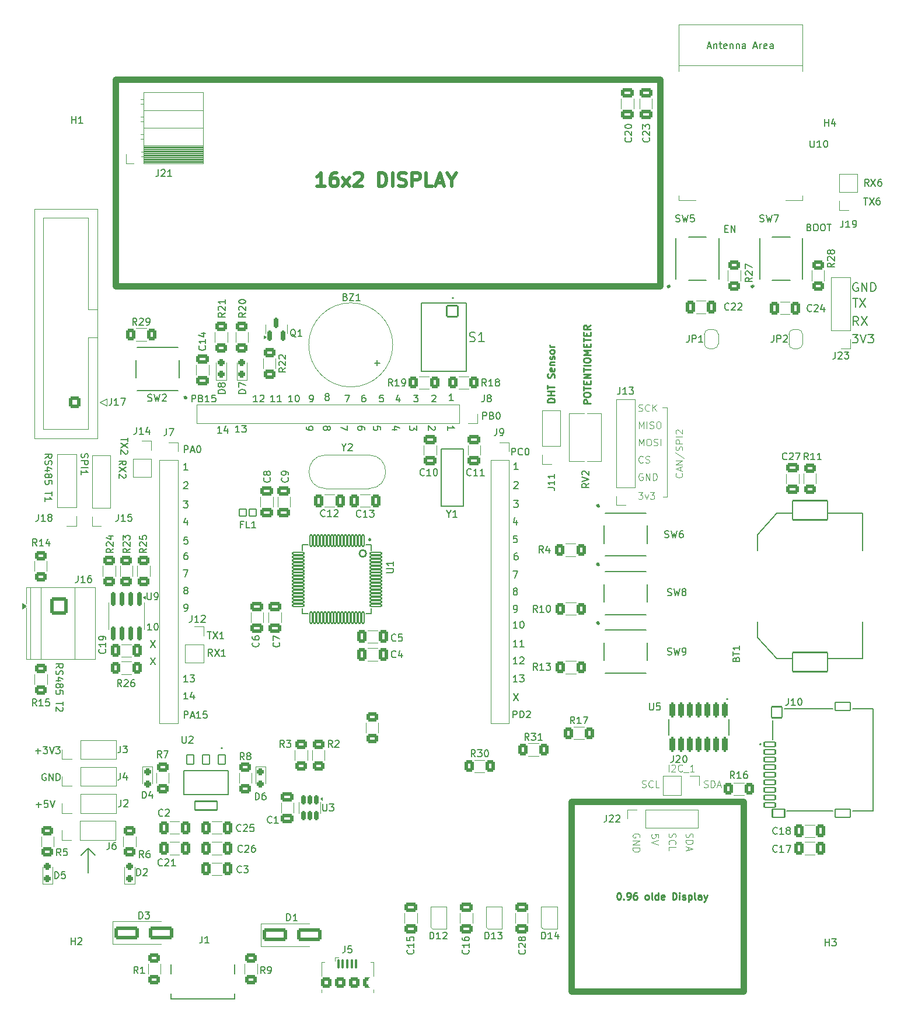
<source format=gto>
%TF.GenerationSoftware,KiCad,Pcbnew,9.0.3*%
%TF.CreationDate,2025-12-27T22:41:26+05:30*%
%TF.ProjectId,STM32+ESP32,53544d33-322b-4455-9350-33322e6b6963,rev?*%
%TF.SameCoordinates,Original*%
%TF.FileFunction,Legend,Top*%
%TF.FilePolarity,Positive*%
%FSLAX46Y46*%
G04 Gerber Fmt 4.6, Leading zero omitted, Abs format (unit mm)*
G04 Created by KiCad (PCBNEW 9.0.3) date 2025-12-27 22:41:26*
%MOMM*%
%LPD*%
G01*
G04 APERTURE LIST*
G04 Aperture macros list*
%AMRoundRect*
0 Rectangle with rounded corners*
0 $1 Rounding radius*
0 $2 $3 $4 $5 $6 $7 $8 $9 X,Y pos of 4 corners*
0 Add a 4 corners polygon primitive as box body*
4,1,4,$2,$3,$4,$5,$6,$7,$8,$9,$2,$3,0*
0 Add four circle primitives for the rounded corners*
1,1,$1+$1,$2,$3*
1,1,$1+$1,$4,$5*
1,1,$1+$1,$6,$7*
1,1,$1+$1,$8,$9*
0 Add four rect primitives between the rounded corners*
20,1,$1+$1,$2,$3,$4,$5,0*
20,1,$1+$1,$4,$5,$6,$7,0*
20,1,$1+$1,$6,$7,$8,$9,0*
20,1,$1+$1,$8,$9,$2,$3,0*%
%AMFreePoly0*
4,1,23,0.500000,-0.750000,0.000000,-0.750000,0.000000,-0.745722,-0.065263,-0.745722,-0.191342,-0.711940,-0.304381,-0.646677,-0.396677,-0.554381,-0.461940,-0.441342,-0.495722,-0.315263,-0.495722,-0.250000,-0.500000,-0.250000,-0.500000,0.250000,-0.495722,0.250000,-0.495722,0.315263,-0.461940,0.441342,-0.396677,0.554381,-0.304381,0.646677,-0.191342,0.711940,-0.065263,0.745722,0.000000,0.745722,
0.000000,0.750000,0.500000,0.750000,0.500000,-0.750000,0.500000,-0.750000,$1*%
%AMFreePoly1*
4,1,23,0.000000,0.745722,0.065263,0.745722,0.191342,0.711940,0.304381,0.646677,0.396677,0.554381,0.461940,0.441342,0.495722,0.315263,0.495722,0.250000,0.500000,0.250000,0.500000,-0.250000,0.495722,-0.250000,0.495722,-0.315263,0.461940,-0.441342,0.396677,-0.554381,0.304381,-0.646677,0.191342,-0.711940,0.065263,-0.745722,0.000000,-0.745722,0.000000,-0.750000,-0.500000,-0.750000,
-0.500000,0.750000,0.000000,0.750000,0.000000,0.745722,0.000000,0.745722,$1*%
G04 Aperture macros list end*
%ADD10C,0.200000*%
%ADD11C,0.150000*%
%ADD12C,0.100000*%
%ADD13C,0.900000*%
%ADD14C,0.500000*%
%ADD15C,0.250000*%
%ADD16C,0.203200*%
%ADD17C,0.254000*%
%ADD18C,0.127000*%
%ADD19C,0.120000*%
%ADD20C,0.152400*%
%ADD21C,0.508000*%
%ADD22C,0.010000*%
%ADD23O,1.152400X2.352400*%
%ADD24O,1.152400X1.952400*%
%ADD25RoundRect,0.102000X-0.150000X0.800000X-0.150000X-0.800000X0.150000X-0.800000X0.150000X0.800000X0*%
%ADD26RoundRect,0.102000X-0.800000X0.150000X-0.800000X-0.150000X0.800000X-0.150000X0.800000X0.150000X0*%
%ADD27C,17.984000*%
%ADD28RoundRect,0.102000X2.540000X-1.395000X2.540000X1.395000X-2.540000X1.395000X-2.540000X-1.395000X0*%
%ADD29RoundRect,0.250000X-0.400000X-0.625000X0.400000X-0.625000X0.400000X0.625000X-0.400000X0.625000X0*%
%ADD30RoundRect,0.250000X-0.625000X0.400000X-0.625000X-0.400000X0.625000X-0.400000X0.625000X0.400000X0*%
%ADD31RoundRect,0.237500X-0.237500X0.287500X-0.237500X-0.287500X0.237500X-0.287500X0.237500X0.287500X0*%
%ADD32R,1.549400X1.295400*%
%ADD33R,1.700000X1.700000*%
%ADD34C,1.700000*%
%ADD35RoundRect,0.102000X-0.500000X-0.485000X0.500000X-0.485000X0.500000X0.485000X-0.500000X0.485000X0*%
%ADD36RoundRect,0.250000X0.650000X-0.412500X0.650000X0.412500X-0.650000X0.412500X-0.650000X-0.412500X0*%
%ADD37RoundRect,0.250000X0.400000X0.625000X-0.400000X0.625000X-0.400000X-0.625000X0.400000X-0.625000X0*%
%ADD38RoundRect,0.150000X-0.150000X0.512500X-0.150000X-0.512500X0.150000X-0.512500X0.150000X0.512500X0*%
%ADD39C,3.600000*%
%ADD40C,6.400000*%
%ADD41RoundRect,0.250000X-0.412500X-0.650000X0.412500X-0.650000X0.412500X0.650000X-0.412500X0.650000X0*%
%ADD42RoundRect,0.250000X-0.650000X0.412500X-0.650000X-0.412500X0.650000X-0.412500X0.650000X0.412500X0*%
%ADD43FreePoly0,270.000000*%
%ADD44FreePoly1,270.000000*%
%ADD45RoundRect,0.150000X0.150000X-0.587500X0.150000X0.587500X-0.150000X0.587500X-0.150000X-0.587500X0*%
%ADD46RoundRect,0.250000X0.412500X0.650000X-0.412500X0.650000X-0.412500X-0.650000X0.412500X-0.650000X0*%
%ADD47RoundRect,0.237500X0.237500X-0.287500X0.237500X0.287500X-0.237500X0.287500X-0.237500X-0.287500X0*%
%ADD48R,0.700000X0.700000*%
%ADD49RoundRect,0.102000X0.790000X0.790000X-0.790000X0.790000X-0.790000X-0.790000X0.790000X-0.790000X0*%
%ADD50C,1.784000*%
%ADD51C,1.500000*%
%ADD52R,1.500000X0.900000*%
%ADD53R,0.900000X1.500000*%
%ADD54R,0.900000X0.900000*%
%ADD55C,1.000000*%
%ADD56RoundRect,0.102000X0.800000X-0.350000X0.800000X0.350000X-0.800000X0.350000X-0.800000X-0.350000X0*%
%ADD57RoundRect,0.102000X0.900000X-0.600000X0.900000X0.600000X-0.900000X0.600000X-0.900000X-0.600000X0*%
%ADD58RoundRect,0.102000X0.750000X-0.800000X0.750000X0.800000X-0.750000X0.800000X-0.750000X-0.800000X0*%
%ADD59RoundRect,0.102000X1.100000X-0.600000X1.100000X0.600000X-1.100000X0.600000X-1.100000X-0.600000X0*%
%ADD60RoundRect,0.085050X-0.481950X0.671950X-0.481950X-0.671950X0.481950X-0.671950X0.481950X0.671950X0*%
%ADD61RoundRect,0.113550X-1.608450X0.643450X-1.608450X-0.643450X1.608450X-0.643450X1.608450X0.643450X0*%
%ADD62RoundRect,0.250000X-1.500000X-0.650000X1.500000X-0.650000X1.500000X0.650000X-1.500000X0.650000X0*%
%ADD63RoundRect,0.250000X0.625000X-0.400000X0.625000X0.400000X-0.625000X0.400000X-0.625000X-0.400000X0*%
%ADD64RoundRect,0.100000X-0.100000X-0.575000X0.100000X-0.575000X0.100000X0.575000X-0.100000X0.575000X0*%
%ADD65O,0.890000X1.550000*%
%ADD66RoundRect,0.250000X-0.475000X-0.525000X0.475000X-0.525000X0.475000X0.525000X-0.475000X0.525000X0*%
%ADD67O,1.250000X0.950000*%
%ADD68RoundRect,0.250000X-0.500000X-0.525000X0.500000X-0.525000X0.500000X0.525000X-0.500000X0.525000X0*%
%ADD69R,1.295400X1.549400*%
%ADD70C,1.114000*%
%ADD71RoundRect,0.250000X-1.050000X1.050000X-1.050000X-1.050000X1.050000X-1.050000X1.050000X1.050000X0*%
%ADD72C,2.600000*%
%ADD73RoundRect,0.150000X-0.150000X0.825000X-0.150000X-0.825000X0.150000X-0.825000X0.150000X0.825000X0*%
%ADD74RoundRect,0.201000X-0.201000X0.886000X-0.201000X-0.886000X0.201000X-0.886000X0.201000X0.886000X0*%
%ADD75RoundRect,0.250000X0.600000X0.600000X-0.600000X0.600000X-0.600000X-0.600000X0.600000X-0.600000X0*%
%ADD76R,2.000000X2.000000*%
%ADD77C,2.000000*%
%ADD78C,1.440000*%
G04 APERTURE END LIST*
D10*
X270290149Y-203956623D02*
X271063958Y-203956623D01*
X271063958Y-203956623D02*
X270647292Y-204432814D01*
X270647292Y-204432814D02*
X270825863Y-204432814D01*
X270825863Y-204432814D02*
X270944911Y-204492338D01*
X270944911Y-204492338D02*
X271004435Y-204551861D01*
X271004435Y-204551861D02*
X271063958Y-204670909D01*
X271063958Y-204670909D02*
X271063958Y-204968528D01*
X271063958Y-204968528D02*
X271004435Y-205087576D01*
X271004435Y-205087576D02*
X270944911Y-205147100D01*
X270944911Y-205147100D02*
X270825863Y-205206623D01*
X270825863Y-205206623D02*
X270468720Y-205206623D01*
X270468720Y-205206623D02*
X270349673Y-205147100D01*
X270349673Y-205147100D02*
X270290149Y-205087576D01*
X271421101Y-203956623D02*
X271837768Y-205206623D01*
X271837768Y-205206623D02*
X272254434Y-203956623D01*
X272552054Y-203956623D02*
X273325863Y-203956623D01*
X273325863Y-203956623D02*
X272909197Y-204432814D01*
X272909197Y-204432814D02*
X273087768Y-204432814D01*
X273087768Y-204432814D02*
X273206816Y-204492338D01*
X273206816Y-204492338D02*
X273266340Y-204551861D01*
X273266340Y-204551861D02*
X273325863Y-204670909D01*
X273325863Y-204670909D02*
X273325863Y-204968528D01*
X273325863Y-204968528D02*
X273266340Y-205087576D01*
X273266340Y-205087576D02*
X273206816Y-205147100D01*
X273206816Y-205147100D02*
X273087768Y-205206623D01*
X273087768Y-205206623D02*
X272730625Y-205206623D01*
X272730625Y-205206623D02*
X272611578Y-205147100D01*
X272611578Y-205147100D02*
X272552054Y-205087576D01*
X271143482Y-202636623D02*
X270726816Y-202041385D01*
X270429197Y-202636623D02*
X270429197Y-201386623D01*
X270429197Y-201386623D02*
X270905387Y-201386623D01*
X270905387Y-201386623D02*
X271024435Y-201446147D01*
X271024435Y-201446147D02*
X271083958Y-201505671D01*
X271083958Y-201505671D02*
X271143482Y-201624719D01*
X271143482Y-201624719D02*
X271143482Y-201803290D01*
X271143482Y-201803290D02*
X271083958Y-201922338D01*
X271083958Y-201922338D02*
X271024435Y-201981861D01*
X271024435Y-201981861D02*
X270905387Y-202041385D01*
X270905387Y-202041385D02*
X270429197Y-202041385D01*
X271560149Y-201386623D02*
X272393482Y-202636623D01*
X272393482Y-201386623D02*
X271560149Y-202636623D01*
X270350625Y-198786623D02*
X271064911Y-198786623D01*
X270707768Y-200036623D02*
X270707768Y-198786623D01*
X271362530Y-198786623D02*
X272195863Y-200036623D01*
X272195863Y-198786623D02*
X271362530Y-200036623D01*
X271063958Y-196546147D02*
X270944911Y-196486623D01*
X270944911Y-196486623D02*
X270766339Y-196486623D01*
X270766339Y-196486623D02*
X270587768Y-196546147D01*
X270587768Y-196546147D02*
X270468720Y-196665195D01*
X270468720Y-196665195D02*
X270409197Y-196784242D01*
X270409197Y-196784242D02*
X270349673Y-197022338D01*
X270349673Y-197022338D02*
X270349673Y-197200909D01*
X270349673Y-197200909D02*
X270409197Y-197439004D01*
X270409197Y-197439004D02*
X270468720Y-197558052D01*
X270468720Y-197558052D02*
X270587768Y-197677100D01*
X270587768Y-197677100D02*
X270766339Y-197736623D01*
X270766339Y-197736623D02*
X270885387Y-197736623D01*
X270885387Y-197736623D02*
X271063958Y-197677100D01*
X271063958Y-197677100D02*
X271123482Y-197617576D01*
X271123482Y-197617576D02*
X271123482Y-197200909D01*
X271123482Y-197200909D02*
X270885387Y-197200909D01*
X271659197Y-197736623D02*
X271659197Y-196486623D01*
X271659197Y-196486623D02*
X272373482Y-197736623D01*
X272373482Y-197736623D02*
X272373482Y-196486623D01*
X272968721Y-197736623D02*
X272968721Y-196486623D01*
X272968721Y-196486623D02*
X273266340Y-196486623D01*
X273266340Y-196486623D02*
X273444911Y-196546147D01*
X273444911Y-196546147D02*
X273563959Y-196665195D01*
X273563959Y-196665195D02*
X273623482Y-196784242D01*
X273623482Y-196784242D02*
X273683006Y-197022338D01*
X273683006Y-197022338D02*
X273683006Y-197200909D01*
X273683006Y-197200909D02*
X273623482Y-197439004D01*
X273623482Y-197439004D02*
X273563959Y-197558052D01*
X273563959Y-197558052D02*
X273444911Y-197677100D01*
X273444911Y-197677100D02*
X273266340Y-197736623D01*
X273266340Y-197736623D02*
X272968721Y-197736623D01*
D11*
X154730180Y-252358207D02*
X155206371Y-252024874D01*
X154730180Y-251786779D02*
X155730180Y-251786779D01*
X155730180Y-251786779D02*
X155730180Y-252167731D01*
X155730180Y-252167731D02*
X155682561Y-252262969D01*
X155682561Y-252262969D02*
X155634942Y-252310588D01*
X155634942Y-252310588D02*
X155539704Y-252358207D01*
X155539704Y-252358207D02*
X155396847Y-252358207D01*
X155396847Y-252358207D02*
X155301609Y-252310588D01*
X155301609Y-252310588D02*
X155253990Y-252262969D01*
X155253990Y-252262969D02*
X155206371Y-252167731D01*
X155206371Y-252167731D02*
X155206371Y-251786779D01*
X154777800Y-252739160D02*
X154730180Y-252882017D01*
X154730180Y-252882017D02*
X154730180Y-253120112D01*
X154730180Y-253120112D02*
X154777800Y-253215350D01*
X154777800Y-253215350D02*
X154825419Y-253262969D01*
X154825419Y-253262969D02*
X154920657Y-253310588D01*
X154920657Y-253310588D02*
X155015895Y-253310588D01*
X155015895Y-253310588D02*
X155111133Y-253262969D01*
X155111133Y-253262969D02*
X155158752Y-253215350D01*
X155158752Y-253215350D02*
X155206371Y-253120112D01*
X155206371Y-253120112D02*
X155253990Y-252929636D01*
X155253990Y-252929636D02*
X155301609Y-252834398D01*
X155301609Y-252834398D02*
X155349228Y-252786779D01*
X155349228Y-252786779D02*
X155444466Y-252739160D01*
X155444466Y-252739160D02*
X155539704Y-252739160D01*
X155539704Y-252739160D02*
X155634942Y-252786779D01*
X155634942Y-252786779D02*
X155682561Y-252834398D01*
X155682561Y-252834398D02*
X155730180Y-252929636D01*
X155730180Y-252929636D02*
X155730180Y-253167731D01*
X155730180Y-253167731D02*
X155682561Y-253310588D01*
X155396847Y-254167731D02*
X154730180Y-254167731D01*
X155777800Y-253929636D02*
X155063514Y-253691541D01*
X155063514Y-253691541D02*
X155063514Y-254310588D01*
X155301609Y-254834398D02*
X155349228Y-254739160D01*
X155349228Y-254739160D02*
X155396847Y-254691541D01*
X155396847Y-254691541D02*
X155492085Y-254643922D01*
X155492085Y-254643922D02*
X155539704Y-254643922D01*
X155539704Y-254643922D02*
X155634942Y-254691541D01*
X155634942Y-254691541D02*
X155682561Y-254739160D01*
X155682561Y-254739160D02*
X155730180Y-254834398D01*
X155730180Y-254834398D02*
X155730180Y-255024874D01*
X155730180Y-255024874D02*
X155682561Y-255120112D01*
X155682561Y-255120112D02*
X155634942Y-255167731D01*
X155634942Y-255167731D02*
X155539704Y-255215350D01*
X155539704Y-255215350D02*
X155492085Y-255215350D01*
X155492085Y-255215350D02*
X155396847Y-255167731D01*
X155396847Y-255167731D02*
X155349228Y-255120112D01*
X155349228Y-255120112D02*
X155301609Y-255024874D01*
X155301609Y-255024874D02*
X155301609Y-254834398D01*
X155301609Y-254834398D02*
X155253990Y-254739160D01*
X155253990Y-254739160D02*
X155206371Y-254691541D01*
X155206371Y-254691541D02*
X155111133Y-254643922D01*
X155111133Y-254643922D02*
X154920657Y-254643922D01*
X154920657Y-254643922D02*
X154825419Y-254691541D01*
X154825419Y-254691541D02*
X154777800Y-254739160D01*
X154777800Y-254739160D02*
X154730180Y-254834398D01*
X154730180Y-254834398D02*
X154730180Y-255024874D01*
X154730180Y-255024874D02*
X154777800Y-255120112D01*
X154777800Y-255120112D02*
X154825419Y-255167731D01*
X154825419Y-255167731D02*
X154920657Y-255215350D01*
X154920657Y-255215350D02*
X155111133Y-255215350D01*
X155111133Y-255215350D02*
X155206371Y-255167731D01*
X155206371Y-255167731D02*
X155253990Y-255120112D01*
X155253990Y-255120112D02*
X155301609Y-255024874D01*
X155730180Y-256120112D02*
X155730180Y-255643922D01*
X155730180Y-255643922D02*
X155253990Y-255596303D01*
X155253990Y-255596303D02*
X155301609Y-255643922D01*
X155301609Y-255643922D02*
X155349228Y-255739160D01*
X155349228Y-255739160D02*
X155349228Y-255977255D01*
X155349228Y-255977255D02*
X155301609Y-256072493D01*
X155301609Y-256072493D02*
X155253990Y-256120112D01*
X155253990Y-256120112D02*
X155158752Y-256167731D01*
X155158752Y-256167731D02*
X154920657Y-256167731D01*
X154920657Y-256167731D02*
X154825419Y-256120112D01*
X154825419Y-256120112D02*
X154777800Y-256072493D01*
X154777800Y-256072493D02*
X154730180Y-255977255D01*
X154730180Y-255977255D02*
X154730180Y-255739160D01*
X154730180Y-255739160D02*
X154777800Y-255643922D01*
X154777800Y-255643922D02*
X154825419Y-255596303D01*
X155730180Y-257215351D02*
X155730180Y-257786779D01*
X154730180Y-257501065D02*
X155730180Y-257501065D01*
X155634942Y-258072494D02*
X155682561Y-258120113D01*
X155682561Y-258120113D02*
X155730180Y-258215351D01*
X155730180Y-258215351D02*
X155730180Y-258453446D01*
X155730180Y-258453446D02*
X155682561Y-258548684D01*
X155682561Y-258548684D02*
X155634942Y-258596303D01*
X155634942Y-258596303D02*
X155539704Y-258643922D01*
X155539704Y-258643922D02*
X155444466Y-258643922D01*
X155444466Y-258643922D02*
X155301609Y-258596303D01*
X155301609Y-258596303D02*
X154730180Y-258024875D01*
X154730180Y-258024875D02*
X154730180Y-258643922D01*
D12*
X242700000Y-214600000D02*
X243400000Y-214600000D01*
X243400000Y-214600000D02*
X243400000Y-227500000D01*
D13*
X229500000Y-271750000D02*
X254500000Y-271750000D01*
X254500000Y-299250000D01*
X229500000Y-299250000D01*
X229500000Y-271750000D01*
X163400000Y-167000000D02*
X242400000Y-167000000D01*
X242400000Y-197000000D01*
X163400000Y-197000000D01*
X163400000Y-167000000D01*
D12*
X243400000Y-227500000D02*
X242800000Y-227500000D01*
D10*
X159400000Y-278500000D02*
X158400000Y-279500000D01*
X159400000Y-278500000D02*
X159400000Y-282100000D01*
X159400000Y-278500000D02*
X160400000Y-279500000D01*
D11*
X194101609Y-217479636D02*
X194149228Y-217384398D01*
X194149228Y-217384398D02*
X194196847Y-217336779D01*
X194196847Y-217336779D02*
X194292085Y-217289160D01*
X194292085Y-217289160D02*
X194339704Y-217289160D01*
X194339704Y-217289160D02*
X194434942Y-217336779D01*
X194434942Y-217336779D02*
X194482561Y-217384398D01*
X194482561Y-217384398D02*
X194530180Y-217479636D01*
X194530180Y-217479636D02*
X194530180Y-217670112D01*
X194530180Y-217670112D02*
X194482561Y-217765350D01*
X194482561Y-217765350D02*
X194434942Y-217812969D01*
X194434942Y-217812969D02*
X194339704Y-217860588D01*
X194339704Y-217860588D02*
X194292085Y-217860588D01*
X194292085Y-217860588D02*
X194196847Y-217812969D01*
X194196847Y-217812969D02*
X194149228Y-217765350D01*
X194149228Y-217765350D02*
X194101609Y-217670112D01*
X194101609Y-217670112D02*
X194101609Y-217479636D01*
X194101609Y-217479636D02*
X194053990Y-217384398D01*
X194053990Y-217384398D02*
X194006371Y-217336779D01*
X194006371Y-217336779D02*
X193911133Y-217289160D01*
X193911133Y-217289160D02*
X193720657Y-217289160D01*
X193720657Y-217289160D02*
X193625419Y-217336779D01*
X193625419Y-217336779D02*
X193577800Y-217384398D01*
X193577800Y-217384398D02*
X193530180Y-217479636D01*
X193530180Y-217479636D02*
X193530180Y-217670112D01*
X193530180Y-217670112D02*
X193577800Y-217765350D01*
X193577800Y-217765350D02*
X193625419Y-217812969D01*
X193625419Y-217812969D02*
X193720657Y-217860588D01*
X193720657Y-217860588D02*
X193911133Y-217860588D01*
X193911133Y-217860588D02*
X194006371Y-217812969D01*
X194006371Y-217812969D02*
X194053990Y-217765350D01*
X194053990Y-217765350D02*
X194101609Y-217670112D01*
X202212969Y-212769819D02*
X201736779Y-212769819D01*
X201736779Y-212769819D02*
X201689160Y-213246009D01*
X201689160Y-213246009D02*
X201736779Y-213198390D01*
X201736779Y-213198390D02*
X201832017Y-213150771D01*
X201832017Y-213150771D02*
X202070112Y-213150771D01*
X202070112Y-213150771D02*
X202165350Y-213198390D01*
X202165350Y-213198390D02*
X202212969Y-213246009D01*
X202212969Y-213246009D02*
X202260588Y-213341247D01*
X202260588Y-213341247D02*
X202260588Y-213579342D01*
X202260588Y-213579342D02*
X202212969Y-213674580D01*
X202212969Y-213674580D02*
X202165350Y-213722200D01*
X202165350Y-213722200D02*
X202070112Y-213769819D01*
X202070112Y-213769819D02*
X201832017Y-213769819D01*
X201832017Y-213769819D02*
X201736779Y-213722200D01*
X201736779Y-213722200D02*
X201689160Y-213674580D01*
D10*
X251769673Y-188643409D02*
X252103006Y-188643409D01*
X252245863Y-189167219D02*
X251769673Y-189167219D01*
X251769673Y-189167219D02*
X251769673Y-188167219D01*
X251769673Y-188167219D02*
X252245863Y-188167219D01*
X252674435Y-189167219D02*
X252674435Y-188167219D01*
X252674435Y-188167219D02*
X253245863Y-189167219D01*
X253245863Y-189167219D02*
X253245863Y-188167219D01*
D11*
X204196847Y-217765350D02*
X203530180Y-217765350D01*
X204577800Y-217527255D02*
X203863514Y-217289160D01*
X203863514Y-217289160D02*
X203863514Y-217908207D01*
D12*
X246175200Y-276356265D02*
X246127580Y-276499122D01*
X246127580Y-276499122D02*
X246127580Y-276737217D01*
X246127580Y-276737217D02*
X246175200Y-276832455D01*
X246175200Y-276832455D02*
X246222819Y-276880074D01*
X246222819Y-276880074D02*
X246318057Y-276927693D01*
X246318057Y-276927693D02*
X246413295Y-276927693D01*
X246413295Y-276927693D02*
X246508533Y-276880074D01*
X246508533Y-276880074D02*
X246556152Y-276832455D01*
X246556152Y-276832455D02*
X246603771Y-276737217D01*
X246603771Y-276737217D02*
X246651390Y-276546741D01*
X246651390Y-276546741D02*
X246699009Y-276451503D01*
X246699009Y-276451503D02*
X246746628Y-276403884D01*
X246746628Y-276403884D02*
X246841866Y-276356265D01*
X246841866Y-276356265D02*
X246937104Y-276356265D01*
X246937104Y-276356265D02*
X247032342Y-276403884D01*
X247032342Y-276403884D02*
X247079961Y-276451503D01*
X247079961Y-276451503D02*
X247127580Y-276546741D01*
X247127580Y-276546741D02*
X247127580Y-276784836D01*
X247127580Y-276784836D02*
X247079961Y-276927693D01*
X246127580Y-277356265D02*
X247127580Y-277356265D01*
X247127580Y-277356265D02*
X247127580Y-277594360D01*
X247127580Y-277594360D02*
X247079961Y-277737217D01*
X247079961Y-277737217D02*
X246984723Y-277832455D01*
X246984723Y-277832455D02*
X246889485Y-277880074D01*
X246889485Y-277880074D02*
X246699009Y-277927693D01*
X246699009Y-277927693D02*
X246556152Y-277927693D01*
X246556152Y-277927693D02*
X246365676Y-277880074D01*
X246365676Y-277880074D02*
X246270438Y-277832455D01*
X246270438Y-277832455D02*
X246175200Y-277737217D01*
X246175200Y-277737217D02*
X246127580Y-277594360D01*
X246127580Y-277594360D02*
X246127580Y-277356265D01*
X246413295Y-278308646D02*
X246413295Y-278784836D01*
X246127580Y-278213408D02*
X247127580Y-278546741D01*
X247127580Y-278546741D02*
X246127580Y-278880074D01*
X239875312Y-222527180D02*
X239827693Y-222574800D01*
X239827693Y-222574800D02*
X239684836Y-222622419D01*
X239684836Y-222622419D02*
X239589598Y-222622419D01*
X239589598Y-222622419D02*
X239446741Y-222574800D01*
X239446741Y-222574800D02*
X239351503Y-222479561D01*
X239351503Y-222479561D02*
X239303884Y-222384323D01*
X239303884Y-222384323D02*
X239256265Y-222193847D01*
X239256265Y-222193847D02*
X239256265Y-222050990D01*
X239256265Y-222050990D02*
X239303884Y-221860514D01*
X239303884Y-221860514D02*
X239351503Y-221765276D01*
X239351503Y-221765276D02*
X239446741Y-221670038D01*
X239446741Y-221670038D02*
X239589598Y-221622419D01*
X239589598Y-221622419D02*
X239684836Y-221622419D01*
X239684836Y-221622419D02*
X239827693Y-221670038D01*
X239827693Y-221670038D02*
X239875312Y-221717657D01*
X240256265Y-222574800D02*
X240399122Y-222622419D01*
X240399122Y-222622419D02*
X240637217Y-222622419D01*
X240637217Y-222622419D02*
X240732455Y-222574800D01*
X240732455Y-222574800D02*
X240780074Y-222527180D01*
X240780074Y-222527180D02*
X240827693Y-222431942D01*
X240827693Y-222431942D02*
X240827693Y-222336704D01*
X240827693Y-222336704D02*
X240780074Y-222241466D01*
X240780074Y-222241466D02*
X240732455Y-222193847D01*
X240732455Y-222193847D02*
X240637217Y-222146228D01*
X240637217Y-222146228D02*
X240446741Y-222098609D01*
X240446741Y-222098609D02*
X240351503Y-222050990D01*
X240351503Y-222050990D02*
X240303884Y-222003371D01*
X240303884Y-222003371D02*
X240256265Y-221908133D01*
X240256265Y-221908133D02*
X240256265Y-221812895D01*
X240256265Y-221812895D02*
X240303884Y-221717657D01*
X240303884Y-221717657D02*
X240351503Y-221670038D01*
X240351503Y-221670038D02*
X240446741Y-221622419D01*
X240446741Y-221622419D02*
X240684836Y-221622419D01*
X240684836Y-221622419D02*
X240827693Y-221670038D01*
D11*
X201780180Y-217812969D02*
X201780180Y-217336779D01*
X201780180Y-217336779D02*
X201303990Y-217289160D01*
X201303990Y-217289160D02*
X201351609Y-217336779D01*
X201351609Y-217336779D02*
X201399228Y-217432017D01*
X201399228Y-217432017D02*
X201399228Y-217670112D01*
X201399228Y-217670112D02*
X201351609Y-217765350D01*
X201351609Y-217765350D02*
X201303990Y-217812969D01*
X201303990Y-217812969D02*
X201208752Y-217860588D01*
X201208752Y-217860588D02*
X200970657Y-217860588D01*
X200970657Y-217860588D02*
X200875419Y-217812969D01*
X200875419Y-217812969D02*
X200827800Y-217765350D01*
X200827800Y-217765350D02*
X200780180Y-217670112D01*
X200780180Y-217670112D02*
X200780180Y-217432017D01*
X200780180Y-217432017D02*
X200827800Y-217336779D01*
X200827800Y-217336779D02*
X200875419Y-217289160D01*
X168610588Y-246869819D02*
X168039160Y-246869819D01*
X168324874Y-246869819D02*
X168324874Y-245869819D01*
X168324874Y-245869819D02*
X168229636Y-246012676D01*
X168229636Y-246012676D02*
X168134398Y-246107914D01*
X168134398Y-246107914D02*
X168039160Y-246155533D01*
X169229636Y-245869819D02*
X169324874Y-245869819D01*
X169324874Y-245869819D02*
X169420112Y-245917438D01*
X169420112Y-245917438D02*
X169467731Y-245965057D01*
X169467731Y-245965057D02*
X169515350Y-246060295D01*
X169515350Y-246060295D02*
X169562969Y-246250771D01*
X169562969Y-246250771D02*
X169562969Y-246488866D01*
X169562969Y-246488866D02*
X169515350Y-246679342D01*
X169515350Y-246679342D02*
X169467731Y-246774580D01*
X169467731Y-246774580D02*
X169420112Y-246822200D01*
X169420112Y-246822200D02*
X169324874Y-246869819D01*
X169324874Y-246869819D02*
X169229636Y-246869819D01*
X169229636Y-246869819D02*
X169134398Y-246822200D01*
X169134398Y-246822200D02*
X169086779Y-246774580D01*
X169086779Y-246774580D02*
X169039160Y-246679342D01*
X169039160Y-246679342D02*
X168991541Y-246488866D01*
X168991541Y-246488866D02*
X168991541Y-246250771D01*
X168991541Y-246250771D02*
X169039160Y-246060295D01*
X169039160Y-246060295D02*
X169086779Y-245965057D01*
X169086779Y-245965057D02*
X169134398Y-245917438D01*
X169134398Y-245917438D02*
X169229636Y-245869819D01*
X189060588Y-213769819D02*
X188489160Y-213769819D01*
X188774874Y-213769819D02*
X188774874Y-212769819D01*
X188774874Y-212769819D02*
X188679636Y-212912676D01*
X188679636Y-212912676D02*
X188584398Y-213007914D01*
X188584398Y-213007914D02*
X188489160Y-213055533D01*
X189679636Y-212769819D02*
X189774874Y-212769819D01*
X189774874Y-212769819D02*
X189870112Y-212817438D01*
X189870112Y-212817438D02*
X189917731Y-212865057D01*
X189917731Y-212865057D02*
X189965350Y-212960295D01*
X189965350Y-212960295D02*
X190012969Y-213150771D01*
X190012969Y-213150771D02*
X190012969Y-213388866D01*
X190012969Y-213388866D02*
X189965350Y-213579342D01*
X189965350Y-213579342D02*
X189917731Y-213674580D01*
X189917731Y-213674580D02*
X189870112Y-213722200D01*
X189870112Y-213722200D02*
X189774874Y-213769819D01*
X189774874Y-213769819D02*
X189679636Y-213769819D01*
X189679636Y-213769819D02*
X189584398Y-213722200D01*
X189584398Y-213722200D02*
X189536779Y-213674580D01*
X189536779Y-213674580D02*
X189489160Y-213579342D01*
X189489160Y-213579342D02*
X189441541Y-213388866D01*
X189441541Y-213388866D02*
X189441541Y-213150771D01*
X189441541Y-213150771D02*
X189489160Y-212960295D01*
X189489160Y-212960295D02*
X189536779Y-212865057D01*
X189536779Y-212865057D02*
X189584398Y-212817438D01*
X189584398Y-212817438D02*
X189679636Y-212769819D01*
X173765350Y-235619819D02*
X173574874Y-235619819D01*
X173574874Y-235619819D02*
X173479636Y-235667438D01*
X173479636Y-235667438D02*
X173432017Y-235715057D01*
X173432017Y-235715057D02*
X173336779Y-235857914D01*
X173336779Y-235857914D02*
X173289160Y-236048390D01*
X173289160Y-236048390D02*
X173289160Y-236429342D01*
X173289160Y-236429342D02*
X173336779Y-236524580D01*
X173336779Y-236524580D02*
X173384398Y-236572200D01*
X173384398Y-236572200D02*
X173479636Y-236619819D01*
X173479636Y-236619819D02*
X173670112Y-236619819D01*
X173670112Y-236619819D02*
X173765350Y-236572200D01*
X173765350Y-236572200D02*
X173812969Y-236524580D01*
X173812969Y-236524580D02*
X173860588Y-236429342D01*
X173860588Y-236429342D02*
X173860588Y-236191247D01*
X173860588Y-236191247D02*
X173812969Y-236096009D01*
X173812969Y-236096009D02*
X173765350Y-236048390D01*
X173765350Y-236048390D02*
X173670112Y-236000771D01*
X173670112Y-236000771D02*
X173479636Y-236000771D01*
X173479636Y-236000771D02*
X173384398Y-236048390D01*
X173384398Y-236048390D02*
X173336779Y-236096009D01*
X173336779Y-236096009D02*
X173289160Y-236191247D01*
D14*
X193752756Y-182529238D02*
X192609899Y-182529238D01*
X193181327Y-182529238D02*
X193181327Y-180529238D01*
X193181327Y-180529238D02*
X192990851Y-180814952D01*
X192990851Y-180814952D02*
X192800375Y-181005428D01*
X192800375Y-181005428D02*
X192609899Y-181100666D01*
X195467042Y-180529238D02*
X195086089Y-180529238D01*
X195086089Y-180529238D02*
X194895613Y-180624476D01*
X194895613Y-180624476D02*
X194800375Y-180719714D01*
X194800375Y-180719714D02*
X194609899Y-181005428D01*
X194609899Y-181005428D02*
X194514661Y-181386380D01*
X194514661Y-181386380D02*
X194514661Y-182148285D01*
X194514661Y-182148285D02*
X194609899Y-182338761D01*
X194609899Y-182338761D02*
X194705137Y-182434000D01*
X194705137Y-182434000D02*
X194895613Y-182529238D01*
X194895613Y-182529238D02*
X195276566Y-182529238D01*
X195276566Y-182529238D02*
X195467042Y-182434000D01*
X195467042Y-182434000D02*
X195562280Y-182338761D01*
X195562280Y-182338761D02*
X195657518Y-182148285D01*
X195657518Y-182148285D02*
X195657518Y-181672095D01*
X195657518Y-181672095D02*
X195562280Y-181481619D01*
X195562280Y-181481619D02*
X195467042Y-181386380D01*
X195467042Y-181386380D02*
X195276566Y-181291142D01*
X195276566Y-181291142D02*
X194895613Y-181291142D01*
X194895613Y-181291142D02*
X194705137Y-181386380D01*
X194705137Y-181386380D02*
X194609899Y-181481619D01*
X194609899Y-181481619D02*
X194514661Y-181672095D01*
X196324185Y-182529238D02*
X197371804Y-181195904D01*
X196324185Y-181195904D02*
X197371804Y-182529238D01*
X198038471Y-180719714D02*
X198133709Y-180624476D01*
X198133709Y-180624476D02*
X198324185Y-180529238D01*
X198324185Y-180529238D02*
X198800376Y-180529238D01*
X198800376Y-180529238D02*
X198990852Y-180624476D01*
X198990852Y-180624476D02*
X199086090Y-180719714D01*
X199086090Y-180719714D02*
X199181328Y-180910190D01*
X199181328Y-180910190D02*
X199181328Y-181100666D01*
X199181328Y-181100666D02*
X199086090Y-181386380D01*
X199086090Y-181386380D02*
X197943233Y-182529238D01*
X197943233Y-182529238D02*
X199181328Y-182529238D01*
X201562281Y-182529238D02*
X201562281Y-180529238D01*
X201562281Y-180529238D02*
X202038471Y-180529238D01*
X202038471Y-180529238D02*
X202324186Y-180624476D01*
X202324186Y-180624476D02*
X202514662Y-180814952D01*
X202514662Y-180814952D02*
X202609900Y-181005428D01*
X202609900Y-181005428D02*
X202705138Y-181386380D01*
X202705138Y-181386380D02*
X202705138Y-181672095D01*
X202705138Y-181672095D02*
X202609900Y-182053047D01*
X202609900Y-182053047D02*
X202514662Y-182243523D01*
X202514662Y-182243523D02*
X202324186Y-182434000D01*
X202324186Y-182434000D02*
X202038471Y-182529238D01*
X202038471Y-182529238D02*
X201562281Y-182529238D01*
X203562281Y-182529238D02*
X203562281Y-180529238D01*
X204419424Y-182434000D02*
X204705138Y-182529238D01*
X204705138Y-182529238D02*
X205181329Y-182529238D01*
X205181329Y-182529238D02*
X205371805Y-182434000D01*
X205371805Y-182434000D02*
X205467043Y-182338761D01*
X205467043Y-182338761D02*
X205562281Y-182148285D01*
X205562281Y-182148285D02*
X205562281Y-181957809D01*
X205562281Y-181957809D02*
X205467043Y-181767333D01*
X205467043Y-181767333D02*
X205371805Y-181672095D01*
X205371805Y-181672095D02*
X205181329Y-181576857D01*
X205181329Y-181576857D02*
X204800376Y-181481619D01*
X204800376Y-181481619D02*
X204609900Y-181386380D01*
X204609900Y-181386380D02*
X204514662Y-181291142D01*
X204514662Y-181291142D02*
X204419424Y-181100666D01*
X204419424Y-181100666D02*
X204419424Y-180910190D01*
X204419424Y-180910190D02*
X204514662Y-180719714D01*
X204514662Y-180719714D02*
X204609900Y-180624476D01*
X204609900Y-180624476D02*
X204800376Y-180529238D01*
X204800376Y-180529238D02*
X205276567Y-180529238D01*
X205276567Y-180529238D02*
X205562281Y-180624476D01*
X206419424Y-182529238D02*
X206419424Y-180529238D01*
X206419424Y-180529238D02*
X207181329Y-180529238D01*
X207181329Y-180529238D02*
X207371805Y-180624476D01*
X207371805Y-180624476D02*
X207467043Y-180719714D01*
X207467043Y-180719714D02*
X207562281Y-180910190D01*
X207562281Y-180910190D02*
X207562281Y-181195904D01*
X207562281Y-181195904D02*
X207467043Y-181386380D01*
X207467043Y-181386380D02*
X207371805Y-181481619D01*
X207371805Y-181481619D02*
X207181329Y-181576857D01*
X207181329Y-181576857D02*
X206419424Y-181576857D01*
X209371805Y-182529238D02*
X208419424Y-182529238D01*
X208419424Y-182529238D02*
X208419424Y-180529238D01*
X209943234Y-181957809D02*
X210895615Y-181957809D01*
X209752758Y-182529238D02*
X210419424Y-180529238D01*
X210419424Y-180529238D02*
X211086091Y-182529238D01*
X212133710Y-181576857D02*
X212133710Y-182529238D01*
X211467044Y-180529238D02*
X212133710Y-181576857D01*
X212133710Y-181576857D02*
X212800377Y-180529238D01*
D11*
X181360588Y-218169819D02*
X180789160Y-218169819D01*
X181074874Y-218169819D02*
X181074874Y-217169819D01*
X181074874Y-217169819D02*
X180979636Y-217312676D01*
X180979636Y-217312676D02*
X180884398Y-217407914D01*
X180884398Y-217407914D02*
X180789160Y-217455533D01*
X181693922Y-217169819D02*
X182312969Y-217169819D01*
X182312969Y-217169819D02*
X181979636Y-217550771D01*
X181979636Y-217550771D02*
X182122493Y-217550771D01*
X182122493Y-217550771D02*
X182217731Y-217598390D01*
X182217731Y-217598390D02*
X182265350Y-217646009D01*
X182265350Y-217646009D02*
X182312969Y-217741247D01*
X182312969Y-217741247D02*
X182312969Y-217979342D01*
X182312969Y-217979342D02*
X182265350Y-218074580D01*
X182265350Y-218074580D02*
X182217731Y-218122200D01*
X182217731Y-218122200D02*
X182122493Y-218169819D01*
X182122493Y-218169819D02*
X181836779Y-218169819D01*
X181836779Y-218169819D02*
X181741541Y-218122200D01*
X181741541Y-218122200D02*
X181693922Y-218074580D01*
D15*
X232264619Y-213997431D02*
X231264619Y-213997431D01*
X231264619Y-213997431D02*
X231264619Y-213616479D01*
X231264619Y-213616479D02*
X231312238Y-213521241D01*
X231312238Y-213521241D02*
X231359857Y-213473622D01*
X231359857Y-213473622D02*
X231455095Y-213426003D01*
X231455095Y-213426003D02*
X231597952Y-213426003D01*
X231597952Y-213426003D02*
X231693190Y-213473622D01*
X231693190Y-213473622D02*
X231740809Y-213521241D01*
X231740809Y-213521241D02*
X231788428Y-213616479D01*
X231788428Y-213616479D02*
X231788428Y-213997431D01*
X231264619Y-212806955D02*
X231264619Y-212616479D01*
X231264619Y-212616479D02*
X231312238Y-212521241D01*
X231312238Y-212521241D02*
X231407476Y-212426003D01*
X231407476Y-212426003D02*
X231597952Y-212378384D01*
X231597952Y-212378384D02*
X231931285Y-212378384D01*
X231931285Y-212378384D02*
X232121761Y-212426003D01*
X232121761Y-212426003D02*
X232217000Y-212521241D01*
X232217000Y-212521241D02*
X232264619Y-212616479D01*
X232264619Y-212616479D02*
X232264619Y-212806955D01*
X232264619Y-212806955D02*
X232217000Y-212902193D01*
X232217000Y-212902193D02*
X232121761Y-212997431D01*
X232121761Y-212997431D02*
X231931285Y-213045050D01*
X231931285Y-213045050D02*
X231597952Y-213045050D01*
X231597952Y-213045050D02*
X231407476Y-212997431D01*
X231407476Y-212997431D02*
X231312238Y-212902193D01*
X231312238Y-212902193D02*
X231264619Y-212806955D01*
X231264619Y-212092669D02*
X231264619Y-211521241D01*
X232264619Y-211806955D02*
X231264619Y-211806955D01*
X231740809Y-211187907D02*
X231740809Y-210854574D01*
X232264619Y-210711717D02*
X232264619Y-211187907D01*
X232264619Y-211187907D02*
X231264619Y-211187907D01*
X231264619Y-211187907D02*
X231264619Y-210711717D01*
X232264619Y-210283145D02*
X231264619Y-210283145D01*
X231264619Y-210283145D02*
X232264619Y-209711717D01*
X232264619Y-209711717D02*
X231264619Y-209711717D01*
X231264619Y-209378383D02*
X231264619Y-208806955D01*
X232264619Y-209092669D02*
X231264619Y-209092669D01*
X232264619Y-208473621D02*
X231264619Y-208473621D01*
X231264619Y-207806955D02*
X231264619Y-207616479D01*
X231264619Y-207616479D02*
X231312238Y-207521241D01*
X231312238Y-207521241D02*
X231407476Y-207426003D01*
X231407476Y-207426003D02*
X231597952Y-207378384D01*
X231597952Y-207378384D02*
X231931285Y-207378384D01*
X231931285Y-207378384D02*
X232121761Y-207426003D01*
X232121761Y-207426003D02*
X232217000Y-207521241D01*
X232217000Y-207521241D02*
X232264619Y-207616479D01*
X232264619Y-207616479D02*
X232264619Y-207806955D01*
X232264619Y-207806955D02*
X232217000Y-207902193D01*
X232217000Y-207902193D02*
X232121761Y-207997431D01*
X232121761Y-207997431D02*
X231931285Y-208045050D01*
X231931285Y-208045050D02*
X231597952Y-208045050D01*
X231597952Y-208045050D02*
X231407476Y-207997431D01*
X231407476Y-207997431D02*
X231312238Y-207902193D01*
X231312238Y-207902193D02*
X231264619Y-207806955D01*
X232264619Y-206949812D02*
X231264619Y-206949812D01*
X231264619Y-206949812D02*
X231978904Y-206616479D01*
X231978904Y-206616479D02*
X231264619Y-206283146D01*
X231264619Y-206283146D02*
X232264619Y-206283146D01*
X231740809Y-205806955D02*
X231740809Y-205473622D01*
X232264619Y-205330765D02*
X232264619Y-205806955D01*
X232264619Y-205806955D02*
X231264619Y-205806955D01*
X231264619Y-205806955D02*
X231264619Y-205330765D01*
X231264619Y-205045050D02*
X231264619Y-204473622D01*
X232264619Y-204759336D02*
X231264619Y-204759336D01*
X231740809Y-204140288D02*
X231740809Y-203806955D01*
X232264619Y-203664098D02*
X232264619Y-204140288D01*
X232264619Y-204140288D02*
X231264619Y-204140288D01*
X231264619Y-204140288D02*
X231264619Y-203664098D01*
X232264619Y-202664098D02*
X231788428Y-202997431D01*
X232264619Y-203235526D02*
X231264619Y-203235526D01*
X231264619Y-203235526D02*
X231264619Y-202854574D01*
X231264619Y-202854574D02*
X231312238Y-202759336D01*
X231312238Y-202759336D02*
X231359857Y-202711717D01*
X231359857Y-202711717D02*
X231455095Y-202664098D01*
X231455095Y-202664098D02*
X231597952Y-202664098D01*
X231597952Y-202664098D02*
X231693190Y-202711717D01*
X231693190Y-202711717D02*
X231740809Y-202759336D01*
X231740809Y-202759336D02*
X231788428Y-202854574D01*
X231788428Y-202854574D02*
X231788428Y-203235526D01*
D10*
X264003006Y-188443409D02*
X264145863Y-188491028D01*
X264145863Y-188491028D02*
X264193482Y-188538647D01*
X264193482Y-188538647D02*
X264241101Y-188633885D01*
X264241101Y-188633885D02*
X264241101Y-188776742D01*
X264241101Y-188776742D02*
X264193482Y-188871980D01*
X264193482Y-188871980D02*
X264145863Y-188919600D01*
X264145863Y-188919600D02*
X264050625Y-188967219D01*
X264050625Y-188967219D02*
X263669673Y-188967219D01*
X263669673Y-188967219D02*
X263669673Y-187967219D01*
X263669673Y-187967219D02*
X264003006Y-187967219D01*
X264003006Y-187967219D02*
X264098244Y-188014838D01*
X264098244Y-188014838D02*
X264145863Y-188062457D01*
X264145863Y-188062457D02*
X264193482Y-188157695D01*
X264193482Y-188157695D02*
X264193482Y-188252933D01*
X264193482Y-188252933D02*
X264145863Y-188348171D01*
X264145863Y-188348171D02*
X264098244Y-188395790D01*
X264098244Y-188395790D02*
X264003006Y-188443409D01*
X264003006Y-188443409D02*
X263669673Y-188443409D01*
X264860149Y-187967219D02*
X265050625Y-187967219D01*
X265050625Y-187967219D02*
X265145863Y-188014838D01*
X265145863Y-188014838D02*
X265241101Y-188110076D01*
X265241101Y-188110076D02*
X265288720Y-188300552D01*
X265288720Y-188300552D02*
X265288720Y-188633885D01*
X265288720Y-188633885D02*
X265241101Y-188824361D01*
X265241101Y-188824361D02*
X265145863Y-188919600D01*
X265145863Y-188919600D02*
X265050625Y-188967219D01*
X265050625Y-188967219D02*
X264860149Y-188967219D01*
X264860149Y-188967219D02*
X264764911Y-188919600D01*
X264764911Y-188919600D02*
X264669673Y-188824361D01*
X264669673Y-188824361D02*
X264622054Y-188633885D01*
X264622054Y-188633885D02*
X264622054Y-188300552D01*
X264622054Y-188300552D02*
X264669673Y-188110076D01*
X264669673Y-188110076D02*
X264764911Y-188014838D01*
X264764911Y-188014838D02*
X264860149Y-187967219D01*
X265907768Y-187967219D02*
X266098244Y-187967219D01*
X266098244Y-187967219D02*
X266193482Y-188014838D01*
X266193482Y-188014838D02*
X266288720Y-188110076D01*
X266288720Y-188110076D02*
X266336339Y-188300552D01*
X266336339Y-188300552D02*
X266336339Y-188633885D01*
X266336339Y-188633885D02*
X266288720Y-188824361D01*
X266288720Y-188824361D02*
X266193482Y-188919600D01*
X266193482Y-188919600D02*
X266098244Y-188967219D01*
X266098244Y-188967219D02*
X265907768Y-188967219D01*
X265907768Y-188967219D02*
X265812530Y-188919600D01*
X265812530Y-188919600D02*
X265717292Y-188824361D01*
X265717292Y-188824361D02*
X265669673Y-188633885D01*
X265669673Y-188633885D02*
X265669673Y-188300552D01*
X265669673Y-188300552D02*
X265717292Y-188110076D01*
X265717292Y-188110076D02*
X265812530Y-188014838D01*
X265812530Y-188014838D02*
X265907768Y-187967219D01*
X266622054Y-187967219D02*
X267193482Y-187967219D01*
X266907768Y-188967219D02*
X266907768Y-187967219D01*
D11*
X199530180Y-217765350D02*
X199530180Y-217574874D01*
X199530180Y-217574874D02*
X199482561Y-217479636D01*
X199482561Y-217479636D02*
X199434942Y-217432017D01*
X199434942Y-217432017D02*
X199292085Y-217336779D01*
X199292085Y-217336779D02*
X199101609Y-217289160D01*
X199101609Y-217289160D02*
X198720657Y-217289160D01*
X198720657Y-217289160D02*
X198625419Y-217336779D01*
X198625419Y-217336779D02*
X198577800Y-217384398D01*
X198577800Y-217384398D02*
X198530180Y-217479636D01*
X198530180Y-217479636D02*
X198530180Y-217670112D01*
X198530180Y-217670112D02*
X198577800Y-217765350D01*
X198577800Y-217765350D02*
X198625419Y-217812969D01*
X198625419Y-217812969D02*
X198720657Y-217860588D01*
X198720657Y-217860588D02*
X198958752Y-217860588D01*
X198958752Y-217860588D02*
X199053990Y-217812969D01*
X199053990Y-217812969D02*
X199101609Y-217765350D01*
X199101609Y-217765350D02*
X199149228Y-217670112D01*
X199149228Y-217670112D02*
X199149228Y-217479636D01*
X199149228Y-217479636D02*
X199101609Y-217384398D01*
X199101609Y-217384398D02*
X199053990Y-217336779D01*
X199053990Y-217336779D02*
X198958752Y-217289160D01*
D12*
X239379961Y-276927693D02*
X239427580Y-276832455D01*
X239427580Y-276832455D02*
X239427580Y-276689598D01*
X239427580Y-276689598D02*
X239379961Y-276546741D01*
X239379961Y-276546741D02*
X239284723Y-276451503D01*
X239284723Y-276451503D02*
X239189485Y-276403884D01*
X239189485Y-276403884D02*
X238999009Y-276356265D01*
X238999009Y-276356265D02*
X238856152Y-276356265D01*
X238856152Y-276356265D02*
X238665676Y-276403884D01*
X238665676Y-276403884D02*
X238570438Y-276451503D01*
X238570438Y-276451503D02*
X238475200Y-276546741D01*
X238475200Y-276546741D02*
X238427580Y-276689598D01*
X238427580Y-276689598D02*
X238427580Y-276784836D01*
X238427580Y-276784836D02*
X238475200Y-276927693D01*
X238475200Y-276927693D02*
X238522819Y-276975312D01*
X238522819Y-276975312D02*
X238856152Y-276975312D01*
X238856152Y-276975312D02*
X238856152Y-276784836D01*
X238427580Y-277403884D02*
X239427580Y-277403884D01*
X239427580Y-277403884D02*
X238427580Y-277975312D01*
X238427580Y-277975312D02*
X239427580Y-277975312D01*
X238427580Y-278451503D02*
X239427580Y-278451503D01*
X239427580Y-278451503D02*
X239427580Y-278689598D01*
X239427580Y-278689598D02*
X239379961Y-278832455D01*
X239379961Y-278832455D02*
X239284723Y-278927693D01*
X239284723Y-278927693D02*
X239189485Y-278975312D01*
X239189485Y-278975312D02*
X238999009Y-279022931D01*
X238999009Y-279022931D02*
X238856152Y-279022931D01*
X238856152Y-279022931D02*
X238665676Y-278975312D01*
X238665676Y-278975312D02*
X238570438Y-278927693D01*
X238570438Y-278927693D02*
X238475200Y-278832455D01*
X238475200Y-278832455D02*
X238427580Y-278689598D01*
X238427580Y-278689598D02*
X238427580Y-278451503D01*
D11*
X209684942Y-217289160D02*
X209732561Y-217336779D01*
X209732561Y-217336779D02*
X209780180Y-217432017D01*
X209780180Y-217432017D02*
X209780180Y-217670112D01*
X209780180Y-217670112D02*
X209732561Y-217765350D01*
X209732561Y-217765350D02*
X209684942Y-217812969D01*
X209684942Y-217812969D02*
X209589704Y-217860588D01*
X209589704Y-217860588D02*
X209494466Y-217860588D01*
X209494466Y-217860588D02*
X209351609Y-217812969D01*
X209351609Y-217812969D02*
X208780180Y-217241541D01*
X208780180Y-217241541D02*
X208780180Y-217860588D01*
X173860588Y-254369819D02*
X173289160Y-254369819D01*
X173574874Y-254369819D02*
X173574874Y-253369819D01*
X173574874Y-253369819D02*
X173479636Y-253512676D01*
X173479636Y-253512676D02*
X173384398Y-253607914D01*
X173384398Y-253607914D02*
X173289160Y-253655533D01*
X174193922Y-253369819D02*
X174812969Y-253369819D01*
X174812969Y-253369819D02*
X174479636Y-253750771D01*
X174479636Y-253750771D02*
X174622493Y-253750771D01*
X174622493Y-253750771D02*
X174717731Y-253798390D01*
X174717731Y-253798390D02*
X174765350Y-253846009D01*
X174765350Y-253846009D02*
X174812969Y-253941247D01*
X174812969Y-253941247D02*
X174812969Y-254179342D01*
X174812969Y-254179342D02*
X174765350Y-254274580D01*
X174765350Y-254274580D02*
X174717731Y-254322200D01*
X174717731Y-254322200D02*
X174622493Y-254369819D01*
X174622493Y-254369819D02*
X174336779Y-254369819D01*
X174336779Y-254369819D02*
X174241541Y-254322200D01*
X174241541Y-254322200D02*
X174193922Y-254274580D01*
X221141541Y-256069819D02*
X221808207Y-257069819D01*
X221808207Y-256069819D02*
X221141541Y-257069819D01*
X221041541Y-238269819D02*
X221708207Y-238269819D01*
X221708207Y-238269819D02*
X221279636Y-239269819D01*
X221189160Y-225415057D02*
X221236779Y-225367438D01*
X221236779Y-225367438D02*
X221332017Y-225319819D01*
X221332017Y-225319819D02*
X221570112Y-225319819D01*
X221570112Y-225319819D02*
X221665350Y-225367438D01*
X221665350Y-225367438D02*
X221712969Y-225415057D01*
X221712969Y-225415057D02*
X221760588Y-225510295D01*
X221760588Y-225510295D02*
X221760588Y-225605533D01*
X221760588Y-225605533D02*
X221712969Y-225748390D01*
X221712969Y-225748390D02*
X221141541Y-226319819D01*
X221141541Y-226319819D02*
X221760588Y-226319819D01*
X173289160Y-225465057D02*
X173336779Y-225417438D01*
X173336779Y-225417438D02*
X173432017Y-225369819D01*
X173432017Y-225369819D02*
X173670112Y-225369819D01*
X173670112Y-225369819D02*
X173765350Y-225417438D01*
X173765350Y-225417438D02*
X173812969Y-225465057D01*
X173812969Y-225465057D02*
X173860588Y-225560295D01*
X173860588Y-225560295D02*
X173860588Y-225655533D01*
X173860588Y-225655533D02*
X173812969Y-225798390D01*
X173812969Y-225798390D02*
X173241541Y-226369819D01*
X173241541Y-226369819D02*
X173860588Y-226369819D01*
X221660588Y-249269819D02*
X221089160Y-249269819D01*
X221374874Y-249269819D02*
X221374874Y-248269819D01*
X221374874Y-248269819D02*
X221279636Y-248412676D01*
X221279636Y-248412676D02*
X221184398Y-248507914D01*
X221184398Y-248507914D02*
X221089160Y-248555533D01*
X222612969Y-249269819D02*
X222041541Y-249269819D01*
X222327255Y-249269819D02*
X222327255Y-248269819D01*
X222327255Y-248269819D02*
X222232017Y-248412676D01*
X222232017Y-248412676D02*
X222136779Y-248507914D01*
X222136779Y-248507914D02*
X222041541Y-248555533D01*
D12*
X239303884Y-217622419D02*
X239303884Y-216622419D01*
X239303884Y-216622419D02*
X239637217Y-217336704D01*
X239637217Y-217336704D02*
X239970550Y-216622419D01*
X239970550Y-216622419D02*
X239970550Y-217622419D01*
X240446741Y-217622419D02*
X240446741Y-216622419D01*
X240875312Y-217574800D02*
X241018169Y-217622419D01*
X241018169Y-217622419D02*
X241256264Y-217622419D01*
X241256264Y-217622419D02*
X241351502Y-217574800D01*
X241351502Y-217574800D02*
X241399121Y-217527180D01*
X241399121Y-217527180D02*
X241446740Y-217431942D01*
X241446740Y-217431942D02*
X241446740Y-217336704D01*
X241446740Y-217336704D02*
X241399121Y-217241466D01*
X241399121Y-217241466D02*
X241351502Y-217193847D01*
X241351502Y-217193847D02*
X241256264Y-217146228D01*
X241256264Y-217146228D02*
X241065788Y-217098609D01*
X241065788Y-217098609D02*
X240970550Y-217050990D01*
X240970550Y-217050990D02*
X240922931Y-217003371D01*
X240922931Y-217003371D02*
X240875312Y-216908133D01*
X240875312Y-216908133D02*
X240875312Y-216812895D01*
X240875312Y-216812895D02*
X240922931Y-216717657D01*
X240922931Y-216717657D02*
X240970550Y-216670038D01*
X240970550Y-216670038D02*
X241065788Y-216622419D01*
X241065788Y-216622419D02*
X241303883Y-216622419D01*
X241303883Y-216622419D02*
X241446740Y-216670038D01*
X242065788Y-216622419D02*
X242256264Y-216622419D01*
X242256264Y-216622419D02*
X242351502Y-216670038D01*
X242351502Y-216670038D02*
X242446740Y-216765276D01*
X242446740Y-216765276D02*
X242494359Y-216955752D01*
X242494359Y-216955752D02*
X242494359Y-217289085D01*
X242494359Y-217289085D02*
X242446740Y-217479561D01*
X242446740Y-217479561D02*
X242351502Y-217574800D01*
X242351502Y-217574800D02*
X242256264Y-217622419D01*
X242256264Y-217622419D02*
X242065788Y-217622419D01*
X242065788Y-217622419D02*
X241970550Y-217574800D01*
X241970550Y-217574800D02*
X241875312Y-217479561D01*
X241875312Y-217479561D02*
X241827693Y-217289085D01*
X241827693Y-217289085D02*
X241827693Y-216955752D01*
X241827693Y-216955752D02*
X241875312Y-216765276D01*
X241875312Y-216765276D02*
X241970550Y-216670038D01*
X241970550Y-216670038D02*
X242065788Y-216622419D01*
D11*
X221660588Y-246569819D02*
X221089160Y-246569819D01*
X221374874Y-246569819D02*
X221374874Y-245569819D01*
X221374874Y-245569819D02*
X221279636Y-245712676D01*
X221279636Y-245712676D02*
X221184398Y-245807914D01*
X221184398Y-245807914D02*
X221089160Y-245855533D01*
X222279636Y-245569819D02*
X222374874Y-245569819D01*
X222374874Y-245569819D02*
X222470112Y-245617438D01*
X222470112Y-245617438D02*
X222517731Y-245665057D01*
X222517731Y-245665057D02*
X222565350Y-245760295D01*
X222565350Y-245760295D02*
X222612969Y-245950771D01*
X222612969Y-245950771D02*
X222612969Y-246188866D01*
X222612969Y-246188866D02*
X222565350Y-246379342D01*
X222565350Y-246379342D02*
X222517731Y-246474580D01*
X222517731Y-246474580D02*
X222470112Y-246522200D01*
X222470112Y-246522200D02*
X222374874Y-246569819D01*
X222374874Y-246569819D02*
X222279636Y-246569819D01*
X222279636Y-246569819D02*
X222184398Y-246522200D01*
X222184398Y-246522200D02*
X222136779Y-246474580D01*
X222136779Y-246474580D02*
X222089160Y-246379342D01*
X222089160Y-246379342D02*
X222041541Y-246188866D01*
X222041541Y-246188866D02*
X222041541Y-245950771D01*
X222041541Y-245950771D02*
X222089160Y-245760295D01*
X222089160Y-245760295D02*
X222136779Y-245665057D01*
X222136779Y-245665057D02*
X222184398Y-245617438D01*
X222184398Y-245617438D02*
X222279636Y-245569819D01*
X173860588Y-223619819D02*
X173289160Y-223619819D01*
X173574874Y-223619819D02*
X173574874Y-222619819D01*
X173574874Y-222619819D02*
X173479636Y-222762676D01*
X173479636Y-222762676D02*
X173384398Y-222857914D01*
X173384398Y-222857914D02*
X173289160Y-222905533D01*
D12*
X239256265Y-215074800D02*
X239399122Y-215122419D01*
X239399122Y-215122419D02*
X239637217Y-215122419D01*
X239637217Y-215122419D02*
X239732455Y-215074800D01*
X239732455Y-215074800D02*
X239780074Y-215027180D01*
X239780074Y-215027180D02*
X239827693Y-214931942D01*
X239827693Y-214931942D02*
X239827693Y-214836704D01*
X239827693Y-214836704D02*
X239780074Y-214741466D01*
X239780074Y-214741466D02*
X239732455Y-214693847D01*
X239732455Y-214693847D02*
X239637217Y-214646228D01*
X239637217Y-214646228D02*
X239446741Y-214598609D01*
X239446741Y-214598609D02*
X239351503Y-214550990D01*
X239351503Y-214550990D02*
X239303884Y-214503371D01*
X239303884Y-214503371D02*
X239256265Y-214408133D01*
X239256265Y-214408133D02*
X239256265Y-214312895D01*
X239256265Y-214312895D02*
X239303884Y-214217657D01*
X239303884Y-214217657D02*
X239351503Y-214170038D01*
X239351503Y-214170038D02*
X239446741Y-214122419D01*
X239446741Y-214122419D02*
X239684836Y-214122419D01*
X239684836Y-214122419D02*
X239827693Y-214170038D01*
X240827693Y-215027180D02*
X240780074Y-215074800D01*
X240780074Y-215074800D02*
X240637217Y-215122419D01*
X240637217Y-215122419D02*
X240541979Y-215122419D01*
X240541979Y-215122419D02*
X240399122Y-215074800D01*
X240399122Y-215074800D02*
X240303884Y-214979561D01*
X240303884Y-214979561D02*
X240256265Y-214884323D01*
X240256265Y-214884323D02*
X240208646Y-214693847D01*
X240208646Y-214693847D02*
X240208646Y-214550990D01*
X240208646Y-214550990D02*
X240256265Y-214360514D01*
X240256265Y-214360514D02*
X240303884Y-214265276D01*
X240303884Y-214265276D02*
X240399122Y-214170038D01*
X240399122Y-214170038D02*
X240541979Y-214122419D01*
X240541979Y-214122419D02*
X240637217Y-214122419D01*
X240637217Y-214122419D02*
X240780074Y-214170038D01*
X240780074Y-214170038D02*
X240827693Y-214217657D01*
X241256265Y-215122419D02*
X241256265Y-214122419D01*
X241827693Y-215122419D02*
X241399122Y-214550990D01*
X241827693Y-214122419D02*
X241256265Y-214693847D01*
D11*
X209289160Y-212865057D02*
X209336779Y-212817438D01*
X209336779Y-212817438D02*
X209432017Y-212769819D01*
X209432017Y-212769819D02*
X209670112Y-212769819D01*
X209670112Y-212769819D02*
X209765350Y-212817438D01*
X209765350Y-212817438D02*
X209812969Y-212865057D01*
X209812969Y-212865057D02*
X209860588Y-212960295D01*
X209860588Y-212960295D02*
X209860588Y-213055533D01*
X209860588Y-213055533D02*
X209812969Y-213198390D01*
X209812969Y-213198390D02*
X209241541Y-213769819D01*
X209241541Y-213769819D02*
X209860588Y-213769819D01*
D15*
X236343044Y-284949619D02*
X236438282Y-284949619D01*
X236438282Y-284949619D02*
X236533520Y-284997238D01*
X236533520Y-284997238D02*
X236581139Y-285044857D01*
X236581139Y-285044857D02*
X236628758Y-285140095D01*
X236628758Y-285140095D02*
X236676377Y-285330571D01*
X236676377Y-285330571D02*
X236676377Y-285568666D01*
X236676377Y-285568666D02*
X236628758Y-285759142D01*
X236628758Y-285759142D02*
X236581139Y-285854380D01*
X236581139Y-285854380D02*
X236533520Y-285902000D01*
X236533520Y-285902000D02*
X236438282Y-285949619D01*
X236438282Y-285949619D02*
X236343044Y-285949619D01*
X236343044Y-285949619D02*
X236247806Y-285902000D01*
X236247806Y-285902000D02*
X236200187Y-285854380D01*
X236200187Y-285854380D02*
X236152568Y-285759142D01*
X236152568Y-285759142D02*
X236104949Y-285568666D01*
X236104949Y-285568666D02*
X236104949Y-285330571D01*
X236104949Y-285330571D02*
X236152568Y-285140095D01*
X236152568Y-285140095D02*
X236200187Y-285044857D01*
X236200187Y-285044857D02*
X236247806Y-284997238D01*
X236247806Y-284997238D02*
X236343044Y-284949619D01*
X237104949Y-285854380D02*
X237152568Y-285902000D01*
X237152568Y-285902000D02*
X237104949Y-285949619D01*
X237104949Y-285949619D02*
X237057330Y-285902000D01*
X237057330Y-285902000D02*
X237104949Y-285854380D01*
X237104949Y-285854380D02*
X237104949Y-285949619D01*
X237628758Y-285949619D02*
X237819234Y-285949619D01*
X237819234Y-285949619D02*
X237914472Y-285902000D01*
X237914472Y-285902000D02*
X237962091Y-285854380D01*
X237962091Y-285854380D02*
X238057329Y-285711523D01*
X238057329Y-285711523D02*
X238104948Y-285521047D01*
X238104948Y-285521047D02*
X238104948Y-285140095D01*
X238104948Y-285140095D02*
X238057329Y-285044857D01*
X238057329Y-285044857D02*
X238009710Y-284997238D01*
X238009710Y-284997238D02*
X237914472Y-284949619D01*
X237914472Y-284949619D02*
X237723996Y-284949619D01*
X237723996Y-284949619D02*
X237628758Y-284997238D01*
X237628758Y-284997238D02*
X237581139Y-285044857D01*
X237581139Y-285044857D02*
X237533520Y-285140095D01*
X237533520Y-285140095D02*
X237533520Y-285378190D01*
X237533520Y-285378190D02*
X237581139Y-285473428D01*
X237581139Y-285473428D02*
X237628758Y-285521047D01*
X237628758Y-285521047D02*
X237723996Y-285568666D01*
X237723996Y-285568666D02*
X237914472Y-285568666D01*
X237914472Y-285568666D02*
X238009710Y-285521047D01*
X238009710Y-285521047D02*
X238057329Y-285473428D01*
X238057329Y-285473428D02*
X238104948Y-285378190D01*
X238962091Y-284949619D02*
X238771615Y-284949619D01*
X238771615Y-284949619D02*
X238676377Y-284997238D01*
X238676377Y-284997238D02*
X238628758Y-285044857D01*
X238628758Y-285044857D02*
X238533520Y-285187714D01*
X238533520Y-285187714D02*
X238485901Y-285378190D01*
X238485901Y-285378190D02*
X238485901Y-285759142D01*
X238485901Y-285759142D02*
X238533520Y-285854380D01*
X238533520Y-285854380D02*
X238581139Y-285902000D01*
X238581139Y-285902000D02*
X238676377Y-285949619D01*
X238676377Y-285949619D02*
X238866853Y-285949619D01*
X238866853Y-285949619D02*
X238962091Y-285902000D01*
X238962091Y-285902000D02*
X239009710Y-285854380D01*
X239009710Y-285854380D02*
X239057329Y-285759142D01*
X239057329Y-285759142D02*
X239057329Y-285521047D01*
X239057329Y-285521047D02*
X239009710Y-285425809D01*
X239009710Y-285425809D02*
X238962091Y-285378190D01*
X238962091Y-285378190D02*
X238866853Y-285330571D01*
X238866853Y-285330571D02*
X238676377Y-285330571D01*
X238676377Y-285330571D02*
X238581139Y-285378190D01*
X238581139Y-285378190D02*
X238533520Y-285425809D01*
X238533520Y-285425809D02*
X238485901Y-285521047D01*
X240390663Y-285949619D02*
X240295425Y-285902000D01*
X240295425Y-285902000D02*
X240247806Y-285854380D01*
X240247806Y-285854380D02*
X240200187Y-285759142D01*
X240200187Y-285759142D02*
X240200187Y-285473428D01*
X240200187Y-285473428D02*
X240247806Y-285378190D01*
X240247806Y-285378190D02*
X240295425Y-285330571D01*
X240295425Y-285330571D02*
X240390663Y-285282952D01*
X240390663Y-285282952D02*
X240533520Y-285282952D01*
X240533520Y-285282952D02*
X240628758Y-285330571D01*
X240628758Y-285330571D02*
X240676377Y-285378190D01*
X240676377Y-285378190D02*
X240723996Y-285473428D01*
X240723996Y-285473428D02*
X240723996Y-285759142D01*
X240723996Y-285759142D02*
X240676377Y-285854380D01*
X240676377Y-285854380D02*
X240628758Y-285902000D01*
X240628758Y-285902000D02*
X240533520Y-285949619D01*
X240533520Y-285949619D02*
X240390663Y-285949619D01*
X241295425Y-285949619D02*
X241200187Y-285902000D01*
X241200187Y-285902000D02*
X241152568Y-285806761D01*
X241152568Y-285806761D02*
X241152568Y-284949619D01*
X242104949Y-285949619D02*
X242104949Y-284949619D01*
X242104949Y-285902000D02*
X242009711Y-285949619D01*
X242009711Y-285949619D02*
X241819235Y-285949619D01*
X241819235Y-285949619D02*
X241723997Y-285902000D01*
X241723997Y-285902000D02*
X241676378Y-285854380D01*
X241676378Y-285854380D02*
X241628759Y-285759142D01*
X241628759Y-285759142D02*
X241628759Y-285473428D01*
X241628759Y-285473428D02*
X241676378Y-285378190D01*
X241676378Y-285378190D02*
X241723997Y-285330571D01*
X241723997Y-285330571D02*
X241819235Y-285282952D01*
X241819235Y-285282952D02*
X242009711Y-285282952D01*
X242009711Y-285282952D02*
X242104949Y-285330571D01*
X242962092Y-285902000D02*
X242866854Y-285949619D01*
X242866854Y-285949619D02*
X242676378Y-285949619D01*
X242676378Y-285949619D02*
X242581140Y-285902000D01*
X242581140Y-285902000D02*
X242533521Y-285806761D01*
X242533521Y-285806761D02*
X242533521Y-285425809D01*
X242533521Y-285425809D02*
X242581140Y-285330571D01*
X242581140Y-285330571D02*
X242676378Y-285282952D01*
X242676378Y-285282952D02*
X242866854Y-285282952D01*
X242866854Y-285282952D02*
X242962092Y-285330571D01*
X242962092Y-285330571D02*
X243009711Y-285425809D01*
X243009711Y-285425809D02*
X243009711Y-285521047D01*
X243009711Y-285521047D02*
X242533521Y-285616285D01*
X244200188Y-285949619D02*
X244200188Y-284949619D01*
X244200188Y-284949619D02*
X244438283Y-284949619D01*
X244438283Y-284949619D02*
X244581140Y-284997238D01*
X244581140Y-284997238D02*
X244676378Y-285092476D01*
X244676378Y-285092476D02*
X244723997Y-285187714D01*
X244723997Y-285187714D02*
X244771616Y-285378190D01*
X244771616Y-285378190D02*
X244771616Y-285521047D01*
X244771616Y-285521047D02*
X244723997Y-285711523D01*
X244723997Y-285711523D02*
X244676378Y-285806761D01*
X244676378Y-285806761D02*
X244581140Y-285902000D01*
X244581140Y-285902000D02*
X244438283Y-285949619D01*
X244438283Y-285949619D02*
X244200188Y-285949619D01*
X245200188Y-285949619D02*
X245200188Y-285282952D01*
X245200188Y-284949619D02*
X245152569Y-284997238D01*
X245152569Y-284997238D02*
X245200188Y-285044857D01*
X245200188Y-285044857D02*
X245247807Y-284997238D01*
X245247807Y-284997238D02*
X245200188Y-284949619D01*
X245200188Y-284949619D02*
X245200188Y-285044857D01*
X245628759Y-285902000D02*
X245723997Y-285949619D01*
X245723997Y-285949619D02*
X245914473Y-285949619D01*
X245914473Y-285949619D02*
X246009711Y-285902000D01*
X246009711Y-285902000D02*
X246057330Y-285806761D01*
X246057330Y-285806761D02*
X246057330Y-285759142D01*
X246057330Y-285759142D02*
X246009711Y-285663904D01*
X246009711Y-285663904D02*
X245914473Y-285616285D01*
X245914473Y-285616285D02*
X245771616Y-285616285D01*
X245771616Y-285616285D02*
X245676378Y-285568666D01*
X245676378Y-285568666D02*
X245628759Y-285473428D01*
X245628759Y-285473428D02*
X245628759Y-285425809D01*
X245628759Y-285425809D02*
X245676378Y-285330571D01*
X245676378Y-285330571D02*
X245771616Y-285282952D01*
X245771616Y-285282952D02*
X245914473Y-285282952D01*
X245914473Y-285282952D02*
X246009711Y-285330571D01*
X246485902Y-285282952D02*
X246485902Y-286282952D01*
X246485902Y-285330571D02*
X246581140Y-285282952D01*
X246581140Y-285282952D02*
X246771616Y-285282952D01*
X246771616Y-285282952D02*
X246866854Y-285330571D01*
X246866854Y-285330571D02*
X246914473Y-285378190D01*
X246914473Y-285378190D02*
X246962092Y-285473428D01*
X246962092Y-285473428D02*
X246962092Y-285759142D01*
X246962092Y-285759142D02*
X246914473Y-285854380D01*
X246914473Y-285854380D02*
X246866854Y-285902000D01*
X246866854Y-285902000D02*
X246771616Y-285949619D01*
X246771616Y-285949619D02*
X246581140Y-285949619D01*
X246581140Y-285949619D02*
X246485902Y-285902000D01*
X247533521Y-285949619D02*
X247438283Y-285902000D01*
X247438283Y-285902000D02*
X247390664Y-285806761D01*
X247390664Y-285806761D02*
X247390664Y-284949619D01*
X248343045Y-285949619D02*
X248343045Y-285425809D01*
X248343045Y-285425809D02*
X248295426Y-285330571D01*
X248295426Y-285330571D02*
X248200188Y-285282952D01*
X248200188Y-285282952D02*
X248009712Y-285282952D01*
X248009712Y-285282952D02*
X247914474Y-285330571D01*
X248343045Y-285902000D02*
X248247807Y-285949619D01*
X248247807Y-285949619D02*
X248009712Y-285949619D01*
X248009712Y-285949619D02*
X247914474Y-285902000D01*
X247914474Y-285902000D02*
X247866855Y-285806761D01*
X247866855Y-285806761D02*
X247866855Y-285711523D01*
X247866855Y-285711523D02*
X247914474Y-285616285D01*
X247914474Y-285616285D02*
X248009712Y-285568666D01*
X248009712Y-285568666D02*
X248247807Y-285568666D01*
X248247807Y-285568666D02*
X248343045Y-285521047D01*
X248723998Y-285282952D02*
X248962093Y-285949619D01*
X249200188Y-285282952D02*
X248962093Y-285949619D01*
X248962093Y-285949619D02*
X248866855Y-286187714D01*
X248866855Y-286187714D02*
X248819236Y-286235333D01*
X248819236Y-286235333D02*
X248723998Y-286282952D01*
D11*
X153130180Y-221908207D02*
X153606371Y-221574874D01*
X153130180Y-221336779D02*
X154130180Y-221336779D01*
X154130180Y-221336779D02*
X154130180Y-221717731D01*
X154130180Y-221717731D02*
X154082561Y-221812969D01*
X154082561Y-221812969D02*
X154034942Y-221860588D01*
X154034942Y-221860588D02*
X153939704Y-221908207D01*
X153939704Y-221908207D02*
X153796847Y-221908207D01*
X153796847Y-221908207D02*
X153701609Y-221860588D01*
X153701609Y-221860588D02*
X153653990Y-221812969D01*
X153653990Y-221812969D02*
X153606371Y-221717731D01*
X153606371Y-221717731D02*
X153606371Y-221336779D01*
X153177800Y-222289160D02*
X153130180Y-222432017D01*
X153130180Y-222432017D02*
X153130180Y-222670112D01*
X153130180Y-222670112D02*
X153177800Y-222765350D01*
X153177800Y-222765350D02*
X153225419Y-222812969D01*
X153225419Y-222812969D02*
X153320657Y-222860588D01*
X153320657Y-222860588D02*
X153415895Y-222860588D01*
X153415895Y-222860588D02*
X153511133Y-222812969D01*
X153511133Y-222812969D02*
X153558752Y-222765350D01*
X153558752Y-222765350D02*
X153606371Y-222670112D01*
X153606371Y-222670112D02*
X153653990Y-222479636D01*
X153653990Y-222479636D02*
X153701609Y-222384398D01*
X153701609Y-222384398D02*
X153749228Y-222336779D01*
X153749228Y-222336779D02*
X153844466Y-222289160D01*
X153844466Y-222289160D02*
X153939704Y-222289160D01*
X153939704Y-222289160D02*
X154034942Y-222336779D01*
X154034942Y-222336779D02*
X154082561Y-222384398D01*
X154082561Y-222384398D02*
X154130180Y-222479636D01*
X154130180Y-222479636D02*
X154130180Y-222717731D01*
X154130180Y-222717731D02*
X154082561Y-222860588D01*
X153796847Y-223717731D02*
X153130180Y-223717731D01*
X154177800Y-223479636D02*
X153463514Y-223241541D01*
X153463514Y-223241541D02*
X153463514Y-223860588D01*
X153701609Y-224384398D02*
X153749228Y-224289160D01*
X153749228Y-224289160D02*
X153796847Y-224241541D01*
X153796847Y-224241541D02*
X153892085Y-224193922D01*
X153892085Y-224193922D02*
X153939704Y-224193922D01*
X153939704Y-224193922D02*
X154034942Y-224241541D01*
X154034942Y-224241541D02*
X154082561Y-224289160D01*
X154082561Y-224289160D02*
X154130180Y-224384398D01*
X154130180Y-224384398D02*
X154130180Y-224574874D01*
X154130180Y-224574874D02*
X154082561Y-224670112D01*
X154082561Y-224670112D02*
X154034942Y-224717731D01*
X154034942Y-224717731D02*
X153939704Y-224765350D01*
X153939704Y-224765350D02*
X153892085Y-224765350D01*
X153892085Y-224765350D02*
X153796847Y-224717731D01*
X153796847Y-224717731D02*
X153749228Y-224670112D01*
X153749228Y-224670112D02*
X153701609Y-224574874D01*
X153701609Y-224574874D02*
X153701609Y-224384398D01*
X153701609Y-224384398D02*
X153653990Y-224289160D01*
X153653990Y-224289160D02*
X153606371Y-224241541D01*
X153606371Y-224241541D02*
X153511133Y-224193922D01*
X153511133Y-224193922D02*
X153320657Y-224193922D01*
X153320657Y-224193922D02*
X153225419Y-224241541D01*
X153225419Y-224241541D02*
X153177800Y-224289160D01*
X153177800Y-224289160D02*
X153130180Y-224384398D01*
X153130180Y-224384398D02*
X153130180Y-224574874D01*
X153130180Y-224574874D02*
X153177800Y-224670112D01*
X153177800Y-224670112D02*
X153225419Y-224717731D01*
X153225419Y-224717731D02*
X153320657Y-224765350D01*
X153320657Y-224765350D02*
X153511133Y-224765350D01*
X153511133Y-224765350D02*
X153606371Y-224717731D01*
X153606371Y-224717731D02*
X153653990Y-224670112D01*
X153653990Y-224670112D02*
X153701609Y-224574874D01*
X154130180Y-225670112D02*
X154130180Y-225193922D01*
X154130180Y-225193922D02*
X153653990Y-225146303D01*
X153653990Y-225146303D02*
X153701609Y-225193922D01*
X153701609Y-225193922D02*
X153749228Y-225289160D01*
X153749228Y-225289160D02*
X153749228Y-225527255D01*
X153749228Y-225527255D02*
X153701609Y-225622493D01*
X153701609Y-225622493D02*
X153653990Y-225670112D01*
X153653990Y-225670112D02*
X153558752Y-225717731D01*
X153558752Y-225717731D02*
X153320657Y-225717731D01*
X153320657Y-225717731D02*
X153225419Y-225670112D01*
X153225419Y-225670112D02*
X153177800Y-225622493D01*
X153177800Y-225622493D02*
X153130180Y-225527255D01*
X153130180Y-225527255D02*
X153130180Y-225289160D01*
X153130180Y-225289160D02*
X153177800Y-225193922D01*
X153177800Y-225193922D02*
X153225419Y-225146303D01*
X154130180Y-226765351D02*
X154130180Y-227336779D01*
X153130180Y-227051065D02*
X154130180Y-227051065D01*
X153130180Y-228193922D02*
X153130180Y-227622494D01*
X153130180Y-227908208D02*
X154130180Y-227908208D01*
X154130180Y-227908208D02*
X153987323Y-227812970D01*
X153987323Y-227812970D02*
X153892085Y-227717732D01*
X153892085Y-227717732D02*
X153844466Y-227622494D01*
D12*
X242127580Y-276980074D02*
X242127580Y-276503884D01*
X242127580Y-276503884D02*
X241651390Y-276456265D01*
X241651390Y-276456265D02*
X241699009Y-276503884D01*
X241699009Y-276503884D02*
X241746628Y-276599122D01*
X241746628Y-276599122D02*
X241746628Y-276837217D01*
X241746628Y-276837217D02*
X241699009Y-276932455D01*
X241699009Y-276932455D02*
X241651390Y-276980074D01*
X241651390Y-276980074D02*
X241556152Y-277027693D01*
X241556152Y-277027693D02*
X241318057Y-277027693D01*
X241318057Y-277027693D02*
X241222819Y-276980074D01*
X241222819Y-276980074D02*
X241175200Y-276932455D01*
X241175200Y-276932455D02*
X241127580Y-276837217D01*
X241127580Y-276837217D02*
X241127580Y-276599122D01*
X241127580Y-276599122D02*
X241175200Y-276503884D01*
X241175200Y-276503884D02*
X241222819Y-276456265D01*
X242127580Y-277313408D02*
X241127580Y-277646741D01*
X241127580Y-277646741D02*
X242127580Y-277980074D01*
D11*
X221660588Y-254369819D02*
X221089160Y-254369819D01*
X221374874Y-254369819D02*
X221374874Y-253369819D01*
X221374874Y-253369819D02*
X221279636Y-253512676D01*
X221279636Y-253512676D02*
X221184398Y-253607914D01*
X221184398Y-253607914D02*
X221089160Y-253655533D01*
X221993922Y-253369819D02*
X222612969Y-253369819D01*
X222612969Y-253369819D02*
X222279636Y-253750771D01*
X222279636Y-253750771D02*
X222422493Y-253750771D01*
X222422493Y-253750771D02*
X222517731Y-253798390D01*
X222517731Y-253798390D02*
X222565350Y-253846009D01*
X222565350Y-253846009D02*
X222612969Y-253941247D01*
X222612969Y-253941247D02*
X222612969Y-254179342D01*
X222612969Y-254179342D02*
X222565350Y-254274580D01*
X222565350Y-254274580D02*
X222517731Y-254322200D01*
X222517731Y-254322200D02*
X222422493Y-254369819D01*
X222422493Y-254369819D02*
X222136779Y-254369819D01*
X222136779Y-254369819D02*
X222041541Y-254322200D01*
X222041541Y-254322200D02*
X221993922Y-254274580D01*
X196641541Y-212769819D02*
X197308207Y-212769819D01*
X197308207Y-212769819D02*
X196879636Y-213769819D01*
X173336779Y-221119819D02*
X173336779Y-220119819D01*
X173336779Y-220119819D02*
X173717731Y-220119819D01*
X173717731Y-220119819D02*
X173812969Y-220167438D01*
X173812969Y-220167438D02*
X173860588Y-220215057D01*
X173860588Y-220215057D02*
X173908207Y-220310295D01*
X173908207Y-220310295D02*
X173908207Y-220453152D01*
X173908207Y-220453152D02*
X173860588Y-220548390D01*
X173860588Y-220548390D02*
X173812969Y-220596009D01*
X173812969Y-220596009D02*
X173717731Y-220643628D01*
X173717731Y-220643628D02*
X173336779Y-220643628D01*
X174289160Y-220834104D02*
X174765350Y-220834104D01*
X174193922Y-221119819D02*
X174527255Y-220119819D01*
X174527255Y-220119819D02*
X174860588Y-221119819D01*
X175384398Y-220119819D02*
X175479636Y-220119819D01*
X175479636Y-220119819D02*
X175574874Y-220167438D01*
X175574874Y-220167438D02*
X175622493Y-220215057D01*
X175622493Y-220215057D02*
X175670112Y-220310295D01*
X175670112Y-220310295D02*
X175717731Y-220500771D01*
X175717731Y-220500771D02*
X175717731Y-220738866D01*
X175717731Y-220738866D02*
X175670112Y-220929342D01*
X175670112Y-220929342D02*
X175622493Y-221024580D01*
X175622493Y-221024580D02*
X175574874Y-221072200D01*
X175574874Y-221072200D02*
X175479636Y-221119819D01*
X175479636Y-221119819D02*
X175384398Y-221119819D01*
X175384398Y-221119819D02*
X175289160Y-221072200D01*
X175289160Y-221072200D02*
X175241541Y-221024580D01*
X175241541Y-221024580D02*
X175193922Y-220929342D01*
X175193922Y-220929342D02*
X175146303Y-220738866D01*
X175146303Y-220738866D02*
X175146303Y-220500771D01*
X175146303Y-220500771D02*
X175193922Y-220310295D01*
X175193922Y-220310295D02*
X175241541Y-220215057D01*
X175241541Y-220215057D02*
X175289160Y-220167438D01*
X175289160Y-220167438D02*
X175384398Y-220119819D01*
X163880180Y-222908207D02*
X164356371Y-222574874D01*
X163880180Y-222336779D02*
X164880180Y-222336779D01*
X164880180Y-222336779D02*
X164880180Y-222717731D01*
X164880180Y-222717731D02*
X164832561Y-222812969D01*
X164832561Y-222812969D02*
X164784942Y-222860588D01*
X164784942Y-222860588D02*
X164689704Y-222908207D01*
X164689704Y-222908207D02*
X164546847Y-222908207D01*
X164546847Y-222908207D02*
X164451609Y-222860588D01*
X164451609Y-222860588D02*
X164403990Y-222812969D01*
X164403990Y-222812969D02*
X164356371Y-222717731D01*
X164356371Y-222717731D02*
X164356371Y-222336779D01*
X164880180Y-223241541D02*
X163880180Y-223908207D01*
X164880180Y-223908207D02*
X163880180Y-223241541D01*
X164784942Y-224241541D02*
X164832561Y-224289160D01*
X164832561Y-224289160D02*
X164880180Y-224384398D01*
X164880180Y-224384398D02*
X164880180Y-224622493D01*
X164880180Y-224622493D02*
X164832561Y-224717731D01*
X164832561Y-224717731D02*
X164784942Y-224765350D01*
X164784942Y-224765350D02*
X164689704Y-224812969D01*
X164689704Y-224812969D02*
X164594466Y-224812969D01*
X164594466Y-224812969D02*
X164451609Y-224765350D01*
X164451609Y-224765350D02*
X163880180Y-224193922D01*
X163880180Y-224193922D02*
X163880180Y-224812969D01*
X173765350Y-230953152D02*
X173765350Y-231619819D01*
X173527255Y-230572200D02*
X173289160Y-231286485D01*
X173289160Y-231286485D02*
X173908207Y-231286485D01*
X153260588Y-267717438D02*
X153165350Y-267669819D01*
X153165350Y-267669819D02*
X153022493Y-267669819D01*
X153022493Y-267669819D02*
X152879636Y-267717438D01*
X152879636Y-267717438D02*
X152784398Y-267812676D01*
X152784398Y-267812676D02*
X152736779Y-267907914D01*
X152736779Y-267907914D02*
X152689160Y-268098390D01*
X152689160Y-268098390D02*
X152689160Y-268241247D01*
X152689160Y-268241247D02*
X152736779Y-268431723D01*
X152736779Y-268431723D02*
X152784398Y-268526961D01*
X152784398Y-268526961D02*
X152879636Y-268622200D01*
X152879636Y-268622200D02*
X153022493Y-268669819D01*
X153022493Y-268669819D02*
X153117731Y-268669819D01*
X153117731Y-268669819D02*
X153260588Y-268622200D01*
X153260588Y-268622200D02*
X153308207Y-268574580D01*
X153308207Y-268574580D02*
X153308207Y-268241247D01*
X153308207Y-268241247D02*
X153117731Y-268241247D01*
X153736779Y-268669819D02*
X153736779Y-267669819D01*
X153736779Y-267669819D02*
X154308207Y-268669819D01*
X154308207Y-268669819D02*
X154308207Y-267669819D01*
X154784398Y-268669819D02*
X154784398Y-267669819D01*
X154784398Y-267669819D02*
X155022493Y-267669819D01*
X155022493Y-267669819D02*
X155165350Y-267717438D01*
X155165350Y-267717438D02*
X155260588Y-267812676D01*
X155260588Y-267812676D02*
X155308207Y-267907914D01*
X155308207Y-267907914D02*
X155355826Y-268098390D01*
X155355826Y-268098390D02*
X155355826Y-268241247D01*
X155355826Y-268241247D02*
X155308207Y-268431723D01*
X155308207Y-268431723D02*
X155260588Y-268526961D01*
X155260588Y-268526961D02*
X155165350Y-268622200D01*
X155165350Y-268622200D02*
X155022493Y-268669819D01*
X155022493Y-268669819D02*
X154784398Y-268669819D01*
X173241541Y-228119819D02*
X173860588Y-228119819D01*
X173860588Y-228119819D02*
X173527255Y-228500771D01*
X173527255Y-228500771D02*
X173670112Y-228500771D01*
X173670112Y-228500771D02*
X173765350Y-228548390D01*
X173765350Y-228548390D02*
X173812969Y-228596009D01*
X173812969Y-228596009D02*
X173860588Y-228691247D01*
X173860588Y-228691247D02*
X173860588Y-228929342D01*
X173860588Y-228929342D02*
X173812969Y-229024580D01*
X173812969Y-229024580D02*
X173765350Y-229072200D01*
X173765350Y-229072200D02*
X173670112Y-229119819D01*
X173670112Y-229119819D02*
X173384398Y-229119819D01*
X173384398Y-229119819D02*
X173289160Y-229072200D01*
X173289160Y-229072200D02*
X173241541Y-229024580D01*
X168491541Y-248369819D02*
X169158207Y-249369819D01*
X169158207Y-248369819D02*
X168491541Y-249369819D01*
X173241541Y-238119819D02*
X173908207Y-238119819D01*
X173908207Y-238119819D02*
X173479636Y-239119819D01*
X221760588Y-223569819D02*
X221189160Y-223569819D01*
X221474874Y-223569819D02*
X221474874Y-222569819D01*
X221474874Y-222569819D02*
X221379636Y-222712676D01*
X221379636Y-222712676D02*
X221284398Y-222807914D01*
X221284398Y-222807914D02*
X221189160Y-222855533D01*
D12*
X248756265Y-269624800D02*
X248899122Y-269672419D01*
X248899122Y-269672419D02*
X249137217Y-269672419D01*
X249137217Y-269672419D02*
X249232455Y-269624800D01*
X249232455Y-269624800D02*
X249280074Y-269577180D01*
X249280074Y-269577180D02*
X249327693Y-269481942D01*
X249327693Y-269481942D02*
X249327693Y-269386704D01*
X249327693Y-269386704D02*
X249280074Y-269291466D01*
X249280074Y-269291466D02*
X249232455Y-269243847D01*
X249232455Y-269243847D02*
X249137217Y-269196228D01*
X249137217Y-269196228D02*
X248946741Y-269148609D01*
X248946741Y-269148609D02*
X248851503Y-269100990D01*
X248851503Y-269100990D02*
X248803884Y-269053371D01*
X248803884Y-269053371D02*
X248756265Y-268958133D01*
X248756265Y-268958133D02*
X248756265Y-268862895D01*
X248756265Y-268862895D02*
X248803884Y-268767657D01*
X248803884Y-268767657D02*
X248851503Y-268720038D01*
X248851503Y-268720038D02*
X248946741Y-268672419D01*
X248946741Y-268672419D02*
X249184836Y-268672419D01*
X249184836Y-268672419D02*
X249327693Y-268720038D01*
X249756265Y-269672419D02*
X249756265Y-268672419D01*
X249756265Y-268672419D02*
X249994360Y-268672419D01*
X249994360Y-268672419D02*
X250137217Y-268720038D01*
X250137217Y-268720038D02*
X250232455Y-268815276D01*
X250232455Y-268815276D02*
X250280074Y-268910514D01*
X250280074Y-268910514D02*
X250327693Y-269100990D01*
X250327693Y-269100990D02*
X250327693Y-269243847D01*
X250327693Y-269243847D02*
X250280074Y-269434323D01*
X250280074Y-269434323D02*
X250232455Y-269529561D01*
X250232455Y-269529561D02*
X250137217Y-269624800D01*
X250137217Y-269624800D02*
X249994360Y-269672419D01*
X249994360Y-269672419D02*
X249756265Y-269672419D01*
X250708646Y-269386704D02*
X251184836Y-269386704D01*
X250613408Y-269672419D02*
X250946741Y-268672419D01*
X250946741Y-268672419D02*
X251280074Y-269672419D01*
D11*
X173384398Y-244119819D02*
X173574874Y-244119819D01*
X173574874Y-244119819D02*
X173670112Y-244072200D01*
X173670112Y-244072200D02*
X173717731Y-244024580D01*
X173717731Y-244024580D02*
X173812969Y-243881723D01*
X173812969Y-243881723D02*
X173860588Y-243691247D01*
X173860588Y-243691247D02*
X173860588Y-243310295D01*
X173860588Y-243310295D02*
X173812969Y-243215057D01*
X173812969Y-243215057D02*
X173765350Y-243167438D01*
X173765350Y-243167438D02*
X173670112Y-243119819D01*
X173670112Y-243119819D02*
X173479636Y-243119819D01*
X173479636Y-243119819D02*
X173384398Y-243167438D01*
X173384398Y-243167438D02*
X173336779Y-243215057D01*
X173336779Y-243215057D02*
X173289160Y-243310295D01*
X173289160Y-243310295D02*
X173289160Y-243548390D01*
X173289160Y-243548390D02*
X173336779Y-243643628D01*
X173336779Y-243643628D02*
X173384398Y-243691247D01*
X173384398Y-243691247D02*
X173479636Y-243738866D01*
X173479636Y-243738866D02*
X173670112Y-243738866D01*
X173670112Y-243738866D02*
X173765350Y-243691247D01*
X173765350Y-243691247D02*
X173812969Y-243643628D01*
X173812969Y-243643628D02*
X173860588Y-243548390D01*
X221036779Y-259569819D02*
X221036779Y-258569819D01*
X221036779Y-258569819D02*
X221417731Y-258569819D01*
X221417731Y-258569819D02*
X221512969Y-258617438D01*
X221512969Y-258617438D02*
X221560588Y-258665057D01*
X221560588Y-258665057D02*
X221608207Y-258760295D01*
X221608207Y-258760295D02*
X221608207Y-258903152D01*
X221608207Y-258903152D02*
X221560588Y-258998390D01*
X221560588Y-258998390D02*
X221512969Y-259046009D01*
X221512969Y-259046009D02*
X221417731Y-259093628D01*
X221417731Y-259093628D02*
X221036779Y-259093628D01*
X222036779Y-259569819D02*
X222036779Y-258569819D01*
X222036779Y-258569819D02*
X222274874Y-258569819D01*
X222274874Y-258569819D02*
X222417731Y-258617438D01*
X222417731Y-258617438D02*
X222512969Y-258712676D01*
X222512969Y-258712676D02*
X222560588Y-258807914D01*
X222560588Y-258807914D02*
X222608207Y-258998390D01*
X222608207Y-258998390D02*
X222608207Y-259141247D01*
X222608207Y-259141247D02*
X222560588Y-259331723D01*
X222560588Y-259331723D02*
X222512969Y-259426961D01*
X222512969Y-259426961D02*
X222417731Y-259522200D01*
X222417731Y-259522200D02*
X222274874Y-259569819D01*
X222274874Y-259569819D02*
X222036779Y-259569819D01*
X222989160Y-258665057D02*
X223036779Y-258617438D01*
X223036779Y-258617438D02*
X223132017Y-258569819D01*
X223132017Y-258569819D02*
X223370112Y-258569819D01*
X223370112Y-258569819D02*
X223465350Y-258617438D01*
X223465350Y-258617438D02*
X223512969Y-258665057D01*
X223512969Y-258665057D02*
X223560588Y-258760295D01*
X223560588Y-258760295D02*
X223560588Y-258855533D01*
X223560588Y-258855533D02*
X223512969Y-258998390D01*
X223512969Y-258998390D02*
X222941541Y-259569819D01*
X222941541Y-259569819D02*
X223560588Y-259569819D01*
X186460588Y-213769819D02*
X185889160Y-213769819D01*
X186174874Y-213769819D02*
X186174874Y-212769819D01*
X186174874Y-212769819D02*
X186079636Y-212912676D01*
X186079636Y-212912676D02*
X185984398Y-213007914D01*
X185984398Y-213007914D02*
X185889160Y-213055533D01*
X187412969Y-213769819D02*
X186841541Y-213769819D01*
X187127255Y-213769819D02*
X187127255Y-212769819D01*
X187127255Y-212769819D02*
X187032017Y-212912676D01*
X187032017Y-212912676D02*
X186936779Y-213007914D01*
X186936779Y-213007914D02*
X186841541Y-213055533D01*
D12*
X243603884Y-267372419D02*
X243603884Y-266372419D01*
X244032455Y-266467657D02*
X244080074Y-266420038D01*
X244080074Y-266420038D02*
X244175312Y-266372419D01*
X244175312Y-266372419D02*
X244413407Y-266372419D01*
X244413407Y-266372419D02*
X244508645Y-266420038D01*
X244508645Y-266420038D02*
X244556264Y-266467657D01*
X244556264Y-266467657D02*
X244603883Y-266562895D01*
X244603883Y-266562895D02*
X244603883Y-266658133D01*
X244603883Y-266658133D02*
X244556264Y-266800990D01*
X244556264Y-266800990D02*
X243984836Y-267372419D01*
X243984836Y-267372419D02*
X244603883Y-267372419D01*
X245603883Y-267277180D02*
X245556264Y-267324800D01*
X245556264Y-267324800D02*
X245413407Y-267372419D01*
X245413407Y-267372419D02*
X245318169Y-267372419D01*
X245318169Y-267372419D02*
X245175312Y-267324800D01*
X245175312Y-267324800D02*
X245080074Y-267229561D01*
X245080074Y-267229561D02*
X245032455Y-267134323D01*
X245032455Y-267134323D02*
X244984836Y-266943847D01*
X244984836Y-266943847D02*
X244984836Y-266800990D01*
X244984836Y-266800990D02*
X245032455Y-266610514D01*
X245032455Y-266610514D02*
X245080074Y-266515276D01*
X245080074Y-266515276D02*
X245175312Y-266420038D01*
X245175312Y-266420038D02*
X245318169Y-266372419D01*
X245318169Y-266372419D02*
X245413407Y-266372419D01*
X245413407Y-266372419D02*
X245556264Y-266420038D01*
X245556264Y-266420038D02*
X245603883Y-266467657D01*
X245794360Y-267467657D02*
X246556264Y-267467657D01*
X247318169Y-267372419D02*
X246746741Y-267372419D01*
X247032455Y-267372419D02*
X247032455Y-266372419D01*
X247032455Y-266372419D02*
X246937217Y-266515276D01*
X246937217Y-266515276D02*
X246841979Y-266610514D01*
X246841979Y-266610514D02*
X246746741Y-266658133D01*
D11*
X207030180Y-217241541D02*
X207030180Y-217860588D01*
X207030180Y-217860588D02*
X206649228Y-217527255D01*
X206649228Y-217527255D02*
X206649228Y-217670112D01*
X206649228Y-217670112D02*
X206601609Y-217765350D01*
X206601609Y-217765350D02*
X206553990Y-217812969D01*
X206553990Y-217812969D02*
X206458752Y-217860588D01*
X206458752Y-217860588D02*
X206220657Y-217860588D01*
X206220657Y-217860588D02*
X206125419Y-217812969D01*
X206125419Y-217812969D02*
X206077800Y-217765350D01*
X206077800Y-217765350D02*
X206030180Y-217670112D01*
X206030180Y-217670112D02*
X206030180Y-217384398D01*
X206030180Y-217384398D02*
X206077800Y-217289160D01*
X206077800Y-217289160D02*
X206125419Y-217241541D01*
X221279636Y-241198390D02*
X221184398Y-241150771D01*
X221184398Y-241150771D02*
X221136779Y-241103152D01*
X221136779Y-241103152D02*
X221089160Y-241007914D01*
X221089160Y-241007914D02*
X221089160Y-240960295D01*
X221089160Y-240960295D02*
X221136779Y-240865057D01*
X221136779Y-240865057D02*
X221184398Y-240817438D01*
X221184398Y-240817438D02*
X221279636Y-240769819D01*
X221279636Y-240769819D02*
X221470112Y-240769819D01*
X221470112Y-240769819D02*
X221565350Y-240817438D01*
X221565350Y-240817438D02*
X221612969Y-240865057D01*
X221612969Y-240865057D02*
X221660588Y-240960295D01*
X221660588Y-240960295D02*
X221660588Y-241007914D01*
X221660588Y-241007914D02*
X221612969Y-241103152D01*
X221612969Y-241103152D02*
X221565350Y-241150771D01*
X221565350Y-241150771D02*
X221470112Y-241198390D01*
X221470112Y-241198390D02*
X221279636Y-241198390D01*
X221279636Y-241198390D02*
X221184398Y-241246009D01*
X221184398Y-241246009D02*
X221136779Y-241293628D01*
X221136779Y-241293628D02*
X221089160Y-241388866D01*
X221089160Y-241388866D02*
X221089160Y-241579342D01*
X221089160Y-241579342D02*
X221136779Y-241674580D01*
X221136779Y-241674580D02*
X221184398Y-241722200D01*
X221184398Y-241722200D02*
X221279636Y-241769819D01*
X221279636Y-241769819D02*
X221470112Y-241769819D01*
X221470112Y-241769819D02*
X221565350Y-241722200D01*
X221565350Y-241722200D02*
X221612969Y-241674580D01*
X221612969Y-241674580D02*
X221660588Y-241579342D01*
X221660588Y-241579342D02*
X221660588Y-241388866D01*
X221660588Y-241388866D02*
X221612969Y-241293628D01*
X221612969Y-241293628D02*
X221565350Y-241246009D01*
X221565350Y-241246009D02*
X221470112Y-241198390D01*
X165130180Y-218943922D02*
X165130180Y-219515350D01*
X164130180Y-219229636D02*
X165130180Y-219229636D01*
X165130180Y-219753446D02*
X164130180Y-220420112D01*
X165130180Y-220420112D02*
X164130180Y-219753446D01*
X165034942Y-220753446D02*
X165082561Y-220801065D01*
X165082561Y-220801065D02*
X165130180Y-220896303D01*
X165130180Y-220896303D02*
X165130180Y-221134398D01*
X165130180Y-221134398D02*
X165082561Y-221229636D01*
X165082561Y-221229636D02*
X165034942Y-221277255D01*
X165034942Y-221277255D02*
X164939704Y-221324874D01*
X164939704Y-221324874D02*
X164844466Y-221324874D01*
X164844466Y-221324874D02*
X164701609Y-221277255D01*
X164701609Y-221277255D02*
X164130180Y-220705827D01*
X164130180Y-220705827D02*
X164130180Y-221324874D01*
D12*
X243675200Y-276356265D02*
X243627580Y-276499122D01*
X243627580Y-276499122D02*
X243627580Y-276737217D01*
X243627580Y-276737217D02*
X243675200Y-276832455D01*
X243675200Y-276832455D02*
X243722819Y-276880074D01*
X243722819Y-276880074D02*
X243818057Y-276927693D01*
X243818057Y-276927693D02*
X243913295Y-276927693D01*
X243913295Y-276927693D02*
X244008533Y-276880074D01*
X244008533Y-276880074D02*
X244056152Y-276832455D01*
X244056152Y-276832455D02*
X244103771Y-276737217D01*
X244103771Y-276737217D02*
X244151390Y-276546741D01*
X244151390Y-276546741D02*
X244199009Y-276451503D01*
X244199009Y-276451503D02*
X244246628Y-276403884D01*
X244246628Y-276403884D02*
X244341866Y-276356265D01*
X244341866Y-276356265D02*
X244437104Y-276356265D01*
X244437104Y-276356265D02*
X244532342Y-276403884D01*
X244532342Y-276403884D02*
X244579961Y-276451503D01*
X244579961Y-276451503D02*
X244627580Y-276546741D01*
X244627580Y-276546741D02*
X244627580Y-276784836D01*
X244627580Y-276784836D02*
X244579961Y-276927693D01*
X243722819Y-277927693D02*
X243675200Y-277880074D01*
X243675200Y-277880074D02*
X243627580Y-277737217D01*
X243627580Y-277737217D02*
X243627580Y-277641979D01*
X243627580Y-277641979D02*
X243675200Y-277499122D01*
X243675200Y-277499122D02*
X243770438Y-277403884D01*
X243770438Y-277403884D02*
X243865676Y-277356265D01*
X243865676Y-277356265D02*
X244056152Y-277308646D01*
X244056152Y-277308646D02*
X244199009Y-277308646D01*
X244199009Y-277308646D02*
X244389485Y-277356265D01*
X244389485Y-277356265D02*
X244484723Y-277403884D01*
X244484723Y-277403884D02*
X244579961Y-277499122D01*
X244579961Y-277499122D02*
X244627580Y-277641979D01*
X244627580Y-277641979D02*
X244627580Y-277737217D01*
X244627580Y-277737217D02*
X244579961Y-277880074D01*
X244579961Y-277880074D02*
X244532342Y-277927693D01*
X243627580Y-278832455D02*
X243627580Y-278356265D01*
X243627580Y-278356265D02*
X244627580Y-278356265D01*
D11*
X158427800Y-221289160D02*
X158380180Y-221432017D01*
X158380180Y-221432017D02*
X158380180Y-221670112D01*
X158380180Y-221670112D02*
X158427800Y-221765350D01*
X158427800Y-221765350D02*
X158475419Y-221812969D01*
X158475419Y-221812969D02*
X158570657Y-221860588D01*
X158570657Y-221860588D02*
X158665895Y-221860588D01*
X158665895Y-221860588D02*
X158761133Y-221812969D01*
X158761133Y-221812969D02*
X158808752Y-221765350D01*
X158808752Y-221765350D02*
X158856371Y-221670112D01*
X158856371Y-221670112D02*
X158903990Y-221479636D01*
X158903990Y-221479636D02*
X158951609Y-221384398D01*
X158951609Y-221384398D02*
X158999228Y-221336779D01*
X158999228Y-221336779D02*
X159094466Y-221289160D01*
X159094466Y-221289160D02*
X159189704Y-221289160D01*
X159189704Y-221289160D02*
X159284942Y-221336779D01*
X159284942Y-221336779D02*
X159332561Y-221384398D01*
X159332561Y-221384398D02*
X159380180Y-221479636D01*
X159380180Y-221479636D02*
X159380180Y-221717731D01*
X159380180Y-221717731D02*
X159332561Y-221860588D01*
X158380180Y-222289160D02*
X159380180Y-222289160D01*
X159380180Y-222289160D02*
X159380180Y-222670112D01*
X159380180Y-222670112D02*
X159332561Y-222765350D01*
X159332561Y-222765350D02*
X159284942Y-222812969D01*
X159284942Y-222812969D02*
X159189704Y-222860588D01*
X159189704Y-222860588D02*
X159046847Y-222860588D01*
X159046847Y-222860588D02*
X158951609Y-222812969D01*
X158951609Y-222812969D02*
X158903990Y-222765350D01*
X158903990Y-222765350D02*
X158856371Y-222670112D01*
X158856371Y-222670112D02*
X158856371Y-222289160D01*
X158380180Y-223289160D02*
X159380180Y-223289160D01*
X158380180Y-224289159D02*
X158380180Y-223717731D01*
X158380180Y-224003445D02*
X159380180Y-224003445D01*
X159380180Y-224003445D02*
X159237323Y-223908207D01*
X159237323Y-223908207D02*
X159142085Y-223812969D01*
X159142085Y-223812969D02*
X159094466Y-223717731D01*
D15*
X227064619Y-213797431D02*
X226064619Y-213797431D01*
X226064619Y-213797431D02*
X226064619Y-213559336D01*
X226064619Y-213559336D02*
X226112238Y-213416479D01*
X226112238Y-213416479D02*
X226207476Y-213321241D01*
X226207476Y-213321241D02*
X226302714Y-213273622D01*
X226302714Y-213273622D02*
X226493190Y-213226003D01*
X226493190Y-213226003D02*
X226636047Y-213226003D01*
X226636047Y-213226003D02*
X226826523Y-213273622D01*
X226826523Y-213273622D02*
X226921761Y-213321241D01*
X226921761Y-213321241D02*
X227017000Y-213416479D01*
X227017000Y-213416479D02*
X227064619Y-213559336D01*
X227064619Y-213559336D02*
X227064619Y-213797431D01*
X227064619Y-212797431D02*
X226064619Y-212797431D01*
X226540809Y-212797431D02*
X226540809Y-212226003D01*
X227064619Y-212226003D02*
X226064619Y-212226003D01*
X226064619Y-211892669D02*
X226064619Y-211321241D01*
X227064619Y-211606955D02*
X226064619Y-211606955D01*
X227017000Y-210273621D02*
X227064619Y-210130764D01*
X227064619Y-210130764D02*
X227064619Y-209892669D01*
X227064619Y-209892669D02*
X227017000Y-209797431D01*
X227017000Y-209797431D02*
X226969380Y-209749812D01*
X226969380Y-209749812D02*
X226874142Y-209702193D01*
X226874142Y-209702193D02*
X226778904Y-209702193D01*
X226778904Y-209702193D02*
X226683666Y-209749812D01*
X226683666Y-209749812D02*
X226636047Y-209797431D01*
X226636047Y-209797431D02*
X226588428Y-209892669D01*
X226588428Y-209892669D02*
X226540809Y-210083145D01*
X226540809Y-210083145D02*
X226493190Y-210178383D01*
X226493190Y-210178383D02*
X226445571Y-210226002D01*
X226445571Y-210226002D02*
X226350333Y-210273621D01*
X226350333Y-210273621D02*
X226255095Y-210273621D01*
X226255095Y-210273621D02*
X226159857Y-210226002D01*
X226159857Y-210226002D02*
X226112238Y-210178383D01*
X226112238Y-210178383D02*
X226064619Y-210083145D01*
X226064619Y-210083145D02*
X226064619Y-209845050D01*
X226064619Y-209845050D02*
X226112238Y-209702193D01*
X227017000Y-208892669D02*
X227064619Y-208987907D01*
X227064619Y-208987907D02*
X227064619Y-209178383D01*
X227064619Y-209178383D02*
X227017000Y-209273621D01*
X227017000Y-209273621D02*
X226921761Y-209321240D01*
X226921761Y-209321240D02*
X226540809Y-209321240D01*
X226540809Y-209321240D02*
X226445571Y-209273621D01*
X226445571Y-209273621D02*
X226397952Y-209178383D01*
X226397952Y-209178383D02*
X226397952Y-208987907D01*
X226397952Y-208987907D02*
X226445571Y-208892669D01*
X226445571Y-208892669D02*
X226540809Y-208845050D01*
X226540809Y-208845050D02*
X226636047Y-208845050D01*
X226636047Y-208845050D02*
X226731285Y-209321240D01*
X226397952Y-208416478D02*
X227064619Y-208416478D01*
X226493190Y-208416478D02*
X226445571Y-208368859D01*
X226445571Y-208368859D02*
X226397952Y-208273621D01*
X226397952Y-208273621D02*
X226397952Y-208130764D01*
X226397952Y-208130764D02*
X226445571Y-208035526D01*
X226445571Y-208035526D02*
X226540809Y-207987907D01*
X226540809Y-207987907D02*
X227064619Y-207987907D01*
X227017000Y-207559335D02*
X227064619Y-207464097D01*
X227064619Y-207464097D02*
X227064619Y-207273621D01*
X227064619Y-207273621D02*
X227017000Y-207178383D01*
X227017000Y-207178383D02*
X226921761Y-207130764D01*
X226921761Y-207130764D02*
X226874142Y-207130764D01*
X226874142Y-207130764D02*
X226778904Y-207178383D01*
X226778904Y-207178383D02*
X226731285Y-207273621D01*
X226731285Y-207273621D02*
X226731285Y-207416478D01*
X226731285Y-207416478D02*
X226683666Y-207511716D01*
X226683666Y-207511716D02*
X226588428Y-207559335D01*
X226588428Y-207559335D02*
X226540809Y-207559335D01*
X226540809Y-207559335D02*
X226445571Y-207511716D01*
X226445571Y-207511716D02*
X226397952Y-207416478D01*
X226397952Y-207416478D02*
X226397952Y-207273621D01*
X226397952Y-207273621D02*
X226445571Y-207178383D01*
X227064619Y-206559335D02*
X227017000Y-206654573D01*
X227017000Y-206654573D02*
X226969380Y-206702192D01*
X226969380Y-206702192D02*
X226874142Y-206749811D01*
X226874142Y-206749811D02*
X226588428Y-206749811D01*
X226588428Y-206749811D02*
X226493190Y-206702192D01*
X226493190Y-206702192D02*
X226445571Y-206654573D01*
X226445571Y-206654573D02*
X226397952Y-206559335D01*
X226397952Y-206559335D02*
X226397952Y-206416478D01*
X226397952Y-206416478D02*
X226445571Y-206321240D01*
X226445571Y-206321240D02*
X226493190Y-206273621D01*
X226493190Y-206273621D02*
X226588428Y-206226002D01*
X226588428Y-206226002D02*
X226874142Y-206226002D01*
X226874142Y-206226002D02*
X226969380Y-206273621D01*
X226969380Y-206273621D02*
X227017000Y-206321240D01*
X227017000Y-206321240D02*
X227064619Y-206416478D01*
X227064619Y-206416478D02*
X227064619Y-206559335D01*
X227064619Y-205797430D02*
X226397952Y-205797430D01*
X226588428Y-205797430D02*
X226493190Y-205749811D01*
X226493190Y-205749811D02*
X226445571Y-205702192D01*
X226445571Y-205702192D02*
X226397952Y-205606954D01*
X226397952Y-205606954D02*
X226397952Y-205511716D01*
D11*
X193979636Y-212998390D02*
X193884398Y-212950771D01*
X193884398Y-212950771D02*
X193836779Y-212903152D01*
X193836779Y-212903152D02*
X193789160Y-212807914D01*
X193789160Y-212807914D02*
X193789160Y-212760295D01*
X193789160Y-212760295D02*
X193836779Y-212665057D01*
X193836779Y-212665057D02*
X193884398Y-212617438D01*
X193884398Y-212617438D02*
X193979636Y-212569819D01*
X193979636Y-212569819D02*
X194170112Y-212569819D01*
X194170112Y-212569819D02*
X194265350Y-212617438D01*
X194265350Y-212617438D02*
X194312969Y-212665057D01*
X194312969Y-212665057D02*
X194360588Y-212760295D01*
X194360588Y-212760295D02*
X194360588Y-212807914D01*
X194360588Y-212807914D02*
X194312969Y-212903152D01*
X194312969Y-212903152D02*
X194265350Y-212950771D01*
X194265350Y-212950771D02*
X194170112Y-212998390D01*
X194170112Y-212998390D02*
X193979636Y-212998390D01*
X193979636Y-212998390D02*
X193884398Y-213046009D01*
X193884398Y-213046009D02*
X193836779Y-213093628D01*
X193836779Y-213093628D02*
X193789160Y-213188866D01*
X193789160Y-213188866D02*
X193789160Y-213379342D01*
X193789160Y-213379342D02*
X193836779Y-213474580D01*
X193836779Y-213474580D02*
X193884398Y-213522200D01*
X193884398Y-213522200D02*
X193979636Y-213569819D01*
X193979636Y-213569819D02*
X194170112Y-213569819D01*
X194170112Y-213569819D02*
X194265350Y-213522200D01*
X194265350Y-213522200D02*
X194312969Y-213474580D01*
X194312969Y-213474580D02*
X194360588Y-213379342D01*
X194360588Y-213379342D02*
X194360588Y-213188866D01*
X194360588Y-213188866D02*
X194312969Y-213093628D01*
X194312969Y-213093628D02*
X194265350Y-213046009D01*
X194265350Y-213046009D02*
X194170112Y-212998390D01*
D10*
X271926816Y-184167219D02*
X272498244Y-184167219D01*
X272212530Y-185167219D02*
X272212530Y-184167219D01*
X272736340Y-184167219D02*
X273403006Y-185167219D01*
X273403006Y-184167219D02*
X272736340Y-185167219D01*
X274212530Y-184167219D02*
X274022054Y-184167219D01*
X274022054Y-184167219D02*
X273926816Y-184214838D01*
X273926816Y-184214838D02*
X273879197Y-184262457D01*
X273879197Y-184262457D02*
X273783959Y-184405314D01*
X273783959Y-184405314D02*
X273736340Y-184595790D01*
X273736340Y-184595790D02*
X273736340Y-184976742D01*
X273736340Y-184976742D02*
X273783959Y-185071980D01*
X273783959Y-185071980D02*
X273831578Y-185119600D01*
X273831578Y-185119600D02*
X273926816Y-185167219D01*
X273926816Y-185167219D02*
X274117292Y-185167219D01*
X274117292Y-185167219D02*
X274212530Y-185119600D01*
X274212530Y-185119600D02*
X274260149Y-185071980D01*
X274260149Y-185071980D02*
X274307768Y-184976742D01*
X274307768Y-184976742D02*
X274307768Y-184738647D01*
X274307768Y-184738647D02*
X274260149Y-184643409D01*
X274260149Y-184643409D02*
X274212530Y-184595790D01*
X274212530Y-184595790D02*
X274117292Y-184548171D01*
X274117292Y-184548171D02*
X273926816Y-184548171D01*
X273926816Y-184548171D02*
X273831578Y-184595790D01*
X273831578Y-184595790D02*
X273783959Y-184643409D01*
X273783959Y-184643409D02*
X273736340Y-184738647D01*
D11*
X178760588Y-218269819D02*
X178189160Y-218269819D01*
X178474874Y-218269819D02*
X178474874Y-217269819D01*
X178474874Y-217269819D02*
X178379636Y-217412676D01*
X178379636Y-217412676D02*
X178284398Y-217507914D01*
X178284398Y-217507914D02*
X178189160Y-217555533D01*
X179617731Y-217603152D02*
X179617731Y-218269819D01*
X179379636Y-217222200D02*
X179141541Y-217936485D01*
X179141541Y-217936485D02*
X179760588Y-217936485D01*
D12*
X239303884Y-220122419D02*
X239303884Y-219122419D01*
X239303884Y-219122419D02*
X239637217Y-219836704D01*
X239637217Y-219836704D02*
X239970550Y-219122419D01*
X239970550Y-219122419D02*
X239970550Y-220122419D01*
X240637217Y-219122419D02*
X240827693Y-219122419D01*
X240827693Y-219122419D02*
X240922931Y-219170038D01*
X240922931Y-219170038D02*
X241018169Y-219265276D01*
X241018169Y-219265276D02*
X241065788Y-219455752D01*
X241065788Y-219455752D02*
X241065788Y-219789085D01*
X241065788Y-219789085D02*
X241018169Y-219979561D01*
X241018169Y-219979561D02*
X240922931Y-220074800D01*
X240922931Y-220074800D02*
X240827693Y-220122419D01*
X240827693Y-220122419D02*
X240637217Y-220122419D01*
X240637217Y-220122419D02*
X240541979Y-220074800D01*
X240541979Y-220074800D02*
X240446741Y-219979561D01*
X240446741Y-219979561D02*
X240399122Y-219789085D01*
X240399122Y-219789085D02*
X240399122Y-219455752D01*
X240399122Y-219455752D02*
X240446741Y-219265276D01*
X240446741Y-219265276D02*
X240541979Y-219170038D01*
X240541979Y-219170038D02*
X240637217Y-219122419D01*
X241446741Y-220074800D02*
X241589598Y-220122419D01*
X241589598Y-220122419D02*
X241827693Y-220122419D01*
X241827693Y-220122419D02*
X241922931Y-220074800D01*
X241922931Y-220074800D02*
X241970550Y-220027180D01*
X241970550Y-220027180D02*
X242018169Y-219931942D01*
X242018169Y-219931942D02*
X242018169Y-219836704D01*
X242018169Y-219836704D02*
X241970550Y-219741466D01*
X241970550Y-219741466D02*
X241922931Y-219693847D01*
X241922931Y-219693847D02*
X241827693Y-219646228D01*
X241827693Y-219646228D02*
X241637217Y-219598609D01*
X241637217Y-219598609D02*
X241541979Y-219550990D01*
X241541979Y-219550990D02*
X241494360Y-219503371D01*
X241494360Y-219503371D02*
X241446741Y-219408133D01*
X241446741Y-219408133D02*
X241446741Y-219312895D01*
X241446741Y-219312895D02*
X241494360Y-219217657D01*
X241494360Y-219217657D02*
X241541979Y-219170038D01*
X241541979Y-219170038D02*
X241637217Y-219122419D01*
X241637217Y-219122419D02*
X241875312Y-219122419D01*
X241875312Y-219122419D02*
X242018169Y-219170038D01*
X242446741Y-220122419D02*
X242446741Y-219122419D01*
D11*
X173812969Y-233369819D02*
X173336779Y-233369819D01*
X173336779Y-233369819D02*
X173289160Y-233846009D01*
X173289160Y-233846009D02*
X173336779Y-233798390D01*
X173336779Y-233798390D02*
X173432017Y-233750771D01*
X173432017Y-233750771D02*
X173670112Y-233750771D01*
X173670112Y-233750771D02*
X173765350Y-233798390D01*
X173765350Y-233798390D02*
X173812969Y-233846009D01*
X173812969Y-233846009D02*
X173860588Y-233941247D01*
X173860588Y-233941247D02*
X173860588Y-234179342D01*
X173860588Y-234179342D02*
X173812969Y-234274580D01*
X173812969Y-234274580D02*
X173765350Y-234322200D01*
X173765350Y-234322200D02*
X173670112Y-234369819D01*
X173670112Y-234369819D02*
X173432017Y-234369819D01*
X173432017Y-234369819D02*
X173336779Y-234322200D01*
X173336779Y-234322200D02*
X173289160Y-234274580D01*
X212360588Y-213569819D02*
X211789160Y-213569819D01*
X212074874Y-213569819D02*
X212074874Y-212569819D01*
X212074874Y-212569819D02*
X211979636Y-212712676D01*
X211979636Y-212712676D02*
X211884398Y-212807914D01*
X211884398Y-212807914D02*
X211789160Y-212855533D01*
X173479636Y-241048390D02*
X173384398Y-241000771D01*
X173384398Y-241000771D02*
X173336779Y-240953152D01*
X173336779Y-240953152D02*
X173289160Y-240857914D01*
X173289160Y-240857914D02*
X173289160Y-240810295D01*
X173289160Y-240810295D02*
X173336779Y-240715057D01*
X173336779Y-240715057D02*
X173384398Y-240667438D01*
X173384398Y-240667438D02*
X173479636Y-240619819D01*
X173479636Y-240619819D02*
X173670112Y-240619819D01*
X173670112Y-240619819D02*
X173765350Y-240667438D01*
X173765350Y-240667438D02*
X173812969Y-240715057D01*
X173812969Y-240715057D02*
X173860588Y-240810295D01*
X173860588Y-240810295D02*
X173860588Y-240857914D01*
X173860588Y-240857914D02*
X173812969Y-240953152D01*
X173812969Y-240953152D02*
X173765350Y-241000771D01*
X173765350Y-241000771D02*
X173670112Y-241048390D01*
X173670112Y-241048390D02*
X173479636Y-241048390D01*
X173479636Y-241048390D02*
X173384398Y-241096009D01*
X173384398Y-241096009D02*
X173336779Y-241143628D01*
X173336779Y-241143628D02*
X173289160Y-241238866D01*
X173289160Y-241238866D02*
X173289160Y-241429342D01*
X173289160Y-241429342D02*
X173336779Y-241524580D01*
X173336779Y-241524580D02*
X173384398Y-241572200D01*
X173384398Y-241572200D02*
X173479636Y-241619819D01*
X173479636Y-241619819D02*
X173670112Y-241619819D01*
X173670112Y-241619819D02*
X173765350Y-241572200D01*
X173765350Y-241572200D02*
X173812969Y-241524580D01*
X173812969Y-241524580D02*
X173860588Y-241429342D01*
X173860588Y-241429342D02*
X173860588Y-241238866D01*
X173860588Y-241238866D02*
X173812969Y-241143628D01*
X173812969Y-241143628D02*
X173765350Y-241096009D01*
X173765350Y-241096009D02*
X173670112Y-241048390D01*
X199565350Y-212769819D02*
X199374874Y-212769819D01*
X199374874Y-212769819D02*
X199279636Y-212817438D01*
X199279636Y-212817438D02*
X199232017Y-212865057D01*
X199232017Y-212865057D02*
X199136779Y-213007914D01*
X199136779Y-213007914D02*
X199089160Y-213198390D01*
X199089160Y-213198390D02*
X199089160Y-213579342D01*
X199089160Y-213579342D02*
X199136779Y-213674580D01*
X199136779Y-213674580D02*
X199184398Y-213722200D01*
X199184398Y-213722200D02*
X199279636Y-213769819D01*
X199279636Y-213769819D02*
X199470112Y-213769819D01*
X199470112Y-213769819D02*
X199565350Y-213722200D01*
X199565350Y-213722200D02*
X199612969Y-213674580D01*
X199612969Y-213674580D02*
X199660588Y-213579342D01*
X199660588Y-213579342D02*
X199660588Y-213341247D01*
X199660588Y-213341247D02*
X199612969Y-213246009D01*
X199612969Y-213246009D02*
X199565350Y-213198390D01*
X199565350Y-213198390D02*
X199470112Y-213150771D01*
X199470112Y-213150771D02*
X199279636Y-213150771D01*
X199279636Y-213150771D02*
X199184398Y-213198390D01*
X199184398Y-213198390D02*
X199136779Y-213246009D01*
X199136779Y-213246009D02*
X199089160Y-213341247D01*
X221141541Y-228069819D02*
X221760588Y-228069819D01*
X221760588Y-228069819D02*
X221427255Y-228450771D01*
X221427255Y-228450771D02*
X221570112Y-228450771D01*
X221570112Y-228450771D02*
X221665350Y-228498390D01*
X221665350Y-228498390D02*
X221712969Y-228546009D01*
X221712969Y-228546009D02*
X221760588Y-228641247D01*
X221760588Y-228641247D02*
X221760588Y-228879342D01*
X221760588Y-228879342D02*
X221712969Y-228974580D01*
X221712969Y-228974580D02*
X221665350Y-229022200D01*
X221665350Y-229022200D02*
X221570112Y-229069819D01*
X221570112Y-229069819D02*
X221284398Y-229069819D01*
X221284398Y-229069819D02*
X221189160Y-229022200D01*
X221189160Y-229022200D02*
X221141541Y-228974580D01*
X211530180Y-217860588D02*
X211530180Y-217289160D01*
X211530180Y-217574874D02*
X212530180Y-217574874D01*
X212530180Y-217574874D02*
X212387323Y-217479636D01*
X212387323Y-217479636D02*
X212292085Y-217384398D01*
X212292085Y-217384398D02*
X212244466Y-217289160D01*
X206641541Y-212769819D02*
X207260588Y-212769819D01*
X207260588Y-212769819D02*
X206927255Y-213150771D01*
X206927255Y-213150771D02*
X207070112Y-213150771D01*
X207070112Y-213150771D02*
X207165350Y-213198390D01*
X207165350Y-213198390D02*
X207212969Y-213246009D01*
X207212969Y-213246009D02*
X207260588Y-213341247D01*
X207260588Y-213341247D02*
X207260588Y-213579342D01*
X207260588Y-213579342D02*
X207212969Y-213674580D01*
X207212969Y-213674580D02*
X207165350Y-213722200D01*
X207165350Y-213722200D02*
X207070112Y-213769819D01*
X207070112Y-213769819D02*
X206784398Y-213769819D01*
X206784398Y-213769819D02*
X206689160Y-213722200D01*
X206689160Y-213722200D02*
X206641541Y-213674580D01*
D12*
X239208646Y-226872419D02*
X239827693Y-226872419D01*
X239827693Y-226872419D02*
X239494360Y-227253371D01*
X239494360Y-227253371D02*
X239637217Y-227253371D01*
X239637217Y-227253371D02*
X239732455Y-227300990D01*
X239732455Y-227300990D02*
X239780074Y-227348609D01*
X239780074Y-227348609D02*
X239827693Y-227443847D01*
X239827693Y-227443847D02*
X239827693Y-227681942D01*
X239827693Y-227681942D02*
X239780074Y-227777180D01*
X239780074Y-227777180D02*
X239732455Y-227824800D01*
X239732455Y-227824800D02*
X239637217Y-227872419D01*
X239637217Y-227872419D02*
X239351503Y-227872419D01*
X239351503Y-227872419D02*
X239256265Y-227824800D01*
X239256265Y-227824800D02*
X239208646Y-227777180D01*
X240161027Y-227205752D02*
X240399122Y-227872419D01*
X240399122Y-227872419D02*
X240637217Y-227205752D01*
X240922932Y-226872419D02*
X241541979Y-226872419D01*
X241541979Y-226872419D02*
X241208646Y-227253371D01*
X241208646Y-227253371D02*
X241351503Y-227253371D01*
X241351503Y-227253371D02*
X241446741Y-227300990D01*
X241446741Y-227300990D02*
X241494360Y-227348609D01*
X241494360Y-227348609D02*
X241541979Y-227443847D01*
X241541979Y-227443847D02*
X241541979Y-227681942D01*
X241541979Y-227681942D02*
X241494360Y-227777180D01*
X241494360Y-227777180D02*
X241446741Y-227824800D01*
X241446741Y-227824800D02*
X241351503Y-227872419D01*
X241351503Y-227872419D02*
X241065789Y-227872419D01*
X241065789Y-227872419D02*
X240970551Y-227824800D01*
X240970551Y-227824800D02*
X240922932Y-227777180D01*
D11*
X221660588Y-251769819D02*
X221089160Y-251769819D01*
X221374874Y-251769819D02*
X221374874Y-250769819D01*
X221374874Y-250769819D02*
X221279636Y-250912676D01*
X221279636Y-250912676D02*
X221184398Y-251007914D01*
X221184398Y-251007914D02*
X221089160Y-251055533D01*
X222041541Y-250865057D02*
X222089160Y-250817438D01*
X222089160Y-250817438D02*
X222184398Y-250769819D01*
X222184398Y-250769819D02*
X222422493Y-250769819D01*
X222422493Y-250769819D02*
X222517731Y-250817438D01*
X222517731Y-250817438D02*
X222565350Y-250865057D01*
X222565350Y-250865057D02*
X222612969Y-250960295D01*
X222612969Y-250960295D02*
X222612969Y-251055533D01*
X222612969Y-251055533D02*
X222565350Y-251198390D01*
X222565350Y-251198390D02*
X221993922Y-251769819D01*
X221993922Y-251769819D02*
X222612969Y-251769819D01*
X183960588Y-213769819D02*
X183389160Y-213769819D01*
X183674874Y-213769819D02*
X183674874Y-212769819D01*
X183674874Y-212769819D02*
X183579636Y-212912676D01*
X183579636Y-212912676D02*
X183484398Y-213007914D01*
X183484398Y-213007914D02*
X183389160Y-213055533D01*
X184341541Y-212865057D02*
X184389160Y-212817438D01*
X184389160Y-212817438D02*
X184484398Y-212769819D01*
X184484398Y-212769819D02*
X184722493Y-212769819D01*
X184722493Y-212769819D02*
X184817731Y-212817438D01*
X184817731Y-212817438D02*
X184865350Y-212865057D01*
X184865350Y-212865057D02*
X184912969Y-212960295D01*
X184912969Y-212960295D02*
X184912969Y-213055533D01*
X184912969Y-213055533D02*
X184865350Y-213198390D01*
X184865350Y-213198390D02*
X184293922Y-213769819D01*
X184293922Y-213769819D02*
X184912969Y-213769819D01*
D12*
X245527180Y-224124687D02*
X245574800Y-224172306D01*
X245574800Y-224172306D02*
X245622419Y-224315163D01*
X245622419Y-224315163D02*
X245622419Y-224410401D01*
X245622419Y-224410401D02*
X245574800Y-224553258D01*
X245574800Y-224553258D02*
X245479561Y-224648496D01*
X245479561Y-224648496D02*
X245384323Y-224696115D01*
X245384323Y-224696115D02*
X245193847Y-224743734D01*
X245193847Y-224743734D02*
X245050990Y-224743734D01*
X245050990Y-224743734D02*
X244860514Y-224696115D01*
X244860514Y-224696115D02*
X244765276Y-224648496D01*
X244765276Y-224648496D02*
X244670038Y-224553258D01*
X244670038Y-224553258D02*
X244622419Y-224410401D01*
X244622419Y-224410401D02*
X244622419Y-224315163D01*
X244622419Y-224315163D02*
X244670038Y-224172306D01*
X244670038Y-224172306D02*
X244717657Y-224124687D01*
X245336704Y-223743734D02*
X245336704Y-223267544D01*
X245622419Y-223838972D02*
X244622419Y-223505639D01*
X244622419Y-223505639D02*
X245622419Y-223172306D01*
X245622419Y-222838972D02*
X244622419Y-222838972D01*
X244622419Y-222838972D02*
X245622419Y-222267544D01*
X245622419Y-222267544D02*
X244622419Y-222267544D01*
X244574800Y-221077068D02*
X245860514Y-221934210D01*
X245574800Y-220791353D02*
X245622419Y-220648496D01*
X245622419Y-220648496D02*
X245622419Y-220410401D01*
X245622419Y-220410401D02*
X245574800Y-220315163D01*
X245574800Y-220315163D02*
X245527180Y-220267544D01*
X245527180Y-220267544D02*
X245431942Y-220219925D01*
X245431942Y-220219925D02*
X245336704Y-220219925D01*
X245336704Y-220219925D02*
X245241466Y-220267544D01*
X245241466Y-220267544D02*
X245193847Y-220315163D01*
X245193847Y-220315163D02*
X245146228Y-220410401D01*
X245146228Y-220410401D02*
X245098609Y-220600877D01*
X245098609Y-220600877D02*
X245050990Y-220696115D01*
X245050990Y-220696115D02*
X245003371Y-220743734D01*
X245003371Y-220743734D02*
X244908133Y-220791353D01*
X244908133Y-220791353D02*
X244812895Y-220791353D01*
X244812895Y-220791353D02*
X244717657Y-220743734D01*
X244717657Y-220743734D02*
X244670038Y-220696115D01*
X244670038Y-220696115D02*
X244622419Y-220600877D01*
X244622419Y-220600877D02*
X244622419Y-220362782D01*
X244622419Y-220362782D02*
X244670038Y-220219925D01*
X245622419Y-219791353D02*
X244622419Y-219791353D01*
X244622419Y-219791353D02*
X244622419Y-219410401D01*
X244622419Y-219410401D02*
X244670038Y-219315163D01*
X244670038Y-219315163D02*
X244717657Y-219267544D01*
X244717657Y-219267544D02*
X244812895Y-219219925D01*
X244812895Y-219219925D02*
X244955752Y-219219925D01*
X244955752Y-219219925D02*
X245050990Y-219267544D01*
X245050990Y-219267544D02*
X245098609Y-219315163D01*
X245098609Y-219315163D02*
X245146228Y-219410401D01*
X245146228Y-219410401D02*
X245146228Y-219791353D01*
X245622419Y-218791353D02*
X244622419Y-218791353D01*
X244717657Y-218362782D02*
X244670038Y-218315163D01*
X244670038Y-218315163D02*
X244622419Y-218219925D01*
X244622419Y-218219925D02*
X244622419Y-217981830D01*
X244622419Y-217981830D02*
X244670038Y-217886592D01*
X244670038Y-217886592D02*
X244717657Y-217838973D01*
X244717657Y-217838973D02*
X244812895Y-217791354D01*
X244812895Y-217791354D02*
X244908133Y-217791354D01*
X244908133Y-217791354D02*
X245050990Y-217838973D01*
X245050990Y-217838973D02*
X245622419Y-218410401D01*
X245622419Y-218410401D02*
X245622419Y-217791354D01*
X239827693Y-224170038D02*
X239732455Y-224122419D01*
X239732455Y-224122419D02*
X239589598Y-224122419D01*
X239589598Y-224122419D02*
X239446741Y-224170038D01*
X239446741Y-224170038D02*
X239351503Y-224265276D01*
X239351503Y-224265276D02*
X239303884Y-224360514D01*
X239303884Y-224360514D02*
X239256265Y-224550990D01*
X239256265Y-224550990D02*
X239256265Y-224693847D01*
X239256265Y-224693847D02*
X239303884Y-224884323D01*
X239303884Y-224884323D02*
X239351503Y-224979561D01*
X239351503Y-224979561D02*
X239446741Y-225074800D01*
X239446741Y-225074800D02*
X239589598Y-225122419D01*
X239589598Y-225122419D02*
X239684836Y-225122419D01*
X239684836Y-225122419D02*
X239827693Y-225074800D01*
X239827693Y-225074800D02*
X239875312Y-225027180D01*
X239875312Y-225027180D02*
X239875312Y-224693847D01*
X239875312Y-224693847D02*
X239684836Y-224693847D01*
X240303884Y-225122419D02*
X240303884Y-224122419D01*
X240303884Y-224122419D02*
X240875312Y-225122419D01*
X240875312Y-225122419D02*
X240875312Y-224122419D01*
X241351503Y-225122419D02*
X241351503Y-224122419D01*
X241351503Y-224122419D02*
X241589598Y-224122419D01*
X241589598Y-224122419D02*
X241732455Y-224170038D01*
X241732455Y-224170038D02*
X241827693Y-224265276D01*
X241827693Y-224265276D02*
X241875312Y-224360514D01*
X241875312Y-224360514D02*
X241922931Y-224550990D01*
X241922931Y-224550990D02*
X241922931Y-224693847D01*
X241922931Y-224693847D02*
X241875312Y-224884323D01*
X241875312Y-224884323D02*
X241827693Y-224979561D01*
X241827693Y-224979561D02*
X241732455Y-225074800D01*
X241732455Y-225074800D02*
X241589598Y-225122419D01*
X241589598Y-225122419D02*
X241351503Y-225122419D01*
D11*
X220836779Y-221469819D02*
X220836779Y-220469819D01*
X220836779Y-220469819D02*
X221217731Y-220469819D01*
X221217731Y-220469819D02*
X221312969Y-220517438D01*
X221312969Y-220517438D02*
X221360588Y-220565057D01*
X221360588Y-220565057D02*
X221408207Y-220660295D01*
X221408207Y-220660295D02*
X221408207Y-220803152D01*
X221408207Y-220803152D02*
X221360588Y-220898390D01*
X221360588Y-220898390D02*
X221312969Y-220946009D01*
X221312969Y-220946009D02*
X221217731Y-220993628D01*
X221217731Y-220993628D02*
X220836779Y-220993628D01*
X222408207Y-221374580D02*
X222360588Y-221422200D01*
X222360588Y-221422200D02*
X222217731Y-221469819D01*
X222217731Y-221469819D02*
X222122493Y-221469819D01*
X222122493Y-221469819D02*
X221979636Y-221422200D01*
X221979636Y-221422200D02*
X221884398Y-221326961D01*
X221884398Y-221326961D02*
X221836779Y-221231723D01*
X221836779Y-221231723D02*
X221789160Y-221041247D01*
X221789160Y-221041247D02*
X221789160Y-220898390D01*
X221789160Y-220898390D02*
X221836779Y-220707914D01*
X221836779Y-220707914D02*
X221884398Y-220612676D01*
X221884398Y-220612676D02*
X221979636Y-220517438D01*
X221979636Y-220517438D02*
X222122493Y-220469819D01*
X222122493Y-220469819D02*
X222217731Y-220469819D01*
X222217731Y-220469819D02*
X222360588Y-220517438D01*
X222360588Y-220517438D02*
X222408207Y-220565057D01*
X223027255Y-220469819D02*
X223122493Y-220469819D01*
X223122493Y-220469819D02*
X223217731Y-220517438D01*
X223217731Y-220517438D02*
X223265350Y-220565057D01*
X223265350Y-220565057D02*
X223312969Y-220660295D01*
X223312969Y-220660295D02*
X223360588Y-220850771D01*
X223360588Y-220850771D02*
X223360588Y-221088866D01*
X223360588Y-221088866D02*
X223312969Y-221279342D01*
X223312969Y-221279342D02*
X223265350Y-221374580D01*
X223265350Y-221374580D02*
X223217731Y-221422200D01*
X223217731Y-221422200D02*
X223122493Y-221469819D01*
X223122493Y-221469819D02*
X223027255Y-221469819D01*
X223027255Y-221469819D02*
X222932017Y-221422200D01*
X222932017Y-221422200D02*
X222884398Y-221374580D01*
X222884398Y-221374580D02*
X222836779Y-221279342D01*
X222836779Y-221279342D02*
X222789160Y-221088866D01*
X222789160Y-221088866D02*
X222789160Y-220850771D01*
X222789160Y-220850771D02*
X222836779Y-220660295D01*
X222836779Y-220660295D02*
X222884398Y-220565057D01*
X222884398Y-220565057D02*
X222932017Y-220517438D01*
X222932017Y-220517438D02*
X223027255Y-220469819D01*
X216636779Y-216269819D02*
X216636779Y-215269819D01*
X216636779Y-215269819D02*
X217017731Y-215269819D01*
X217017731Y-215269819D02*
X217112969Y-215317438D01*
X217112969Y-215317438D02*
X217160588Y-215365057D01*
X217160588Y-215365057D02*
X217208207Y-215460295D01*
X217208207Y-215460295D02*
X217208207Y-215603152D01*
X217208207Y-215603152D02*
X217160588Y-215698390D01*
X217160588Y-215698390D02*
X217112969Y-215746009D01*
X217112969Y-215746009D02*
X217017731Y-215793628D01*
X217017731Y-215793628D02*
X216636779Y-215793628D01*
X217970112Y-215746009D02*
X218112969Y-215793628D01*
X218112969Y-215793628D02*
X218160588Y-215841247D01*
X218160588Y-215841247D02*
X218208207Y-215936485D01*
X218208207Y-215936485D02*
X218208207Y-216079342D01*
X218208207Y-216079342D02*
X218160588Y-216174580D01*
X218160588Y-216174580D02*
X218112969Y-216222200D01*
X218112969Y-216222200D02*
X218017731Y-216269819D01*
X218017731Y-216269819D02*
X217636779Y-216269819D01*
X217636779Y-216269819D02*
X217636779Y-215269819D01*
X217636779Y-215269819D02*
X217970112Y-215269819D01*
X217970112Y-215269819D02*
X218065350Y-215317438D01*
X218065350Y-215317438D02*
X218112969Y-215365057D01*
X218112969Y-215365057D02*
X218160588Y-215460295D01*
X218160588Y-215460295D02*
X218160588Y-215555533D01*
X218160588Y-215555533D02*
X218112969Y-215650771D01*
X218112969Y-215650771D02*
X218065350Y-215698390D01*
X218065350Y-215698390D02*
X217970112Y-215746009D01*
X217970112Y-215746009D02*
X217636779Y-215746009D01*
X218827255Y-215269819D02*
X218922493Y-215269819D01*
X218922493Y-215269819D02*
X219017731Y-215317438D01*
X219017731Y-215317438D02*
X219065350Y-215365057D01*
X219065350Y-215365057D02*
X219112969Y-215460295D01*
X219112969Y-215460295D02*
X219160588Y-215650771D01*
X219160588Y-215650771D02*
X219160588Y-215888866D01*
X219160588Y-215888866D02*
X219112969Y-216079342D01*
X219112969Y-216079342D02*
X219065350Y-216174580D01*
X219065350Y-216174580D02*
X219017731Y-216222200D01*
X219017731Y-216222200D02*
X218922493Y-216269819D01*
X218922493Y-216269819D02*
X218827255Y-216269819D01*
X218827255Y-216269819D02*
X218732017Y-216222200D01*
X218732017Y-216222200D02*
X218684398Y-216174580D01*
X218684398Y-216174580D02*
X218636779Y-216079342D01*
X218636779Y-216079342D02*
X218589160Y-215888866D01*
X218589160Y-215888866D02*
X218589160Y-215650771D01*
X218589160Y-215650771D02*
X218636779Y-215460295D01*
X218636779Y-215460295D02*
X218684398Y-215365057D01*
X218684398Y-215365057D02*
X218732017Y-215317438D01*
X218732017Y-215317438D02*
X218827255Y-215269819D01*
X173336779Y-259619819D02*
X173336779Y-258619819D01*
X173336779Y-258619819D02*
X173717731Y-258619819D01*
X173717731Y-258619819D02*
X173812969Y-258667438D01*
X173812969Y-258667438D02*
X173860588Y-258715057D01*
X173860588Y-258715057D02*
X173908207Y-258810295D01*
X173908207Y-258810295D02*
X173908207Y-258953152D01*
X173908207Y-258953152D02*
X173860588Y-259048390D01*
X173860588Y-259048390D02*
X173812969Y-259096009D01*
X173812969Y-259096009D02*
X173717731Y-259143628D01*
X173717731Y-259143628D02*
X173336779Y-259143628D01*
X174289160Y-259334104D02*
X174765350Y-259334104D01*
X174193922Y-259619819D02*
X174527255Y-258619819D01*
X174527255Y-258619819D02*
X174860588Y-259619819D01*
X175717731Y-259619819D02*
X175146303Y-259619819D01*
X175432017Y-259619819D02*
X175432017Y-258619819D01*
X175432017Y-258619819D02*
X175336779Y-258762676D01*
X175336779Y-258762676D02*
X175241541Y-258857914D01*
X175241541Y-258857914D02*
X175146303Y-258905533D01*
X176622493Y-258619819D02*
X176146303Y-258619819D01*
X176146303Y-258619819D02*
X176098684Y-259096009D01*
X176098684Y-259096009D02*
X176146303Y-259048390D01*
X176146303Y-259048390D02*
X176241541Y-259000771D01*
X176241541Y-259000771D02*
X176479636Y-259000771D01*
X176479636Y-259000771D02*
X176574874Y-259048390D01*
X176574874Y-259048390D02*
X176622493Y-259096009D01*
X176622493Y-259096009D02*
X176670112Y-259191247D01*
X176670112Y-259191247D02*
X176670112Y-259429342D01*
X176670112Y-259429342D02*
X176622493Y-259524580D01*
X176622493Y-259524580D02*
X176574874Y-259572200D01*
X176574874Y-259572200D02*
X176479636Y-259619819D01*
X176479636Y-259619819D02*
X176241541Y-259619819D01*
X176241541Y-259619819D02*
X176146303Y-259572200D01*
X176146303Y-259572200D02*
X176098684Y-259524580D01*
X176693922Y-247119819D02*
X177265350Y-247119819D01*
X176979636Y-248119819D02*
X176979636Y-247119819D01*
X177503446Y-247119819D02*
X178170112Y-248119819D01*
X178170112Y-247119819D02*
X177503446Y-248119819D01*
X179074874Y-248119819D02*
X178503446Y-248119819D01*
X178789160Y-248119819D02*
X178789160Y-247119819D01*
X178789160Y-247119819D02*
X178693922Y-247262676D01*
X178693922Y-247262676D02*
X178598684Y-247357914D01*
X178598684Y-247357914D02*
X178503446Y-247405533D01*
X173860588Y-256869819D02*
X173289160Y-256869819D01*
X173574874Y-256869819D02*
X173574874Y-255869819D01*
X173574874Y-255869819D02*
X173479636Y-256012676D01*
X173479636Y-256012676D02*
X173384398Y-256107914D01*
X173384398Y-256107914D02*
X173289160Y-256155533D01*
X174717731Y-256203152D02*
X174717731Y-256869819D01*
X174479636Y-255822200D02*
X174241541Y-256536485D01*
X174241541Y-256536485D02*
X174860588Y-256536485D01*
X168491541Y-250869819D02*
X169158207Y-251869819D01*
X169158207Y-250869819D02*
X168491541Y-251869819D01*
X221665350Y-235669819D02*
X221474874Y-235669819D01*
X221474874Y-235669819D02*
X221379636Y-235717438D01*
X221379636Y-235717438D02*
X221332017Y-235765057D01*
X221332017Y-235765057D02*
X221236779Y-235907914D01*
X221236779Y-235907914D02*
X221189160Y-236098390D01*
X221189160Y-236098390D02*
X221189160Y-236479342D01*
X221189160Y-236479342D02*
X221236779Y-236574580D01*
X221236779Y-236574580D02*
X221284398Y-236622200D01*
X221284398Y-236622200D02*
X221379636Y-236669819D01*
X221379636Y-236669819D02*
X221570112Y-236669819D01*
X221570112Y-236669819D02*
X221665350Y-236622200D01*
X221665350Y-236622200D02*
X221712969Y-236574580D01*
X221712969Y-236574580D02*
X221760588Y-236479342D01*
X221760588Y-236479342D02*
X221760588Y-236241247D01*
X221760588Y-236241247D02*
X221712969Y-236146009D01*
X221712969Y-236146009D02*
X221665350Y-236098390D01*
X221665350Y-236098390D02*
X221570112Y-236050771D01*
X221570112Y-236050771D02*
X221379636Y-236050771D01*
X221379636Y-236050771D02*
X221284398Y-236098390D01*
X221284398Y-236098390D02*
X221236779Y-236146009D01*
X221236779Y-236146009D02*
X221189160Y-236241247D01*
X177408207Y-250619819D02*
X177074874Y-250143628D01*
X176836779Y-250619819D02*
X176836779Y-249619819D01*
X176836779Y-249619819D02*
X177217731Y-249619819D01*
X177217731Y-249619819D02*
X177312969Y-249667438D01*
X177312969Y-249667438D02*
X177360588Y-249715057D01*
X177360588Y-249715057D02*
X177408207Y-249810295D01*
X177408207Y-249810295D02*
X177408207Y-249953152D01*
X177408207Y-249953152D02*
X177360588Y-250048390D01*
X177360588Y-250048390D02*
X177312969Y-250096009D01*
X177312969Y-250096009D02*
X177217731Y-250143628D01*
X177217731Y-250143628D02*
X176836779Y-250143628D01*
X177741541Y-249619819D02*
X178408207Y-250619819D01*
X178408207Y-249619819D02*
X177741541Y-250619819D01*
X179312969Y-250619819D02*
X178741541Y-250619819D01*
X179027255Y-250619819D02*
X179027255Y-249619819D01*
X179027255Y-249619819D02*
X178932017Y-249762676D01*
X178932017Y-249762676D02*
X178836779Y-249857914D01*
X178836779Y-249857914D02*
X178741541Y-249905533D01*
D12*
X239756265Y-269624800D02*
X239899122Y-269672419D01*
X239899122Y-269672419D02*
X240137217Y-269672419D01*
X240137217Y-269672419D02*
X240232455Y-269624800D01*
X240232455Y-269624800D02*
X240280074Y-269577180D01*
X240280074Y-269577180D02*
X240327693Y-269481942D01*
X240327693Y-269481942D02*
X240327693Y-269386704D01*
X240327693Y-269386704D02*
X240280074Y-269291466D01*
X240280074Y-269291466D02*
X240232455Y-269243847D01*
X240232455Y-269243847D02*
X240137217Y-269196228D01*
X240137217Y-269196228D02*
X239946741Y-269148609D01*
X239946741Y-269148609D02*
X239851503Y-269100990D01*
X239851503Y-269100990D02*
X239803884Y-269053371D01*
X239803884Y-269053371D02*
X239756265Y-268958133D01*
X239756265Y-268958133D02*
X239756265Y-268862895D01*
X239756265Y-268862895D02*
X239803884Y-268767657D01*
X239803884Y-268767657D02*
X239851503Y-268720038D01*
X239851503Y-268720038D02*
X239946741Y-268672419D01*
X239946741Y-268672419D02*
X240184836Y-268672419D01*
X240184836Y-268672419D02*
X240327693Y-268720038D01*
X241327693Y-269577180D02*
X241280074Y-269624800D01*
X241280074Y-269624800D02*
X241137217Y-269672419D01*
X241137217Y-269672419D02*
X241041979Y-269672419D01*
X241041979Y-269672419D02*
X240899122Y-269624800D01*
X240899122Y-269624800D02*
X240803884Y-269529561D01*
X240803884Y-269529561D02*
X240756265Y-269434323D01*
X240756265Y-269434323D02*
X240708646Y-269243847D01*
X240708646Y-269243847D02*
X240708646Y-269100990D01*
X240708646Y-269100990D02*
X240756265Y-268910514D01*
X240756265Y-268910514D02*
X240803884Y-268815276D01*
X240803884Y-268815276D02*
X240899122Y-268720038D01*
X240899122Y-268720038D02*
X241041979Y-268672419D01*
X241041979Y-268672419D02*
X241137217Y-268672419D01*
X241137217Y-268672419D02*
X241280074Y-268720038D01*
X241280074Y-268720038D02*
X241327693Y-268767657D01*
X242232455Y-269672419D02*
X241756265Y-269672419D01*
X241756265Y-269672419D02*
X241756265Y-268672419D01*
D11*
X197030180Y-217241541D02*
X197030180Y-217908207D01*
X197030180Y-217908207D02*
X196030180Y-217479636D01*
X221184398Y-244269819D02*
X221374874Y-244269819D01*
X221374874Y-244269819D02*
X221470112Y-244222200D01*
X221470112Y-244222200D02*
X221517731Y-244174580D01*
X221517731Y-244174580D02*
X221612969Y-244031723D01*
X221612969Y-244031723D02*
X221660588Y-243841247D01*
X221660588Y-243841247D02*
X221660588Y-243460295D01*
X221660588Y-243460295D02*
X221612969Y-243365057D01*
X221612969Y-243365057D02*
X221565350Y-243317438D01*
X221565350Y-243317438D02*
X221470112Y-243269819D01*
X221470112Y-243269819D02*
X221279636Y-243269819D01*
X221279636Y-243269819D02*
X221184398Y-243317438D01*
X221184398Y-243317438D02*
X221136779Y-243365057D01*
X221136779Y-243365057D02*
X221089160Y-243460295D01*
X221089160Y-243460295D02*
X221089160Y-243698390D01*
X221089160Y-243698390D02*
X221136779Y-243793628D01*
X221136779Y-243793628D02*
X221184398Y-243841247D01*
X221184398Y-243841247D02*
X221279636Y-243888866D01*
X221279636Y-243888866D02*
X221470112Y-243888866D01*
X221470112Y-243888866D02*
X221565350Y-243841247D01*
X221565350Y-243841247D02*
X221612969Y-243793628D01*
X221612969Y-243793628D02*
X221660588Y-243698390D01*
X204565350Y-213103152D02*
X204565350Y-213769819D01*
X204327255Y-212722200D02*
X204089160Y-213436485D01*
X204089160Y-213436485D02*
X204708207Y-213436485D01*
X151736779Y-264388866D02*
X152498684Y-264388866D01*
X152117731Y-264769819D02*
X152117731Y-264007914D01*
X152879636Y-263769819D02*
X153498683Y-263769819D01*
X153498683Y-263769819D02*
X153165350Y-264150771D01*
X153165350Y-264150771D02*
X153308207Y-264150771D01*
X153308207Y-264150771D02*
X153403445Y-264198390D01*
X153403445Y-264198390D02*
X153451064Y-264246009D01*
X153451064Y-264246009D02*
X153498683Y-264341247D01*
X153498683Y-264341247D02*
X153498683Y-264579342D01*
X153498683Y-264579342D02*
X153451064Y-264674580D01*
X153451064Y-264674580D02*
X153403445Y-264722200D01*
X153403445Y-264722200D02*
X153308207Y-264769819D01*
X153308207Y-264769819D02*
X153022493Y-264769819D01*
X153022493Y-264769819D02*
X152927255Y-264722200D01*
X152927255Y-264722200D02*
X152879636Y-264674580D01*
X153784398Y-263769819D02*
X154117731Y-264769819D01*
X154117731Y-264769819D02*
X154451064Y-263769819D01*
X154689160Y-263769819D02*
X155308207Y-263769819D01*
X155308207Y-263769819D02*
X154974874Y-264150771D01*
X154974874Y-264150771D02*
X155117731Y-264150771D01*
X155117731Y-264150771D02*
X155212969Y-264198390D01*
X155212969Y-264198390D02*
X155260588Y-264246009D01*
X155260588Y-264246009D02*
X155308207Y-264341247D01*
X155308207Y-264341247D02*
X155308207Y-264579342D01*
X155308207Y-264579342D02*
X155260588Y-264674580D01*
X155260588Y-264674580D02*
X155212969Y-264722200D01*
X155212969Y-264722200D02*
X155117731Y-264769819D01*
X155117731Y-264769819D02*
X154832017Y-264769819D01*
X154832017Y-264769819D02*
X154736779Y-264722200D01*
X154736779Y-264722200D02*
X154689160Y-264674580D01*
X191030180Y-217384398D02*
X191030180Y-217574874D01*
X191030180Y-217574874D02*
X191077800Y-217670112D01*
X191077800Y-217670112D02*
X191125419Y-217717731D01*
X191125419Y-217717731D02*
X191268276Y-217812969D01*
X191268276Y-217812969D02*
X191458752Y-217860588D01*
X191458752Y-217860588D02*
X191839704Y-217860588D01*
X191839704Y-217860588D02*
X191934942Y-217812969D01*
X191934942Y-217812969D02*
X191982561Y-217765350D01*
X191982561Y-217765350D02*
X192030180Y-217670112D01*
X192030180Y-217670112D02*
X192030180Y-217479636D01*
X192030180Y-217479636D02*
X191982561Y-217384398D01*
X191982561Y-217384398D02*
X191934942Y-217336779D01*
X191934942Y-217336779D02*
X191839704Y-217289160D01*
X191839704Y-217289160D02*
X191601609Y-217289160D01*
X191601609Y-217289160D02*
X191506371Y-217336779D01*
X191506371Y-217336779D02*
X191458752Y-217384398D01*
X191458752Y-217384398D02*
X191411133Y-217479636D01*
X191411133Y-217479636D02*
X191411133Y-217670112D01*
X191411133Y-217670112D02*
X191458752Y-217765350D01*
X191458752Y-217765350D02*
X191506371Y-217812969D01*
X191506371Y-217812969D02*
X191601609Y-217860588D01*
X151836779Y-272188866D02*
X152598684Y-272188866D01*
X152217731Y-272569819D02*
X152217731Y-271807914D01*
X153551064Y-271569819D02*
X153074874Y-271569819D01*
X153074874Y-271569819D02*
X153027255Y-272046009D01*
X153027255Y-272046009D02*
X153074874Y-271998390D01*
X153074874Y-271998390D02*
X153170112Y-271950771D01*
X153170112Y-271950771D02*
X153408207Y-271950771D01*
X153408207Y-271950771D02*
X153503445Y-271998390D01*
X153503445Y-271998390D02*
X153551064Y-272046009D01*
X153551064Y-272046009D02*
X153598683Y-272141247D01*
X153598683Y-272141247D02*
X153598683Y-272379342D01*
X153598683Y-272379342D02*
X153551064Y-272474580D01*
X153551064Y-272474580D02*
X153503445Y-272522200D01*
X153503445Y-272522200D02*
X153408207Y-272569819D01*
X153408207Y-272569819D02*
X153170112Y-272569819D01*
X153170112Y-272569819D02*
X153074874Y-272522200D01*
X153074874Y-272522200D02*
X153027255Y-272474580D01*
X153884398Y-271569819D02*
X154217731Y-272569819D01*
X154217731Y-272569819D02*
X154551064Y-271569819D01*
X174436779Y-213769819D02*
X174436779Y-212769819D01*
X174436779Y-212769819D02*
X174817731Y-212769819D01*
X174817731Y-212769819D02*
X174912969Y-212817438D01*
X174912969Y-212817438D02*
X174960588Y-212865057D01*
X174960588Y-212865057D02*
X175008207Y-212960295D01*
X175008207Y-212960295D02*
X175008207Y-213103152D01*
X175008207Y-213103152D02*
X174960588Y-213198390D01*
X174960588Y-213198390D02*
X174912969Y-213246009D01*
X174912969Y-213246009D02*
X174817731Y-213293628D01*
X174817731Y-213293628D02*
X174436779Y-213293628D01*
X175770112Y-213246009D02*
X175912969Y-213293628D01*
X175912969Y-213293628D02*
X175960588Y-213341247D01*
X175960588Y-213341247D02*
X176008207Y-213436485D01*
X176008207Y-213436485D02*
X176008207Y-213579342D01*
X176008207Y-213579342D02*
X175960588Y-213674580D01*
X175960588Y-213674580D02*
X175912969Y-213722200D01*
X175912969Y-213722200D02*
X175817731Y-213769819D01*
X175817731Y-213769819D02*
X175436779Y-213769819D01*
X175436779Y-213769819D02*
X175436779Y-212769819D01*
X175436779Y-212769819D02*
X175770112Y-212769819D01*
X175770112Y-212769819D02*
X175865350Y-212817438D01*
X175865350Y-212817438D02*
X175912969Y-212865057D01*
X175912969Y-212865057D02*
X175960588Y-212960295D01*
X175960588Y-212960295D02*
X175960588Y-213055533D01*
X175960588Y-213055533D02*
X175912969Y-213150771D01*
X175912969Y-213150771D02*
X175865350Y-213198390D01*
X175865350Y-213198390D02*
X175770112Y-213246009D01*
X175770112Y-213246009D02*
X175436779Y-213246009D01*
X176960588Y-213769819D02*
X176389160Y-213769819D01*
X176674874Y-213769819D02*
X176674874Y-212769819D01*
X176674874Y-212769819D02*
X176579636Y-212912676D01*
X176579636Y-212912676D02*
X176484398Y-213007914D01*
X176484398Y-213007914D02*
X176389160Y-213055533D01*
X177865350Y-212769819D02*
X177389160Y-212769819D01*
X177389160Y-212769819D02*
X177341541Y-213246009D01*
X177341541Y-213246009D02*
X177389160Y-213198390D01*
X177389160Y-213198390D02*
X177484398Y-213150771D01*
X177484398Y-213150771D02*
X177722493Y-213150771D01*
X177722493Y-213150771D02*
X177817731Y-213198390D01*
X177817731Y-213198390D02*
X177865350Y-213246009D01*
X177865350Y-213246009D02*
X177912969Y-213341247D01*
X177912969Y-213341247D02*
X177912969Y-213579342D01*
X177912969Y-213579342D02*
X177865350Y-213674580D01*
X177865350Y-213674580D02*
X177817731Y-213722200D01*
X177817731Y-213722200D02*
X177722493Y-213769819D01*
X177722493Y-213769819D02*
X177484398Y-213769819D01*
X177484398Y-213769819D02*
X177389160Y-213722200D01*
X177389160Y-213722200D02*
X177341541Y-213674580D01*
X221612969Y-233169819D02*
X221136779Y-233169819D01*
X221136779Y-233169819D02*
X221089160Y-233646009D01*
X221089160Y-233646009D02*
X221136779Y-233598390D01*
X221136779Y-233598390D02*
X221232017Y-233550771D01*
X221232017Y-233550771D02*
X221470112Y-233550771D01*
X221470112Y-233550771D02*
X221565350Y-233598390D01*
X221565350Y-233598390D02*
X221612969Y-233646009D01*
X221612969Y-233646009D02*
X221660588Y-233741247D01*
X221660588Y-233741247D02*
X221660588Y-233979342D01*
X221660588Y-233979342D02*
X221612969Y-234074580D01*
X221612969Y-234074580D02*
X221565350Y-234122200D01*
X221565350Y-234122200D02*
X221470112Y-234169819D01*
X221470112Y-234169819D02*
X221232017Y-234169819D01*
X221232017Y-234169819D02*
X221136779Y-234122200D01*
X221136779Y-234122200D02*
X221089160Y-234074580D01*
X191584398Y-213769819D02*
X191774874Y-213769819D01*
X191774874Y-213769819D02*
X191870112Y-213722200D01*
X191870112Y-213722200D02*
X191917731Y-213674580D01*
X191917731Y-213674580D02*
X192012969Y-213531723D01*
X192012969Y-213531723D02*
X192060588Y-213341247D01*
X192060588Y-213341247D02*
X192060588Y-212960295D01*
X192060588Y-212960295D02*
X192012969Y-212865057D01*
X192012969Y-212865057D02*
X191965350Y-212817438D01*
X191965350Y-212817438D02*
X191870112Y-212769819D01*
X191870112Y-212769819D02*
X191679636Y-212769819D01*
X191679636Y-212769819D02*
X191584398Y-212817438D01*
X191584398Y-212817438D02*
X191536779Y-212865057D01*
X191536779Y-212865057D02*
X191489160Y-212960295D01*
X191489160Y-212960295D02*
X191489160Y-213198390D01*
X191489160Y-213198390D02*
X191536779Y-213293628D01*
X191536779Y-213293628D02*
X191584398Y-213341247D01*
X191584398Y-213341247D02*
X191679636Y-213388866D01*
X191679636Y-213388866D02*
X191870112Y-213388866D01*
X191870112Y-213388866D02*
X191965350Y-213341247D01*
X191965350Y-213341247D02*
X192012969Y-213293628D01*
X192012969Y-213293628D02*
X192060588Y-213198390D01*
D10*
X272641101Y-182467219D02*
X272307768Y-181991028D01*
X272069673Y-182467219D02*
X272069673Y-181467219D01*
X272069673Y-181467219D02*
X272450625Y-181467219D01*
X272450625Y-181467219D02*
X272545863Y-181514838D01*
X272545863Y-181514838D02*
X272593482Y-181562457D01*
X272593482Y-181562457D02*
X272641101Y-181657695D01*
X272641101Y-181657695D02*
X272641101Y-181800552D01*
X272641101Y-181800552D02*
X272593482Y-181895790D01*
X272593482Y-181895790D02*
X272545863Y-181943409D01*
X272545863Y-181943409D02*
X272450625Y-181991028D01*
X272450625Y-181991028D02*
X272069673Y-181991028D01*
X272974435Y-181467219D02*
X273641101Y-182467219D01*
X273641101Y-181467219D02*
X272974435Y-182467219D01*
X274450625Y-181467219D02*
X274260149Y-181467219D01*
X274260149Y-181467219D02*
X274164911Y-181514838D01*
X274164911Y-181514838D02*
X274117292Y-181562457D01*
X274117292Y-181562457D02*
X274022054Y-181705314D01*
X274022054Y-181705314D02*
X273974435Y-181895790D01*
X273974435Y-181895790D02*
X273974435Y-182276742D01*
X273974435Y-182276742D02*
X274022054Y-182371980D01*
X274022054Y-182371980D02*
X274069673Y-182419600D01*
X274069673Y-182419600D02*
X274164911Y-182467219D01*
X274164911Y-182467219D02*
X274355387Y-182467219D01*
X274355387Y-182467219D02*
X274450625Y-182419600D01*
X274450625Y-182419600D02*
X274498244Y-182371980D01*
X274498244Y-182371980D02*
X274545863Y-182276742D01*
X274545863Y-182276742D02*
X274545863Y-182038647D01*
X274545863Y-182038647D02*
X274498244Y-181943409D01*
X274498244Y-181943409D02*
X274450625Y-181895790D01*
X274450625Y-181895790D02*
X274355387Y-181848171D01*
X274355387Y-181848171D02*
X274164911Y-181848171D01*
X274164911Y-181848171D02*
X274069673Y-181895790D01*
X274069673Y-181895790D02*
X274022054Y-181943409D01*
X274022054Y-181943409D02*
X273974435Y-182038647D01*
D11*
X221565350Y-230903152D02*
X221565350Y-231569819D01*
X221327255Y-230522200D02*
X221089160Y-231236485D01*
X221089160Y-231236485D02*
X221708207Y-231236485D01*
X175921666Y-291244819D02*
X175921666Y-291959104D01*
X175921666Y-291959104D02*
X175874047Y-292101961D01*
X175874047Y-292101961D02*
X175778809Y-292197200D01*
X175778809Y-292197200D02*
X175635952Y-292244819D01*
X175635952Y-292244819D02*
X175540714Y-292244819D01*
X176921666Y-292244819D02*
X176350238Y-292244819D01*
X176635952Y-292244819D02*
X176635952Y-291244819D01*
X176635952Y-291244819D02*
X176540714Y-291387676D01*
X176540714Y-291387676D02*
X176445476Y-291482914D01*
X176445476Y-291482914D02*
X176350238Y-291530533D01*
X202704501Y-238505585D02*
X203515114Y-238505585D01*
X203515114Y-238505585D02*
X203610480Y-238457902D01*
X203610480Y-238457902D02*
X203658164Y-238410219D01*
X203658164Y-238410219D02*
X203705847Y-238314852D01*
X203705847Y-238314852D02*
X203705847Y-238124120D01*
X203705847Y-238124120D02*
X203658164Y-238028753D01*
X203658164Y-238028753D02*
X203610480Y-237981070D01*
X203610480Y-237981070D02*
X203515114Y-237933387D01*
X203515114Y-237933387D02*
X202704501Y-237933387D01*
X203705847Y-236932041D02*
X203705847Y-237504239D01*
X203705847Y-237218140D02*
X202704501Y-237218140D01*
X202704501Y-237218140D02*
X202847550Y-237313506D01*
X202847550Y-237313506D02*
X202942916Y-237408873D01*
X202942916Y-237408873D02*
X202990600Y-237504239D01*
X253396009Y-251095714D02*
X253443628Y-250952857D01*
X253443628Y-250952857D02*
X253491247Y-250905238D01*
X253491247Y-250905238D02*
X253586485Y-250857619D01*
X253586485Y-250857619D02*
X253729342Y-250857619D01*
X253729342Y-250857619D02*
X253824580Y-250905238D01*
X253824580Y-250905238D02*
X253872200Y-250952857D01*
X253872200Y-250952857D02*
X253919819Y-251048095D01*
X253919819Y-251048095D02*
X253919819Y-251429047D01*
X253919819Y-251429047D02*
X252919819Y-251429047D01*
X252919819Y-251429047D02*
X252919819Y-251095714D01*
X252919819Y-251095714D02*
X252967438Y-251000476D01*
X252967438Y-251000476D02*
X253015057Y-250952857D01*
X253015057Y-250952857D02*
X253110295Y-250905238D01*
X253110295Y-250905238D02*
X253205533Y-250905238D01*
X253205533Y-250905238D02*
X253300771Y-250952857D01*
X253300771Y-250952857D02*
X253348390Y-251000476D01*
X253348390Y-251000476D02*
X253396009Y-251095714D01*
X253396009Y-251095714D02*
X253396009Y-251429047D01*
X252919819Y-250571904D02*
X252919819Y-250000476D01*
X253919819Y-250286190D02*
X252919819Y-250286190D01*
X253919819Y-249143333D02*
X253919819Y-249714761D01*
X253919819Y-249429047D02*
X252919819Y-249429047D01*
X252919819Y-249429047D02*
X253062676Y-249524285D01*
X253062676Y-249524285D02*
X253157914Y-249619523D01*
X253157914Y-249619523D02*
X253205533Y-249714761D01*
X164257142Y-255054819D02*
X163923809Y-254578628D01*
X163685714Y-255054819D02*
X163685714Y-254054819D01*
X163685714Y-254054819D02*
X164066666Y-254054819D01*
X164066666Y-254054819D02*
X164161904Y-254102438D01*
X164161904Y-254102438D02*
X164209523Y-254150057D01*
X164209523Y-254150057D02*
X164257142Y-254245295D01*
X164257142Y-254245295D02*
X164257142Y-254388152D01*
X164257142Y-254388152D02*
X164209523Y-254483390D01*
X164209523Y-254483390D02*
X164161904Y-254531009D01*
X164161904Y-254531009D02*
X164066666Y-254578628D01*
X164066666Y-254578628D02*
X163685714Y-254578628D01*
X164638095Y-254150057D02*
X164685714Y-254102438D01*
X164685714Y-254102438D02*
X164780952Y-254054819D01*
X164780952Y-254054819D02*
X165019047Y-254054819D01*
X165019047Y-254054819D02*
X165114285Y-254102438D01*
X165114285Y-254102438D02*
X165161904Y-254150057D01*
X165161904Y-254150057D02*
X165209523Y-254245295D01*
X165209523Y-254245295D02*
X165209523Y-254340533D01*
X165209523Y-254340533D02*
X165161904Y-254483390D01*
X165161904Y-254483390D02*
X164590476Y-255054819D01*
X164590476Y-255054819D02*
X165209523Y-255054819D01*
X166066666Y-254054819D02*
X165876190Y-254054819D01*
X165876190Y-254054819D02*
X165780952Y-254102438D01*
X165780952Y-254102438D02*
X165733333Y-254150057D01*
X165733333Y-254150057D02*
X165638095Y-254292914D01*
X165638095Y-254292914D02*
X165590476Y-254483390D01*
X165590476Y-254483390D02*
X165590476Y-254864342D01*
X165590476Y-254864342D02*
X165638095Y-254959580D01*
X165638095Y-254959580D02*
X165685714Y-255007200D01*
X165685714Y-255007200D02*
X165780952Y-255054819D01*
X165780952Y-255054819D02*
X165971428Y-255054819D01*
X165971428Y-255054819D02*
X166066666Y-255007200D01*
X166066666Y-255007200D02*
X166114285Y-254959580D01*
X166114285Y-254959580D02*
X166161904Y-254864342D01*
X166161904Y-254864342D02*
X166161904Y-254626247D01*
X166161904Y-254626247D02*
X166114285Y-254531009D01*
X166114285Y-254531009D02*
X166066666Y-254483390D01*
X166066666Y-254483390D02*
X165971428Y-254435771D01*
X165971428Y-254435771D02*
X165780952Y-254435771D01*
X165780952Y-254435771D02*
X165685714Y-254483390D01*
X165685714Y-254483390D02*
X165638095Y-254531009D01*
X165638095Y-254531009D02*
X165590476Y-254626247D01*
X151907142Y-257854819D02*
X151573809Y-257378628D01*
X151335714Y-257854819D02*
X151335714Y-256854819D01*
X151335714Y-256854819D02*
X151716666Y-256854819D01*
X151716666Y-256854819D02*
X151811904Y-256902438D01*
X151811904Y-256902438D02*
X151859523Y-256950057D01*
X151859523Y-256950057D02*
X151907142Y-257045295D01*
X151907142Y-257045295D02*
X151907142Y-257188152D01*
X151907142Y-257188152D02*
X151859523Y-257283390D01*
X151859523Y-257283390D02*
X151811904Y-257331009D01*
X151811904Y-257331009D02*
X151716666Y-257378628D01*
X151716666Y-257378628D02*
X151335714Y-257378628D01*
X152859523Y-257854819D02*
X152288095Y-257854819D01*
X152573809Y-257854819D02*
X152573809Y-256854819D01*
X152573809Y-256854819D02*
X152478571Y-256997676D01*
X152478571Y-256997676D02*
X152383333Y-257092914D01*
X152383333Y-257092914D02*
X152288095Y-257140533D01*
X153764285Y-256854819D02*
X153288095Y-256854819D01*
X153288095Y-256854819D02*
X153240476Y-257331009D01*
X153240476Y-257331009D02*
X153288095Y-257283390D01*
X153288095Y-257283390D02*
X153383333Y-257235771D01*
X153383333Y-257235771D02*
X153621428Y-257235771D01*
X153621428Y-257235771D02*
X153716666Y-257283390D01*
X153716666Y-257283390D02*
X153764285Y-257331009D01*
X153764285Y-257331009D02*
X153811904Y-257426247D01*
X153811904Y-257426247D02*
X153811904Y-257664342D01*
X153811904Y-257664342D02*
X153764285Y-257759580D01*
X153764285Y-257759580D02*
X153716666Y-257807200D01*
X153716666Y-257807200D02*
X153621428Y-257854819D01*
X153621428Y-257854819D02*
X153383333Y-257854819D01*
X153383333Y-257854819D02*
X153288095Y-257807200D01*
X153288095Y-257807200D02*
X153240476Y-257759580D01*
X167261905Y-271254819D02*
X167261905Y-270254819D01*
X167261905Y-270254819D02*
X167500000Y-270254819D01*
X167500000Y-270254819D02*
X167642857Y-270302438D01*
X167642857Y-270302438D02*
X167738095Y-270397676D01*
X167738095Y-270397676D02*
X167785714Y-270492914D01*
X167785714Y-270492914D02*
X167833333Y-270683390D01*
X167833333Y-270683390D02*
X167833333Y-270826247D01*
X167833333Y-270826247D02*
X167785714Y-271016723D01*
X167785714Y-271016723D02*
X167738095Y-271111961D01*
X167738095Y-271111961D02*
X167642857Y-271207200D01*
X167642857Y-271207200D02*
X167500000Y-271254819D01*
X167500000Y-271254819D02*
X167261905Y-271254819D01*
X168690476Y-270588152D02*
X168690476Y-271254819D01*
X168452381Y-270207200D02*
X168214286Y-270921485D01*
X168214286Y-270921485D02*
X168833333Y-270921485D01*
X182033333Y-265654819D02*
X181700000Y-265178628D01*
X181461905Y-265654819D02*
X181461905Y-264654819D01*
X181461905Y-264654819D02*
X181842857Y-264654819D01*
X181842857Y-264654819D02*
X181938095Y-264702438D01*
X181938095Y-264702438D02*
X181985714Y-264750057D01*
X181985714Y-264750057D02*
X182033333Y-264845295D01*
X182033333Y-264845295D02*
X182033333Y-264988152D01*
X182033333Y-264988152D02*
X181985714Y-265083390D01*
X181985714Y-265083390D02*
X181938095Y-265131009D01*
X181938095Y-265131009D02*
X181842857Y-265178628D01*
X181842857Y-265178628D02*
X181461905Y-265178628D01*
X182604762Y-265083390D02*
X182509524Y-265035771D01*
X182509524Y-265035771D02*
X182461905Y-264988152D01*
X182461905Y-264988152D02*
X182414286Y-264892914D01*
X182414286Y-264892914D02*
X182414286Y-264845295D01*
X182414286Y-264845295D02*
X182461905Y-264750057D01*
X182461905Y-264750057D02*
X182509524Y-264702438D01*
X182509524Y-264702438D02*
X182604762Y-264654819D01*
X182604762Y-264654819D02*
X182795238Y-264654819D01*
X182795238Y-264654819D02*
X182890476Y-264702438D01*
X182890476Y-264702438D02*
X182938095Y-264750057D01*
X182938095Y-264750057D02*
X182985714Y-264845295D01*
X182985714Y-264845295D02*
X182985714Y-264892914D01*
X182985714Y-264892914D02*
X182938095Y-264988152D01*
X182938095Y-264988152D02*
X182890476Y-265035771D01*
X182890476Y-265035771D02*
X182795238Y-265083390D01*
X182795238Y-265083390D02*
X182604762Y-265083390D01*
X182604762Y-265083390D02*
X182509524Y-265131009D01*
X182509524Y-265131009D02*
X182461905Y-265178628D01*
X182461905Y-265178628D02*
X182414286Y-265273866D01*
X182414286Y-265273866D02*
X182414286Y-265464342D01*
X182414286Y-265464342D02*
X182461905Y-265559580D01*
X182461905Y-265559580D02*
X182509524Y-265607200D01*
X182509524Y-265607200D02*
X182604762Y-265654819D01*
X182604762Y-265654819D02*
X182795238Y-265654819D01*
X182795238Y-265654819D02*
X182890476Y-265607200D01*
X182890476Y-265607200D02*
X182938095Y-265559580D01*
X182938095Y-265559580D02*
X182985714Y-265464342D01*
X182985714Y-265464342D02*
X182985714Y-265273866D01*
X182985714Y-265273866D02*
X182938095Y-265178628D01*
X182938095Y-265178628D02*
X182890476Y-265131009D01*
X182890476Y-265131009D02*
X182795238Y-265083390D01*
X243466667Y-241807200D02*
X243609524Y-241854819D01*
X243609524Y-241854819D02*
X243847619Y-241854819D01*
X243847619Y-241854819D02*
X243942857Y-241807200D01*
X243942857Y-241807200D02*
X243990476Y-241759580D01*
X243990476Y-241759580D02*
X244038095Y-241664342D01*
X244038095Y-241664342D02*
X244038095Y-241569104D01*
X244038095Y-241569104D02*
X243990476Y-241473866D01*
X243990476Y-241473866D02*
X243942857Y-241426247D01*
X243942857Y-241426247D02*
X243847619Y-241378628D01*
X243847619Y-241378628D02*
X243657143Y-241331009D01*
X243657143Y-241331009D02*
X243561905Y-241283390D01*
X243561905Y-241283390D02*
X243514286Y-241235771D01*
X243514286Y-241235771D02*
X243466667Y-241140533D01*
X243466667Y-241140533D02*
X243466667Y-241045295D01*
X243466667Y-241045295D02*
X243514286Y-240950057D01*
X243514286Y-240950057D02*
X243561905Y-240902438D01*
X243561905Y-240902438D02*
X243657143Y-240854819D01*
X243657143Y-240854819D02*
X243895238Y-240854819D01*
X243895238Y-240854819D02*
X244038095Y-240902438D01*
X244371429Y-240854819D02*
X244609524Y-241854819D01*
X244609524Y-241854819D02*
X244800000Y-241140533D01*
X244800000Y-241140533D02*
X244990476Y-241854819D01*
X244990476Y-241854819D02*
X245228572Y-240854819D01*
X245752381Y-241283390D02*
X245657143Y-241235771D01*
X245657143Y-241235771D02*
X245609524Y-241188152D01*
X245609524Y-241188152D02*
X245561905Y-241092914D01*
X245561905Y-241092914D02*
X245561905Y-241045295D01*
X245561905Y-241045295D02*
X245609524Y-240950057D01*
X245609524Y-240950057D02*
X245657143Y-240902438D01*
X245657143Y-240902438D02*
X245752381Y-240854819D01*
X245752381Y-240854819D02*
X245942857Y-240854819D01*
X245942857Y-240854819D02*
X246038095Y-240902438D01*
X246038095Y-240902438D02*
X246085714Y-240950057D01*
X246085714Y-240950057D02*
X246133333Y-241045295D01*
X246133333Y-241045295D02*
X246133333Y-241092914D01*
X246133333Y-241092914D02*
X246085714Y-241188152D01*
X246085714Y-241188152D02*
X246038095Y-241235771D01*
X246038095Y-241235771D02*
X245942857Y-241283390D01*
X245942857Y-241283390D02*
X245752381Y-241283390D01*
X245752381Y-241283390D02*
X245657143Y-241331009D01*
X245657143Y-241331009D02*
X245609524Y-241378628D01*
X245609524Y-241378628D02*
X245561905Y-241473866D01*
X245561905Y-241473866D02*
X245561905Y-241664342D01*
X245561905Y-241664342D02*
X245609524Y-241759580D01*
X245609524Y-241759580D02*
X245657143Y-241807200D01*
X245657143Y-241807200D02*
X245752381Y-241854819D01*
X245752381Y-241854819D02*
X245942857Y-241854819D01*
X245942857Y-241854819D02*
X246038095Y-241807200D01*
X246038095Y-241807200D02*
X246085714Y-241759580D01*
X246085714Y-241759580D02*
X246133333Y-241664342D01*
X246133333Y-241664342D02*
X246133333Y-241473866D01*
X246133333Y-241473866D02*
X246085714Y-241378628D01*
X246085714Y-241378628D02*
X246038095Y-241331009D01*
X246038095Y-241331009D02*
X245942857Y-241283390D01*
X234590476Y-273679819D02*
X234590476Y-274394104D01*
X234590476Y-274394104D02*
X234542857Y-274536961D01*
X234542857Y-274536961D02*
X234447619Y-274632200D01*
X234447619Y-274632200D02*
X234304762Y-274679819D01*
X234304762Y-274679819D02*
X234209524Y-274679819D01*
X235019048Y-273775057D02*
X235066667Y-273727438D01*
X235066667Y-273727438D02*
X235161905Y-273679819D01*
X235161905Y-273679819D02*
X235400000Y-273679819D01*
X235400000Y-273679819D02*
X235495238Y-273727438D01*
X235495238Y-273727438D02*
X235542857Y-273775057D01*
X235542857Y-273775057D02*
X235590476Y-273870295D01*
X235590476Y-273870295D02*
X235590476Y-273965533D01*
X235590476Y-273965533D02*
X235542857Y-274108390D01*
X235542857Y-274108390D02*
X234971429Y-274679819D01*
X234971429Y-274679819D02*
X235590476Y-274679819D01*
X235971429Y-273775057D02*
X236019048Y-273727438D01*
X236019048Y-273727438D02*
X236114286Y-273679819D01*
X236114286Y-273679819D02*
X236352381Y-273679819D01*
X236352381Y-273679819D02*
X236447619Y-273727438D01*
X236447619Y-273727438D02*
X236495238Y-273775057D01*
X236495238Y-273775057D02*
X236542857Y-273870295D01*
X236542857Y-273870295D02*
X236542857Y-273965533D01*
X236542857Y-273965533D02*
X236495238Y-274108390D01*
X236495238Y-274108390D02*
X235923810Y-274679819D01*
X235923810Y-274679819D02*
X236542857Y-274679819D01*
X181861904Y-231531009D02*
X181528571Y-231531009D01*
X181528571Y-232054819D02*
X181528571Y-231054819D01*
X181528571Y-231054819D02*
X182004761Y-231054819D01*
X182861904Y-232054819D02*
X182385714Y-232054819D01*
X182385714Y-232054819D02*
X182385714Y-231054819D01*
X183719047Y-232054819D02*
X183147619Y-232054819D01*
X183433333Y-232054819D02*
X183433333Y-231054819D01*
X183433333Y-231054819D02*
X183338095Y-231197676D01*
X183338095Y-231197676D02*
X183242857Y-231292914D01*
X183242857Y-231292914D02*
X183147619Y-231340533D01*
X224557142Y-244254819D02*
X224223809Y-243778628D01*
X223985714Y-244254819D02*
X223985714Y-243254819D01*
X223985714Y-243254819D02*
X224366666Y-243254819D01*
X224366666Y-243254819D02*
X224461904Y-243302438D01*
X224461904Y-243302438D02*
X224509523Y-243350057D01*
X224509523Y-243350057D02*
X224557142Y-243445295D01*
X224557142Y-243445295D02*
X224557142Y-243588152D01*
X224557142Y-243588152D02*
X224509523Y-243683390D01*
X224509523Y-243683390D02*
X224461904Y-243731009D01*
X224461904Y-243731009D02*
X224366666Y-243778628D01*
X224366666Y-243778628D02*
X223985714Y-243778628D01*
X225509523Y-244254819D02*
X224938095Y-244254819D01*
X225223809Y-244254819D02*
X225223809Y-243254819D01*
X225223809Y-243254819D02*
X225128571Y-243397676D01*
X225128571Y-243397676D02*
X225033333Y-243492914D01*
X225033333Y-243492914D02*
X224938095Y-243540533D01*
X226128571Y-243254819D02*
X226223809Y-243254819D01*
X226223809Y-243254819D02*
X226319047Y-243302438D01*
X226319047Y-243302438D02*
X226366666Y-243350057D01*
X226366666Y-243350057D02*
X226414285Y-243445295D01*
X226414285Y-243445295D02*
X226461904Y-243635771D01*
X226461904Y-243635771D02*
X226461904Y-243873866D01*
X226461904Y-243873866D02*
X226414285Y-244064342D01*
X226414285Y-244064342D02*
X226366666Y-244159580D01*
X226366666Y-244159580D02*
X226319047Y-244207200D01*
X226319047Y-244207200D02*
X226223809Y-244254819D01*
X226223809Y-244254819D02*
X226128571Y-244254819D01*
X226128571Y-244254819D02*
X226033333Y-244207200D01*
X226033333Y-244207200D02*
X225985714Y-244159580D01*
X225985714Y-244159580D02*
X225938095Y-244064342D01*
X225938095Y-244064342D02*
X225890476Y-243873866D01*
X225890476Y-243873866D02*
X225890476Y-243635771D01*
X225890476Y-243635771D02*
X225938095Y-243445295D01*
X225938095Y-243445295D02*
X225985714Y-243350057D01*
X225985714Y-243350057D02*
X226033333Y-243302438D01*
X226033333Y-243302438D02*
X226128571Y-243254819D01*
X162466666Y-277654819D02*
X162466666Y-278369104D01*
X162466666Y-278369104D02*
X162419047Y-278511961D01*
X162419047Y-278511961D02*
X162323809Y-278607200D01*
X162323809Y-278607200D02*
X162180952Y-278654819D01*
X162180952Y-278654819D02*
X162085714Y-278654819D01*
X163371428Y-277654819D02*
X163180952Y-277654819D01*
X163180952Y-277654819D02*
X163085714Y-277702438D01*
X163085714Y-277702438D02*
X163038095Y-277750057D01*
X163038095Y-277750057D02*
X162942857Y-277892914D01*
X162942857Y-277892914D02*
X162895238Y-278083390D01*
X162895238Y-278083390D02*
X162895238Y-278464342D01*
X162895238Y-278464342D02*
X162942857Y-278559580D01*
X162942857Y-278559580D02*
X162990476Y-278607200D01*
X162990476Y-278607200D02*
X163085714Y-278654819D01*
X163085714Y-278654819D02*
X163276190Y-278654819D01*
X163276190Y-278654819D02*
X163371428Y-278607200D01*
X163371428Y-278607200D02*
X163419047Y-278559580D01*
X163419047Y-278559580D02*
X163466666Y-278464342D01*
X163466666Y-278464342D02*
X163466666Y-278226247D01*
X163466666Y-278226247D02*
X163419047Y-278131009D01*
X163419047Y-278131009D02*
X163371428Y-278083390D01*
X163371428Y-278083390D02*
X163276190Y-278035771D01*
X163276190Y-278035771D02*
X163085714Y-278035771D01*
X163085714Y-278035771D02*
X162990476Y-278083390D01*
X162990476Y-278083390D02*
X162942857Y-278131009D01*
X162942857Y-278131009D02*
X162895238Y-278226247D01*
X188359580Y-224766666D02*
X188407200Y-224814285D01*
X188407200Y-224814285D02*
X188454819Y-224957142D01*
X188454819Y-224957142D02*
X188454819Y-225052380D01*
X188454819Y-225052380D02*
X188407200Y-225195237D01*
X188407200Y-225195237D02*
X188311961Y-225290475D01*
X188311961Y-225290475D02*
X188216723Y-225338094D01*
X188216723Y-225338094D02*
X188026247Y-225385713D01*
X188026247Y-225385713D02*
X187883390Y-225385713D01*
X187883390Y-225385713D02*
X187692914Y-225338094D01*
X187692914Y-225338094D02*
X187597676Y-225290475D01*
X187597676Y-225290475D02*
X187502438Y-225195237D01*
X187502438Y-225195237D02*
X187454819Y-225052380D01*
X187454819Y-225052380D02*
X187454819Y-224957142D01*
X187454819Y-224957142D02*
X187502438Y-224814285D01*
X187502438Y-224814285D02*
X187550057Y-224766666D01*
X188454819Y-224290475D02*
X188454819Y-224099999D01*
X188454819Y-224099999D02*
X188407200Y-224004761D01*
X188407200Y-224004761D02*
X188359580Y-223957142D01*
X188359580Y-223957142D02*
X188216723Y-223861904D01*
X188216723Y-223861904D02*
X188026247Y-223814285D01*
X188026247Y-223814285D02*
X187645295Y-223814285D01*
X187645295Y-223814285D02*
X187550057Y-223861904D01*
X187550057Y-223861904D02*
X187502438Y-223909523D01*
X187502438Y-223909523D02*
X187454819Y-224004761D01*
X187454819Y-224004761D02*
X187454819Y-224195237D01*
X187454819Y-224195237D02*
X187502438Y-224290475D01*
X187502438Y-224290475D02*
X187550057Y-224338094D01*
X187550057Y-224338094D02*
X187645295Y-224385713D01*
X187645295Y-224385713D02*
X187883390Y-224385713D01*
X187883390Y-224385713D02*
X187978628Y-224338094D01*
X187978628Y-224338094D02*
X188026247Y-224290475D01*
X188026247Y-224290475D02*
X188073866Y-224195237D01*
X188073866Y-224195237D02*
X188073866Y-224004761D01*
X188073866Y-224004761D02*
X188026247Y-223909523D01*
X188026247Y-223909523D02*
X187978628Y-223861904D01*
X187978628Y-223861904D02*
X187883390Y-223814285D01*
X164166666Y-271454819D02*
X164166666Y-272169104D01*
X164166666Y-272169104D02*
X164119047Y-272311961D01*
X164119047Y-272311961D02*
X164023809Y-272407200D01*
X164023809Y-272407200D02*
X163880952Y-272454819D01*
X163880952Y-272454819D02*
X163785714Y-272454819D01*
X164595238Y-271550057D02*
X164642857Y-271502438D01*
X164642857Y-271502438D02*
X164738095Y-271454819D01*
X164738095Y-271454819D02*
X164976190Y-271454819D01*
X164976190Y-271454819D02*
X165071428Y-271502438D01*
X165071428Y-271502438D02*
X165119047Y-271550057D01*
X165119047Y-271550057D02*
X165166666Y-271645295D01*
X165166666Y-271645295D02*
X165166666Y-271740533D01*
X165166666Y-271740533D02*
X165119047Y-271883390D01*
X165119047Y-271883390D02*
X164547619Y-272454819D01*
X164547619Y-272454819D02*
X165166666Y-272454819D01*
X216866666Y-212754819D02*
X216866666Y-213469104D01*
X216866666Y-213469104D02*
X216819047Y-213611961D01*
X216819047Y-213611961D02*
X216723809Y-213707200D01*
X216723809Y-213707200D02*
X216580952Y-213754819D01*
X216580952Y-213754819D02*
X216485714Y-213754819D01*
X217485714Y-213183390D02*
X217390476Y-213135771D01*
X217390476Y-213135771D02*
X217342857Y-213088152D01*
X217342857Y-213088152D02*
X217295238Y-212992914D01*
X217295238Y-212992914D02*
X217295238Y-212945295D01*
X217295238Y-212945295D02*
X217342857Y-212850057D01*
X217342857Y-212850057D02*
X217390476Y-212802438D01*
X217390476Y-212802438D02*
X217485714Y-212754819D01*
X217485714Y-212754819D02*
X217676190Y-212754819D01*
X217676190Y-212754819D02*
X217771428Y-212802438D01*
X217771428Y-212802438D02*
X217819047Y-212850057D01*
X217819047Y-212850057D02*
X217866666Y-212945295D01*
X217866666Y-212945295D02*
X217866666Y-212992914D01*
X217866666Y-212992914D02*
X217819047Y-213088152D01*
X217819047Y-213088152D02*
X217771428Y-213135771D01*
X217771428Y-213135771D02*
X217676190Y-213183390D01*
X217676190Y-213183390D02*
X217485714Y-213183390D01*
X217485714Y-213183390D02*
X217390476Y-213231009D01*
X217390476Y-213231009D02*
X217342857Y-213278628D01*
X217342857Y-213278628D02*
X217295238Y-213373866D01*
X217295238Y-213373866D02*
X217295238Y-213564342D01*
X217295238Y-213564342D02*
X217342857Y-213659580D01*
X217342857Y-213659580D02*
X217390476Y-213707200D01*
X217390476Y-213707200D02*
X217485714Y-213754819D01*
X217485714Y-213754819D02*
X217676190Y-213754819D01*
X217676190Y-213754819D02*
X217771428Y-213707200D01*
X217771428Y-213707200D02*
X217819047Y-213659580D01*
X217819047Y-213659580D02*
X217866666Y-213564342D01*
X217866666Y-213564342D02*
X217866666Y-213373866D01*
X217866666Y-213373866D02*
X217819047Y-213278628D01*
X217819047Y-213278628D02*
X217771428Y-213231009D01*
X217771428Y-213231009D02*
X217676190Y-213183390D01*
X253157142Y-268354819D02*
X252823809Y-267878628D01*
X252585714Y-268354819D02*
X252585714Y-267354819D01*
X252585714Y-267354819D02*
X252966666Y-267354819D01*
X252966666Y-267354819D02*
X253061904Y-267402438D01*
X253061904Y-267402438D02*
X253109523Y-267450057D01*
X253109523Y-267450057D02*
X253157142Y-267545295D01*
X253157142Y-267545295D02*
X253157142Y-267688152D01*
X253157142Y-267688152D02*
X253109523Y-267783390D01*
X253109523Y-267783390D02*
X253061904Y-267831009D01*
X253061904Y-267831009D02*
X252966666Y-267878628D01*
X252966666Y-267878628D02*
X252585714Y-267878628D01*
X254109523Y-268354819D02*
X253538095Y-268354819D01*
X253823809Y-268354819D02*
X253823809Y-267354819D01*
X253823809Y-267354819D02*
X253728571Y-267497676D01*
X253728571Y-267497676D02*
X253633333Y-267592914D01*
X253633333Y-267592914D02*
X253538095Y-267640533D01*
X254966666Y-267354819D02*
X254776190Y-267354819D01*
X254776190Y-267354819D02*
X254680952Y-267402438D01*
X254680952Y-267402438D02*
X254633333Y-267450057D01*
X254633333Y-267450057D02*
X254538095Y-267592914D01*
X254538095Y-267592914D02*
X254490476Y-267783390D01*
X254490476Y-267783390D02*
X254490476Y-268164342D01*
X254490476Y-268164342D02*
X254538095Y-268259580D01*
X254538095Y-268259580D02*
X254585714Y-268307200D01*
X254585714Y-268307200D02*
X254680952Y-268354819D01*
X254680952Y-268354819D02*
X254871428Y-268354819D01*
X254871428Y-268354819D02*
X254966666Y-268307200D01*
X254966666Y-268307200D02*
X255014285Y-268259580D01*
X255014285Y-268259580D02*
X255061904Y-268164342D01*
X255061904Y-268164342D02*
X255061904Y-267926247D01*
X255061904Y-267926247D02*
X255014285Y-267831009D01*
X255014285Y-267831009D02*
X254966666Y-267783390D01*
X254966666Y-267783390D02*
X254871428Y-267735771D01*
X254871428Y-267735771D02*
X254680952Y-267735771D01*
X254680952Y-267735771D02*
X254585714Y-267783390D01*
X254585714Y-267783390D02*
X254538095Y-267831009D01*
X254538095Y-267831009D02*
X254490476Y-267926247D01*
X185033333Y-296654819D02*
X184700000Y-296178628D01*
X184461905Y-296654819D02*
X184461905Y-295654819D01*
X184461905Y-295654819D02*
X184842857Y-295654819D01*
X184842857Y-295654819D02*
X184938095Y-295702438D01*
X184938095Y-295702438D02*
X184985714Y-295750057D01*
X184985714Y-295750057D02*
X185033333Y-295845295D01*
X185033333Y-295845295D02*
X185033333Y-295988152D01*
X185033333Y-295988152D02*
X184985714Y-296083390D01*
X184985714Y-296083390D02*
X184938095Y-296131009D01*
X184938095Y-296131009D02*
X184842857Y-296178628D01*
X184842857Y-296178628D02*
X184461905Y-296178628D01*
X185509524Y-296654819D02*
X185700000Y-296654819D01*
X185700000Y-296654819D02*
X185795238Y-296607200D01*
X185795238Y-296607200D02*
X185842857Y-296559580D01*
X185842857Y-296559580D02*
X185938095Y-296416723D01*
X185938095Y-296416723D02*
X185985714Y-296226247D01*
X185985714Y-296226247D02*
X185985714Y-295845295D01*
X185985714Y-295845295D02*
X185938095Y-295750057D01*
X185938095Y-295750057D02*
X185890476Y-295702438D01*
X185890476Y-295702438D02*
X185795238Y-295654819D01*
X185795238Y-295654819D02*
X185604762Y-295654819D01*
X185604762Y-295654819D02*
X185509524Y-295702438D01*
X185509524Y-295702438D02*
X185461905Y-295750057D01*
X185461905Y-295750057D02*
X185414286Y-295845295D01*
X185414286Y-295845295D02*
X185414286Y-296083390D01*
X185414286Y-296083390D02*
X185461905Y-296178628D01*
X185461905Y-296178628D02*
X185509524Y-296226247D01*
X185509524Y-296226247D02*
X185604762Y-296273866D01*
X185604762Y-296273866D02*
X185795238Y-296273866D01*
X185795238Y-296273866D02*
X185890476Y-296226247D01*
X185890476Y-296226247D02*
X185938095Y-296178628D01*
X185938095Y-296178628D02*
X185985714Y-296083390D01*
X193438095Y-272092319D02*
X193438095Y-272901842D01*
X193438095Y-272901842D02*
X193485714Y-272997080D01*
X193485714Y-272997080D02*
X193533333Y-273044700D01*
X193533333Y-273044700D02*
X193628571Y-273092319D01*
X193628571Y-273092319D02*
X193819047Y-273092319D01*
X193819047Y-273092319D02*
X193914285Y-273044700D01*
X193914285Y-273044700D02*
X193961904Y-272997080D01*
X193961904Y-272997080D02*
X194009523Y-272901842D01*
X194009523Y-272901842D02*
X194009523Y-272092319D01*
X194390476Y-272092319D02*
X195009523Y-272092319D01*
X195009523Y-272092319D02*
X194676190Y-272473271D01*
X194676190Y-272473271D02*
X194819047Y-272473271D01*
X194819047Y-272473271D02*
X194914285Y-272520890D01*
X194914285Y-272520890D02*
X194961904Y-272568509D01*
X194961904Y-272568509D02*
X195009523Y-272663747D01*
X195009523Y-272663747D02*
X195009523Y-272901842D01*
X195009523Y-272901842D02*
X194961904Y-272997080D01*
X194961904Y-272997080D02*
X194914285Y-273044700D01*
X194914285Y-273044700D02*
X194819047Y-273092319D01*
X194819047Y-273092319D02*
X194533333Y-273092319D01*
X194533333Y-273092319D02*
X194438095Y-273044700D01*
X194438095Y-273044700D02*
X194390476Y-272997080D01*
X156938095Y-292454819D02*
X156938095Y-291454819D01*
X156938095Y-291931009D02*
X157509523Y-291931009D01*
X157509523Y-292454819D02*
X157509523Y-291454819D01*
X157938095Y-291550057D02*
X157985714Y-291502438D01*
X157985714Y-291502438D02*
X158080952Y-291454819D01*
X158080952Y-291454819D02*
X158319047Y-291454819D01*
X158319047Y-291454819D02*
X158414285Y-291502438D01*
X158414285Y-291502438D02*
X158461904Y-291550057D01*
X158461904Y-291550057D02*
X158509523Y-291645295D01*
X158509523Y-291645295D02*
X158509523Y-291740533D01*
X158509523Y-291740533D02*
X158461904Y-291883390D01*
X158461904Y-291883390D02*
X157890476Y-292454819D01*
X157890476Y-292454819D02*
X158509523Y-292454819D01*
X259357142Y-278959580D02*
X259309523Y-279007200D01*
X259309523Y-279007200D02*
X259166666Y-279054819D01*
X259166666Y-279054819D02*
X259071428Y-279054819D01*
X259071428Y-279054819D02*
X258928571Y-279007200D01*
X258928571Y-279007200D02*
X258833333Y-278911961D01*
X258833333Y-278911961D02*
X258785714Y-278816723D01*
X258785714Y-278816723D02*
X258738095Y-278626247D01*
X258738095Y-278626247D02*
X258738095Y-278483390D01*
X258738095Y-278483390D02*
X258785714Y-278292914D01*
X258785714Y-278292914D02*
X258833333Y-278197676D01*
X258833333Y-278197676D02*
X258928571Y-278102438D01*
X258928571Y-278102438D02*
X259071428Y-278054819D01*
X259071428Y-278054819D02*
X259166666Y-278054819D01*
X259166666Y-278054819D02*
X259309523Y-278102438D01*
X259309523Y-278102438D02*
X259357142Y-278150057D01*
X260309523Y-279054819D02*
X259738095Y-279054819D01*
X260023809Y-279054819D02*
X260023809Y-278054819D01*
X260023809Y-278054819D02*
X259928571Y-278197676D01*
X259928571Y-278197676D02*
X259833333Y-278292914D01*
X259833333Y-278292914D02*
X259738095Y-278340533D01*
X260642857Y-278054819D02*
X261309523Y-278054819D01*
X261309523Y-278054819D02*
X260880952Y-279054819D01*
X263857142Y-222154819D02*
X263523809Y-221678628D01*
X263285714Y-222154819D02*
X263285714Y-221154819D01*
X263285714Y-221154819D02*
X263666666Y-221154819D01*
X263666666Y-221154819D02*
X263761904Y-221202438D01*
X263761904Y-221202438D02*
X263809523Y-221250057D01*
X263809523Y-221250057D02*
X263857142Y-221345295D01*
X263857142Y-221345295D02*
X263857142Y-221488152D01*
X263857142Y-221488152D02*
X263809523Y-221583390D01*
X263809523Y-221583390D02*
X263761904Y-221631009D01*
X263761904Y-221631009D02*
X263666666Y-221678628D01*
X263666666Y-221678628D02*
X263285714Y-221678628D01*
X264809523Y-222154819D02*
X264238095Y-222154819D01*
X264523809Y-222154819D02*
X264523809Y-221154819D01*
X264523809Y-221154819D02*
X264428571Y-221297676D01*
X264428571Y-221297676D02*
X264333333Y-221392914D01*
X264333333Y-221392914D02*
X264238095Y-221440533D01*
X265761904Y-222154819D02*
X265190476Y-222154819D01*
X265476190Y-222154819D02*
X265476190Y-221154819D01*
X265476190Y-221154819D02*
X265380952Y-221297676D01*
X265380952Y-221297676D02*
X265285714Y-221392914D01*
X265285714Y-221392914D02*
X265190476Y-221440533D01*
X206559580Y-293242857D02*
X206607200Y-293290476D01*
X206607200Y-293290476D02*
X206654819Y-293433333D01*
X206654819Y-293433333D02*
X206654819Y-293528571D01*
X206654819Y-293528571D02*
X206607200Y-293671428D01*
X206607200Y-293671428D02*
X206511961Y-293766666D01*
X206511961Y-293766666D02*
X206416723Y-293814285D01*
X206416723Y-293814285D02*
X206226247Y-293861904D01*
X206226247Y-293861904D02*
X206083390Y-293861904D01*
X206083390Y-293861904D02*
X205892914Y-293814285D01*
X205892914Y-293814285D02*
X205797676Y-293766666D01*
X205797676Y-293766666D02*
X205702438Y-293671428D01*
X205702438Y-293671428D02*
X205654819Y-293528571D01*
X205654819Y-293528571D02*
X205654819Y-293433333D01*
X205654819Y-293433333D02*
X205702438Y-293290476D01*
X205702438Y-293290476D02*
X205750057Y-293242857D01*
X206654819Y-292290476D02*
X206654819Y-292861904D01*
X206654819Y-292576190D02*
X205654819Y-292576190D01*
X205654819Y-292576190D02*
X205797676Y-292671428D01*
X205797676Y-292671428D02*
X205892914Y-292766666D01*
X205892914Y-292766666D02*
X205940533Y-292861904D01*
X205654819Y-291385714D02*
X205654819Y-291861904D01*
X205654819Y-291861904D02*
X206131009Y-291909523D01*
X206131009Y-291909523D02*
X206083390Y-291861904D01*
X206083390Y-291861904D02*
X206035771Y-291766666D01*
X206035771Y-291766666D02*
X206035771Y-291528571D01*
X206035771Y-291528571D02*
X206083390Y-291433333D01*
X206083390Y-291433333D02*
X206131009Y-291385714D01*
X206131009Y-291385714D02*
X206226247Y-291338095D01*
X206226247Y-291338095D02*
X206464342Y-291338095D01*
X206464342Y-291338095D02*
X206559580Y-291385714D01*
X206559580Y-291385714D02*
X206607200Y-291433333D01*
X206607200Y-291433333D02*
X206654819Y-291528571D01*
X206654819Y-291528571D02*
X206654819Y-291766666D01*
X206654819Y-291766666D02*
X206607200Y-291861904D01*
X206607200Y-291861904D02*
X206559580Y-291909523D01*
X203557142Y-211454819D02*
X203223809Y-210978628D01*
X202985714Y-211454819D02*
X202985714Y-210454819D01*
X202985714Y-210454819D02*
X203366666Y-210454819D01*
X203366666Y-210454819D02*
X203461904Y-210502438D01*
X203461904Y-210502438D02*
X203509523Y-210550057D01*
X203509523Y-210550057D02*
X203557142Y-210645295D01*
X203557142Y-210645295D02*
X203557142Y-210788152D01*
X203557142Y-210788152D02*
X203509523Y-210883390D01*
X203509523Y-210883390D02*
X203461904Y-210931009D01*
X203461904Y-210931009D02*
X203366666Y-210978628D01*
X203366666Y-210978628D02*
X202985714Y-210978628D01*
X204509523Y-211454819D02*
X203938095Y-211454819D01*
X204223809Y-211454819D02*
X204223809Y-210454819D01*
X204223809Y-210454819D02*
X204128571Y-210597676D01*
X204128571Y-210597676D02*
X204033333Y-210692914D01*
X204033333Y-210692914D02*
X203938095Y-210740533D01*
X204985714Y-211454819D02*
X205176190Y-211454819D01*
X205176190Y-211454819D02*
X205271428Y-211407200D01*
X205271428Y-211407200D02*
X205319047Y-211359580D01*
X205319047Y-211359580D02*
X205414285Y-211216723D01*
X205414285Y-211216723D02*
X205461904Y-211026247D01*
X205461904Y-211026247D02*
X205461904Y-210645295D01*
X205461904Y-210645295D02*
X205414285Y-210550057D01*
X205414285Y-210550057D02*
X205366666Y-210502438D01*
X205366666Y-210502438D02*
X205271428Y-210454819D01*
X205271428Y-210454819D02*
X205080952Y-210454819D01*
X205080952Y-210454819D02*
X204985714Y-210502438D01*
X204985714Y-210502438D02*
X204938095Y-210550057D01*
X204938095Y-210550057D02*
X204890476Y-210645295D01*
X204890476Y-210645295D02*
X204890476Y-210883390D01*
X204890476Y-210883390D02*
X204938095Y-210978628D01*
X204938095Y-210978628D02*
X204985714Y-211026247D01*
X204985714Y-211026247D02*
X205080952Y-211073866D01*
X205080952Y-211073866D02*
X205271428Y-211073866D01*
X205271428Y-211073866D02*
X205366666Y-211026247D01*
X205366666Y-211026247D02*
X205414285Y-210978628D01*
X205414285Y-210978628D02*
X205461904Y-210883390D01*
X258866666Y-204104819D02*
X258866666Y-204819104D01*
X258866666Y-204819104D02*
X258819047Y-204961961D01*
X258819047Y-204961961D02*
X258723809Y-205057200D01*
X258723809Y-205057200D02*
X258580952Y-205104819D01*
X258580952Y-205104819D02*
X258485714Y-205104819D01*
X259342857Y-205104819D02*
X259342857Y-204104819D01*
X259342857Y-204104819D02*
X259723809Y-204104819D01*
X259723809Y-204104819D02*
X259819047Y-204152438D01*
X259819047Y-204152438D02*
X259866666Y-204200057D01*
X259866666Y-204200057D02*
X259914285Y-204295295D01*
X259914285Y-204295295D02*
X259914285Y-204438152D01*
X259914285Y-204438152D02*
X259866666Y-204533390D01*
X259866666Y-204533390D02*
X259819047Y-204581009D01*
X259819047Y-204581009D02*
X259723809Y-204628628D01*
X259723809Y-204628628D02*
X259342857Y-204628628D01*
X260295238Y-204200057D02*
X260342857Y-204152438D01*
X260342857Y-204152438D02*
X260438095Y-204104819D01*
X260438095Y-204104819D02*
X260676190Y-204104819D01*
X260676190Y-204104819D02*
X260771428Y-204152438D01*
X260771428Y-204152438D02*
X260819047Y-204200057D01*
X260819047Y-204200057D02*
X260866666Y-204295295D01*
X260866666Y-204295295D02*
X260866666Y-204390533D01*
X260866666Y-204390533D02*
X260819047Y-204533390D01*
X260819047Y-204533390D02*
X260247619Y-205104819D01*
X260247619Y-205104819D02*
X260866666Y-205104819D01*
X166415476Y-217434819D02*
X166415476Y-218149104D01*
X166415476Y-218149104D02*
X166367857Y-218291961D01*
X166367857Y-218291961D02*
X166272619Y-218387200D01*
X166272619Y-218387200D02*
X166129762Y-218434819D01*
X166129762Y-218434819D02*
X166034524Y-218434819D01*
X167415476Y-218434819D02*
X166844048Y-218434819D01*
X167129762Y-218434819D02*
X167129762Y-217434819D01*
X167129762Y-217434819D02*
X167034524Y-217577676D01*
X167034524Y-217577676D02*
X166939286Y-217672914D01*
X166939286Y-217672914D02*
X166844048Y-217720533D01*
X168272619Y-217768152D02*
X168272619Y-218434819D01*
X168034524Y-217387200D02*
X167796429Y-218101485D01*
X167796429Y-218101485D02*
X168415476Y-218101485D01*
X240759580Y-175442857D02*
X240807200Y-175490476D01*
X240807200Y-175490476D02*
X240854819Y-175633333D01*
X240854819Y-175633333D02*
X240854819Y-175728571D01*
X240854819Y-175728571D02*
X240807200Y-175871428D01*
X240807200Y-175871428D02*
X240711961Y-175966666D01*
X240711961Y-175966666D02*
X240616723Y-176014285D01*
X240616723Y-176014285D02*
X240426247Y-176061904D01*
X240426247Y-176061904D02*
X240283390Y-176061904D01*
X240283390Y-176061904D02*
X240092914Y-176014285D01*
X240092914Y-176014285D02*
X239997676Y-175966666D01*
X239997676Y-175966666D02*
X239902438Y-175871428D01*
X239902438Y-175871428D02*
X239854819Y-175728571D01*
X239854819Y-175728571D02*
X239854819Y-175633333D01*
X239854819Y-175633333D02*
X239902438Y-175490476D01*
X239902438Y-175490476D02*
X239950057Y-175442857D01*
X239950057Y-175061904D02*
X239902438Y-175014285D01*
X239902438Y-175014285D02*
X239854819Y-174919047D01*
X239854819Y-174919047D02*
X239854819Y-174680952D01*
X239854819Y-174680952D02*
X239902438Y-174585714D01*
X239902438Y-174585714D02*
X239950057Y-174538095D01*
X239950057Y-174538095D02*
X240045295Y-174490476D01*
X240045295Y-174490476D02*
X240140533Y-174490476D01*
X240140533Y-174490476D02*
X240283390Y-174538095D01*
X240283390Y-174538095D02*
X240854819Y-175109523D01*
X240854819Y-175109523D02*
X240854819Y-174490476D01*
X239854819Y-174157142D02*
X239854819Y-173538095D01*
X239854819Y-173538095D02*
X240235771Y-173871428D01*
X240235771Y-173871428D02*
X240235771Y-173728571D01*
X240235771Y-173728571D02*
X240283390Y-173633333D01*
X240283390Y-173633333D02*
X240331009Y-173585714D01*
X240331009Y-173585714D02*
X240426247Y-173538095D01*
X240426247Y-173538095D02*
X240664342Y-173538095D01*
X240664342Y-173538095D02*
X240759580Y-173585714D01*
X240759580Y-173585714D02*
X240807200Y-173633333D01*
X240807200Y-173633333D02*
X240854819Y-173728571D01*
X240854819Y-173728571D02*
X240854819Y-174014285D01*
X240854819Y-174014285D02*
X240807200Y-174109523D01*
X240807200Y-174109523D02*
X240759580Y-174157142D01*
X189504761Y-204350057D02*
X189409523Y-204302438D01*
X189409523Y-204302438D02*
X189314285Y-204207200D01*
X189314285Y-204207200D02*
X189171428Y-204064342D01*
X189171428Y-204064342D02*
X189076190Y-204016723D01*
X189076190Y-204016723D02*
X188980952Y-204016723D01*
X189028571Y-204254819D02*
X188933333Y-204207200D01*
X188933333Y-204207200D02*
X188838095Y-204111961D01*
X188838095Y-204111961D02*
X188790476Y-203921485D01*
X188790476Y-203921485D02*
X188790476Y-203588152D01*
X188790476Y-203588152D02*
X188838095Y-203397676D01*
X188838095Y-203397676D02*
X188933333Y-203302438D01*
X188933333Y-203302438D02*
X189028571Y-203254819D01*
X189028571Y-203254819D02*
X189219047Y-203254819D01*
X189219047Y-203254819D02*
X189314285Y-203302438D01*
X189314285Y-203302438D02*
X189409523Y-203397676D01*
X189409523Y-203397676D02*
X189457142Y-203588152D01*
X189457142Y-203588152D02*
X189457142Y-203921485D01*
X189457142Y-203921485D02*
X189409523Y-204111961D01*
X189409523Y-204111961D02*
X189314285Y-204207200D01*
X189314285Y-204207200D02*
X189219047Y-204254819D01*
X189219047Y-204254819D02*
X189028571Y-204254819D01*
X190409523Y-204254819D02*
X189838095Y-204254819D01*
X190123809Y-204254819D02*
X190123809Y-203254819D01*
X190123809Y-203254819D02*
X190028571Y-203397676D01*
X190028571Y-203397676D02*
X189933333Y-203492914D01*
X189933333Y-203492914D02*
X189838095Y-203540533D01*
X170157142Y-280959580D02*
X170109523Y-281007200D01*
X170109523Y-281007200D02*
X169966666Y-281054819D01*
X169966666Y-281054819D02*
X169871428Y-281054819D01*
X169871428Y-281054819D02*
X169728571Y-281007200D01*
X169728571Y-281007200D02*
X169633333Y-280911961D01*
X169633333Y-280911961D02*
X169585714Y-280816723D01*
X169585714Y-280816723D02*
X169538095Y-280626247D01*
X169538095Y-280626247D02*
X169538095Y-280483390D01*
X169538095Y-280483390D02*
X169585714Y-280292914D01*
X169585714Y-280292914D02*
X169633333Y-280197676D01*
X169633333Y-280197676D02*
X169728571Y-280102438D01*
X169728571Y-280102438D02*
X169871428Y-280054819D01*
X169871428Y-280054819D02*
X169966666Y-280054819D01*
X169966666Y-280054819D02*
X170109523Y-280102438D01*
X170109523Y-280102438D02*
X170157142Y-280150057D01*
X170538095Y-280150057D02*
X170585714Y-280102438D01*
X170585714Y-280102438D02*
X170680952Y-280054819D01*
X170680952Y-280054819D02*
X170919047Y-280054819D01*
X170919047Y-280054819D02*
X171014285Y-280102438D01*
X171014285Y-280102438D02*
X171061904Y-280150057D01*
X171061904Y-280150057D02*
X171109523Y-280245295D01*
X171109523Y-280245295D02*
X171109523Y-280340533D01*
X171109523Y-280340533D02*
X171061904Y-280483390D01*
X171061904Y-280483390D02*
X170490476Y-281054819D01*
X170490476Y-281054819D02*
X171109523Y-281054819D01*
X172061904Y-281054819D02*
X171490476Y-281054819D01*
X171776190Y-281054819D02*
X171776190Y-280054819D01*
X171776190Y-280054819D02*
X171680952Y-280197676D01*
X171680952Y-280197676D02*
X171585714Y-280292914D01*
X171585714Y-280292914D02*
X171490476Y-280340533D01*
X223357142Y-262824819D02*
X223023809Y-262348628D01*
X222785714Y-262824819D02*
X222785714Y-261824819D01*
X222785714Y-261824819D02*
X223166666Y-261824819D01*
X223166666Y-261824819D02*
X223261904Y-261872438D01*
X223261904Y-261872438D02*
X223309523Y-261920057D01*
X223309523Y-261920057D02*
X223357142Y-262015295D01*
X223357142Y-262015295D02*
X223357142Y-262158152D01*
X223357142Y-262158152D02*
X223309523Y-262253390D01*
X223309523Y-262253390D02*
X223261904Y-262301009D01*
X223261904Y-262301009D02*
X223166666Y-262348628D01*
X223166666Y-262348628D02*
X222785714Y-262348628D01*
X223690476Y-261824819D02*
X224309523Y-261824819D01*
X224309523Y-261824819D02*
X223976190Y-262205771D01*
X223976190Y-262205771D02*
X224119047Y-262205771D01*
X224119047Y-262205771D02*
X224214285Y-262253390D01*
X224214285Y-262253390D02*
X224261904Y-262301009D01*
X224261904Y-262301009D02*
X224309523Y-262396247D01*
X224309523Y-262396247D02*
X224309523Y-262634342D01*
X224309523Y-262634342D02*
X224261904Y-262729580D01*
X224261904Y-262729580D02*
X224214285Y-262777200D01*
X224214285Y-262777200D02*
X224119047Y-262824819D01*
X224119047Y-262824819D02*
X223833333Y-262824819D01*
X223833333Y-262824819D02*
X223738095Y-262777200D01*
X223738095Y-262777200D02*
X223690476Y-262729580D01*
X225261904Y-262824819D02*
X224690476Y-262824819D01*
X224976190Y-262824819D02*
X224976190Y-261824819D01*
X224976190Y-261824819D02*
X224880952Y-261967676D01*
X224880952Y-261967676D02*
X224785714Y-262062914D01*
X224785714Y-262062914D02*
X224690476Y-262110533D01*
X182254819Y-212538094D02*
X181254819Y-212538094D01*
X181254819Y-212538094D02*
X181254819Y-212299999D01*
X181254819Y-212299999D02*
X181302438Y-212157142D01*
X181302438Y-212157142D02*
X181397676Y-212061904D01*
X181397676Y-212061904D02*
X181492914Y-212014285D01*
X181492914Y-212014285D02*
X181683390Y-211966666D01*
X181683390Y-211966666D02*
X181826247Y-211966666D01*
X181826247Y-211966666D02*
X182016723Y-212014285D01*
X182016723Y-212014285D02*
X182111961Y-212061904D01*
X182111961Y-212061904D02*
X182207200Y-212157142D01*
X182207200Y-212157142D02*
X182254819Y-212299999D01*
X182254819Y-212299999D02*
X182254819Y-212538094D01*
X181254819Y-211633332D02*
X181254819Y-210966666D01*
X181254819Y-210966666D02*
X182254819Y-211395237D01*
X194833333Y-263854819D02*
X194500000Y-263378628D01*
X194261905Y-263854819D02*
X194261905Y-262854819D01*
X194261905Y-262854819D02*
X194642857Y-262854819D01*
X194642857Y-262854819D02*
X194738095Y-262902438D01*
X194738095Y-262902438D02*
X194785714Y-262950057D01*
X194785714Y-262950057D02*
X194833333Y-263045295D01*
X194833333Y-263045295D02*
X194833333Y-263188152D01*
X194833333Y-263188152D02*
X194785714Y-263283390D01*
X194785714Y-263283390D02*
X194738095Y-263331009D01*
X194738095Y-263331009D02*
X194642857Y-263378628D01*
X194642857Y-263378628D02*
X194261905Y-263378628D01*
X195214286Y-262950057D02*
X195261905Y-262902438D01*
X195261905Y-262902438D02*
X195357143Y-262854819D01*
X195357143Y-262854819D02*
X195595238Y-262854819D01*
X195595238Y-262854819D02*
X195690476Y-262902438D01*
X195690476Y-262902438D02*
X195738095Y-262950057D01*
X195738095Y-262950057D02*
X195785714Y-263045295D01*
X195785714Y-263045295D02*
X195785714Y-263140533D01*
X195785714Y-263140533D02*
X195738095Y-263283390D01*
X195738095Y-263283390D02*
X195166667Y-263854819D01*
X195166667Y-263854819D02*
X195785714Y-263854819D01*
X259357142Y-276359580D02*
X259309523Y-276407200D01*
X259309523Y-276407200D02*
X259166666Y-276454819D01*
X259166666Y-276454819D02*
X259071428Y-276454819D01*
X259071428Y-276454819D02*
X258928571Y-276407200D01*
X258928571Y-276407200D02*
X258833333Y-276311961D01*
X258833333Y-276311961D02*
X258785714Y-276216723D01*
X258785714Y-276216723D02*
X258738095Y-276026247D01*
X258738095Y-276026247D02*
X258738095Y-275883390D01*
X258738095Y-275883390D02*
X258785714Y-275692914D01*
X258785714Y-275692914D02*
X258833333Y-275597676D01*
X258833333Y-275597676D02*
X258928571Y-275502438D01*
X258928571Y-275502438D02*
X259071428Y-275454819D01*
X259071428Y-275454819D02*
X259166666Y-275454819D01*
X259166666Y-275454819D02*
X259309523Y-275502438D01*
X259309523Y-275502438D02*
X259357142Y-275550057D01*
X260309523Y-276454819D02*
X259738095Y-276454819D01*
X260023809Y-276454819D02*
X260023809Y-275454819D01*
X260023809Y-275454819D02*
X259928571Y-275597676D01*
X259928571Y-275597676D02*
X259833333Y-275692914D01*
X259833333Y-275692914D02*
X259738095Y-275740533D01*
X260880952Y-275883390D02*
X260785714Y-275835771D01*
X260785714Y-275835771D02*
X260738095Y-275788152D01*
X260738095Y-275788152D02*
X260690476Y-275692914D01*
X260690476Y-275692914D02*
X260690476Y-275645295D01*
X260690476Y-275645295D02*
X260738095Y-275550057D01*
X260738095Y-275550057D02*
X260785714Y-275502438D01*
X260785714Y-275502438D02*
X260880952Y-275454819D01*
X260880952Y-275454819D02*
X261071428Y-275454819D01*
X261071428Y-275454819D02*
X261166666Y-275502438D01*
X261166666Y-275502438D02*
X261214285Y-275550057D01*
X261214285Y-275550057D02*
X261261904Y-275645295D01*
X261261904Y-275645295D02*
X261261904Y-275692914D01*
X261261904Y-275692914D02*
X261214285Y-275788152D01*
X261214285Y-275788152D02*
X261166666Y-275835771D01*
X261166666Y-275835771D02*
X261071428Y-275883390D01*
X261071428Y-275883390D02*
X260880952Y-275883390D01*
X260880952Y-275883390D02*
X260785714Y-275931009D01*
X260785714Y-275931009D02*
X260738095Y-275978628D01*
X260738095Y-275978628D02*
X260690476Y-276073866D01*
X260690476Y-276073866D02*
X260690476Y-276264342D01*
X260690476Y-276264342D02*
X260738095Y-276359580D01*
X260738095Y-276359580D02*
X260785714Y-276407200D01*
X260785714Y-276407200D02*
X260880952Y-276454819D01*
X260880952Y-276454819D02*
X261071428Y-276454819D01*
X261071428Y-276454819D02*
X261166666Y-276407200D01*
X261166666Y-276407200D02*
X261214285Y-276359580D01*
X261214285Y-276359580D02*
X261261904Y-276264342D01*
X261261904Y-276264342D02*
X261261904Y-276073866D01*
X261261904Y-276073866D02*
X261214285Y-275978628D01*
X261214285Y-275978628D02*
X261166666Y-275931009D01*
X261166666Y-275931009D02*
X261071428Y-275883390D01*
X224557142Y-252654819D02*
X224223809Y-252178628D01*
X223985714Y-252654819D02*
X223985714Y-251654819D01*
X223985714Y-251654819D02*
X224366666Y-251654819D01*
X224366666Y-251654819D02*
X224461904Y-251702438D01*
X224461904Y-251702438D02*
X224509523Y-251750057D01*
X224509523Y-251750057D02*
X224557142Y-251845295D01*
X224557142Y-251845295D02*
X224557142Y-251988152D01*
X224557142Y-251988152D02*
X224509523Y-252083390D01*
X224509523Y-252083390D02*
X224461904Y-252131009D01*
X224461904Y-252131009D02*
X224366666Y-252178628D01*
X224366666Y-252178628D02*
X223985714Y-252178628D01*
X225509523Y-252654819D02*
X224938095Y-252654819D01*
X225223809Y-252654819D02*
X225223809Y-251654819D01*
X225223809Y-251654819D02*
X225128571Y-251797676D01*
X225128571Y-251797676D02*
X225033333Y-251892914D01*
X225033333Y-251892914D02*
X224938095Y-251940533D01*
X225842857Y-251654819D02*
X226461904Y-251654819D01*
X226461904Y-251654819D02*
X226128571Y-252035771D01*
X226128571Y-252035771D02*
X226271428Y-252035771D01*
X226271428Y-252035771D02*
X226366666Y-252083390D01*
X226366666Y-252083390D02*
X226414285Y-252131009D01*
X226414285Y-252131009D02*
X226461904Y-252226247D01*
X226461904Y-252226247D02*
X226461904Y-252464342D01*
X226461904Y-252464342D02*
X226414285Y-252559580D01*
X226414285Y-252559580D02*
X226366666Y-252607200D01*
X226366666Y-252607200D02*
X226271428Y-252654819D01*
X226271428Y-252654819D02*
X225985714Y-252654819D01*
X225985714Y-252654819D02*
X225890476Y-252607200D01*
X225890476Y-252607200D02*
X225842857Y-252559580D01*
X166457142Y-202624819D02*
X166123809Y-202148628D01*
X165885714Y-202624819D02*
X165885714Y-201624819D01*
X165885714Y-201624819D02*
X166266666Y-201624819D01*
X166266666Y-201624819D02*
X166361904Y-201672438D01*
X166361904Y-201672438D02*
X166409523Y-201720057D01*
X166409523Y-201720057D02*
X166457142Y-201815295D01*
X166457142Y-201815295D02*
X166457142Y-201958152D01*
X166457142Y-201958152D02*
X166409523Y-202053390D01*
X166409523Y-202053390D02*
X166361904Y-202101009D01*
X166361904Y-202101009D02*
X166266666Y-202148628D01*
X166266666Y-202148628D02*
X165885714Y-202148628D01*
X166838095Y-201720057D02*
X166885714Y-201672438D01*
X166885714Y-201672438D02*
X166980952Y-201624819D01*
X166980952Y-201624819D02*
X167219047Y-201624819D01*
X167219047Y-201624819D02*
X167314285Y-201672438D01*
X167314285Y-201672438D02*
X167361904Y-201720057D01*
X167361904Y-201720057D02*
X167409523Y-201815295D01*
X167409523Y-201815295D02*
X167409523Y-201910533D01*
X167409523Y-201910533D02*
X167361904Y-202053390D01*
X167361904Y-202053390D02*
X166790476Y-202624819D01*
X166790476Y-202624819D02*
X167409523Y-202624819D01*
X167885714Y-202624819D02*
X168076190Y-202624819D01*
X168076190Y-202624819D02*
X168171428Y-202577200D01*
X168171428Y-202577200D02*
X168219047Y-202529580D01*
X168219047Y-202529580D02*
X168314285Y-202386723D01*
X168314285Y-202386723D02*
X168361904Y-202196247D01*
X168361904Y-202196247D02*
X168361904Y-201815295D01*
X168361904Y-201815295D02*
X168314285Y-201720057D01*
X168314285Y-201720057D02*
X168266666Y-201672438D01*
X168266666Y-201672438D02*
X168171428Y-201624819D01*
X168171428Y-201624819D02*
X167980952Y-201624819D01*
X167980952Y-201624819D02*
X167885714Y-201672438D01*
X167885714Y-201672438D02*
X167838095Y-201720057D01*
X167838095Y-201720057D02*
X167790476Y-201815295D01*
X167790476Y-201815295D02*
X167790476Y-202053390D01*
X167790476Y-202053390D02*
X167838095Y-202148628D01*
X167838095Y-202148628D02*
X167885714Y-202196247D01*
X167885714Y-202196247D02*
X167980952Y-202243866D01*
X167980952Y-202243866D02*
X168171428Y-202243866D01*
X168171428Y-202243866D02*
X168266666Y-202196247D01*
X168266666Y-202196247D02*
X168314285Y-202148628D01*
X168314285Y-202148628D02*
X168361904Y-202053390D01*
X214957142Y-224359580D02*
X214909523Y-224407200D01*
X214909523Y-224407200D02*
X214766666Y-224454819D01*
X214766666Y-224454819D02*
X214671428Y-224454819D01*
X214671428Y-224454819D02*
X214528571Y-224407200D01*
X214528571Y-224407200D02*
X214433333Y-224311961D01*
X214433333Y-224311961D02*
X214385714Y-224216723D01*
X214385714Y-224216723D02*
X214338095Y-224026247D01*
X214338095Y-224026247D02*
X214338095Y-223883390D01*
X214338095Y-223883390D02*
X214385714Y-223692914D01*
X214385714Y-223692914D02*
X214433333Y-223597676D01*
X214433333Y-223597676D02*
X214528571Y-223502438D01*
X214528571Y-223502438D02*
X214671428Y-223454819D01*
X214671428Y-223454819D02*
X214766666Y-223454819D01*
X214766666Y-223454819D02*
X214909523Y-223502438D01*
X214909523Y-223502438D02*
X214957142Y-223550057D01*
X215909523Y-224454819D02*
X215338095Y-224454819D01*
X215623809Y-224454819D02*
X215623809Y-223454819D01*
X215623809Y-223454819D02*
X215528571Y-223597676D01*
X215528571Y-223597676D02*
X215433333Y-223692914D01*
X215433333Y-223692914D02*
X215338095Y-223740533D01*
X216861904Y-224454819D02*
X216290476Y-224454819D01*
X216576190Y-224454819D02*
X216576190Y-223454819D01*
X216576190Y-223454819D02*
X216480952Y-223597676D01*
X216480952Y-223597676D02*
X216385714Y-223692914D01*
X216385714Y-223692914D02*
X216290476Y-223740533D01*
X152190476Y-230054819D02*
X152190476Y-230769104D01*
X152190476Y-230769104D02*
X152142857Y-230911961D01*
X152142857Y-230911961D02*
X152047619Y-231007200D01*
X152047619Y-231007200D02*
X151904762Y-231054819D01*
X151904762Y-231054819D02*
X151809524Y-231054819D01*
X153190476Y-231054819D02*
X152619048Y-231054819D01*
X152904762Y-231054819D02*
X152904762Y-230054819D01*
X152904762Y-230054819D02*
X152809524Y-230197676D01*
X152809524Y-230197676D02*
X152714286Y-230292914D01*
X152714286Y-230292914D02*
X152619048Y-230340533D01*
X153761905Y-230483390D02*
X153666667Y-230435771D01*
X153666667Y-230435771D02*
X153619048Y-230388152D01*
X153619048Y-230388152D02*
X153571429Y-230292914D01*
X153571429Y-230292914D02*
X153571429Y-230245295D01*
X153571429Y-230245295D02*
X153619048Y-230150057D01*
X153619048Y-230150057D02*
X153666667Y-230102438D01*
X153666667Y-230102438D02*
X153761905Y-230054819D01*
X153761905Y-230054819D02*
X153952381Y-230054819D01*
X153952381Y-230054819D02*
X154047619Y-230102438D01*
X154047619Y-230102438D02*
X154095238Y-230150057D01*
X154095238Y-230150057D02*
X154142857Y-230245295D01*
X154142857Y-230245295D02*
X154142857Y-230292914D01*
X154142857Y-230292914D02*
X154095238Y-230388152D01*
X154095238Y-230388152D02*
X154047619Y-230435771D01*
X154047619Y-230435771D02*
X153952381Y-230483390D01*
X153952381Y-230483390D02*
X153761905Y-230483390D01*
X153761905Y-230483390D02*
X153666667Y-230531009D01*
X153666667Y-230531009D02*
X153619048Y-230578628D01*
X153619048Y-230578628D02*
X153571429Y-230673866D01*
X153571429Y-230673866D02*
X153571429Y-230864342D01*
X153571429Y-230864342D02*
X153619048Y-230959580D01*
X153619048Y-230959580D02*
X153666667Y-231007200D01*
X153666667Y-231007200D02*
X153761905Y-231054819D01*
X153761905Y-231054819D02*
X153952381Y-231054819D01*
X153952381Y-231054819D02*
X154047619Y-231007200D01*
X154047619Y-231007200D02*
X154095238Y-230959580D01*
X154095238Y-230959580D02*
X154142857Y-230864342D01*
X154142857Y-230864342D02*
X154142857Y-230673866D01*
X154142857Y-230673866D02*
X154095238Y-230578628D01*
X154095238Y-230578628D02*
X154047619Y-230531009D01*
X154047619Y-230531009D02*
X153952381Y-230483390D01*
X184109580Y-248666666D02*
X184157200Y-248714285D01*
X184157200Y-248714285D02*
X184204819Y-248857142D01*
X184204819Y-248857142D02*
X184204819Y-248952380D01*
X184204819Y-248952380D02*
X184157200Y-249095237D01*
X184157200Y-249095237D02*
X184061961Y-249190475D01*
X184061961Y-249190475D02*
X183966723Y-249238094D01*
X183966723Y-249238094D02*
X183776247Y-249285713D01*
X183776247Y-249285713D02*
X183633390Y-249285713D01*
X183633390Y-249285713D02*
X183442914Y-249238094D01*
X183442914Y-249238094D02*
X183347676Y-249190475D01*
X183347676Y-249190475D02*
X183252438Y-249095237D01*
X183252438Y-249095237D02*
X183204819Y-248952380D01*
X183204819Y-248952380D02*
X183204819Y-248857142D01*
X183204819Y-248857142D02*
X183252438Y-248714285D01*
X183252438Y-248714285D02*
X183300057Y-248666666D01*
X183204819Y-247809523D02*
X183204819Y-247999999D01*
X183204819Y-247999999D02*
X183252438Y-248095237D01*
X183252438Y-248095237D02*
X183300057Y-248142856D01*
X183300057Y-248142856D02*
X183442914Y-248238094D01*
X183442914Y-248238094D02*
X183633390Y-248285713D01*
X183633390Y-248285713D02*
X184014342Y-248285713D01*
X184014342Y-248285713D02*
X184109580Y-248238094D01*
X184109580Y-248238094D02*
X184157200Y-248190475D01*
X184157200Y-248190475D02*
X184204819Y-248095237D01*
X184204819Y-248095237D02*
X184204819Y-247904761D01*
X184204819Y-247904761D02*
X184157200Y-247809523D01*
X184157200Y-247809523D02*
X184109580Y-247761904D01*
X184109580Y-247761904D02*
X184014342Y-247714285D01*
X184014342Y-247714285D02*
X183776247Y-247714285D01*
X183776247Y-247714285D02*
X183681009Y-247761904D01*
X183681009Y-247761904D02*
X183633390Y-247809523D01*
X183633390Y-247809523D02*
X183585771Y-247904761D01*
X183585771Y-247904761D02*
X183585771Y-248095237D01*
X183585771Y-248095237D02*
X183633390Y-248190475D01*
X183633390Y-248190475D02*
X183681009Y-248238094D01*
X183681009Y-248238094D02*
X183776247Y-248285713D01*
X225185714Y-291654819D02*
X225185714Y-290654819D01*
X225185714Y-290654819D02*
X225423809Y-290654819D01*
X225423809Y-290654819D02*
X225566666Y-290702438D01*
X225566666Y-290702438D02*
X225661904Y-290797676D01*
X225661904Y-290797676D02*
X225709523Y-290892914D01*
X225709523Y-290892914D02*
X225757142Y-291083390D01*
X225757142Y-291083390D02*
X225757142Y-291226247D01*
X225757142Y-291226247D02*
X225709523Y-291416723D01*
X225709523Y-291416723D02*
X225661904Y-291511961D01*
X225661904Y-291511961D02*
X225566666Y-291607200D01*
X225566666Y-291607200D02*
X225423809Y-291654819D01*
X225423809Y-291654819D02*
X225185714Y-291654819D01*
X226709523Y-291654819D02*
X226138095Y-291654819D01*
X226423809Y-291654819D02*
X226423809Y-290654819D01*
X226423809Y-290654819D02*
X226328571Y-290797676D01*
X226328571Y-290797676D02*
X226233333Y-290892914D01*
X226233333Y-290892914D02*
X226138095Y-290940533D01*
X227566666Y-290988152D02*
X227566666Y-291654819D01*
X227328571Y-290607200D02*
X227090476Y-291321485D01*
X227090476Y-291321485D02*
X227709523Y-291321485D01*
X170233333Y-273759580D02*
X170185714Y-273807200D01*
X170185714Y-273807200D02*
X170042857Y-273854819D01*
X170042857Y-273854819D02*
X169947619Y-273854819D01*
X169947619Y-273854819D02*
X169804762Y-273807200D01*
X169804762Y-273807200D02*
X169709524Y-273711961D01*
X169709524Y-273711961D02*
X169661905Y-273616723D01*
X169661905Y-273616723D02*
X169614286Y-273426247D01*
X169614286Y-273426247D02*
X169614286Y-273283390D01*
X169614286Y-273283390D02*
X169661905Y-273092914D01*
X169661905Y-273092914D02*
X169709524Y-272997676D01*
X169709524Y-272997676D02*
X169804762Y-272902438D01*
X169804762Y-272902438D02*
X169947619Y-272854819D01*
X169947619Y-272854819D02*
X170042857Y-272854819D01*
X170042857Y-272854819D02*
X170185714Y-272902438D01*
X170185714Y-272902438D02*
X170233333Y-272950057D01*
X170614286Y-272950057D02*
X170661905Y-272902438D01*
X170661905Y-272902438D02*
X170757143Y-272854819D01*
X170757143Y-272854819D02*
X170995238Y-272854819D01*
X170995238Y-272854819D02*
X171090476Y-272902438D01*
X171090476Y-272902438D02*
X171138095Y-272950057D01*
X171138095Y-272950057D02*
X171185714Y-273045295D01*
X171185714Y-273045295D02*
X171185714Y-273140533D01*
X171185714Y-273140533D02*
X171138095Y-273283390D01*
X171138095Y-273283390D02*
X170566667Y-273854819D01*
X170566667Y-273854819D02*
X171185714Y-273854819D01*
X246566666Y-204104819D02*
X246566666Y-204819104D01*
X246566666Y-204819104D02*
X246519047Y-204961961D01*
X246519047Y-204961961D02*
X246423809Y-205057200D01*
X246423809Y-205057200D02*
X246280952Y-205104819D01*
X246280952Y-205104819D02*
X246185714Y-205104819D01*
X247042857Y-205104819D02*
X247042857Y-204104819D01*
X247042857Y-204104819D02*
X247423809Y-204104819D01*
X247423809Y-204104819D02*
X247519047Y-204152438D01*
X247519047Y-204152438D02*
X247566666Y-204200057D01*
X247566666Y-204200057D02*
X247614285Y-204295295D01*
X247614285Y-204295295D02*
X247614285Y-204438152D01*
X247614285Y-204438152D02*
X247566666Y-204533390D01*
X247566666Y-204533390D02*
X247519047Y-204581009D01*
X247519047Y-204581009D02*
X247423809Y-204628628D01*
X247423809Y-204628628D02*
X247042857Y-204628628D01*
X248566666Y-205104819D02*
X247995238Y-205104819D01*
X248280952Y-205104819D02*
X248280952Y-204104819D01*
X248280952Y-204104819D02*
X248185714Y-204247676D01*
X248185714Y-204247676D02*
X248090476Y-204342914D01*
X248090476Y-204342914D02*
X247995238Y-204390533D01*
X183661905Y-271454819D02*
X183661905Y-270454819D01*
X183661905Y-270454819D02*
X183900000Y-270454819D01*
X183900000Y-270454819D02*
X184042857Y-270502438D01*
X184042857Y-270502438D02*
X184138095Y-270597676D01*
X184138095Y-270597676D02*
X184185714Y-270692914D01*
X184185714Y-270692914D02*
X184233333Y-270883390D01*
X184233333Y-270883390D02*
X184233333Y-271026247D01*
X184233333Y-271026247D02*
X184185714Y-271216723D01*
X184185714Y-271216723D02*
X184138095Y-271311961D01*
X184138095Y-271311961D02*
X184042857Y-271407200D01*
X184042857Y-271407200D02*
X183900000Y-271454819D01*
X183900000Y-271454819D02*
X183661905Y-271454819D01*
X185090476Y-270454819D02*
X184900000Y-270454819D01*
X184900000Y-270454819D02*
X184804762Y-270502438D01*
X184804762Y-270502438D02*
X184757143Y-270550057D01*
X184757143Y-270550057D02*
X184661905Y-270692914D01*
X184661905Y-270692914D02*
X184614286Y-270883390D01*
X184614286Y-270883390D02*
X184614286Y-271264342D01*
X184614286Y-271264342D02*
X184661905Y-271359580D01*
X184661905Y-271359580D02*
X184709524Y-271407200D01*
X184709524Y-271407200D02*
X184804762Y-271454819D01*
X184804762Y-271454819D02*
X184995238Y-271454819D01*
X184995238Y-271454819D02*
X185090476Y-271407200D01*
X185090476Y-271407200D02*
X185138095Y-271359580D01*
X185138095Y-271359580D02*
X185185714Y-271264342D01*
X185185714Y-271264342D02*
X185185714Y-271026247D01*
X185185714Y-271026247D02*
X185138095Y-270931009D01*
X185138095Y-270931009D02*
X185090476Y-270883390D01*
X185090476Y-270883390D02*
X184995238Y-270835771D01*
X184995238Y-270835771D02*
X184804762Y-270835771D01*
X184804762Y-270835771D02*
X184709524Y-270883390D01*
X184709524Y-270883390D02*
X184661905Y-270931009D01*
X184661905Y-270931009D02*
X184614286Y-271026247D01*
X214733333Y-204973200D02*
X214933333Y-205039866D01*
X214933333Y-205039866D02*
X215266667Y-205039866D01*
X215266667Y-205039866D02*
X215400000Y-204973200D01*
X215400000Y-204973200D02*
X215466667Y-204906533D01*
X215466667Y-204906533D02*
X215533333Y-204773200D01*
X215533333Y-204773200D02*
X215533333Y-204639866D01*
X215533333Y-204639866D02*
X215466667Y-204506533D01*
X215466667Y-204506533D02*
X215400000Y-204439866D01*
X215400000Y-204439866D02*
X215266667Y-204373200D01*
X215266667Y-204373200D02*
X215000000Y-204306533D01*
X215000000Y-204306533D02*
X214866667Y-204239866D01*
X214866667Y-204239866D02*
X214800000Y-204173200D01*
X214800000Y-204173200D02*
X214733333Y-204039866D01*
X214733333Y-204039866D02*
X214733333Y-203906533D01*
X214733333Y-203906533D02*
X214800000Y-203773200D01*
X214800000Y-203773200D02*
X214866667Y-203706533D01*
X214866667Y-203706533D02*
X215000000Y-203639866D01*
X215000000Y-203639866D02*
X215333333Y-203639866D01*
X215333333Y-203639866D02*
X215533333Y-203706533D01*
X216866666Y-205039866D02*
X216066666Y-205039866D01*
X216466666Y-205039866D02*
X216466666Y-203639866D01*
X216466666Y-203639866D02*
X216333333Y-203839866D01*
X216333333Y-203839866D02*
X216200000Y-203973200D01*
X216200000Y-203973200D02*
X216066666Y-204039866D01*
X229957142Y-260424819D02*
X229623809Y-259948628D01*
X229385714Y-260424819D02*
X229385714Y-259424819D01*
X229385714Y-259424819D02*
X229766666Y-259424819D01*
X229766666Y-259424819D02*
X229861904Y-259472438D01*
X229861904Y-259472438D02*
X229909523Y-259520057D01*
X229909523Y-259520057D02*
X229957142Y-259615295D01*
X229957142Y-259615295D02*
X229957142Y-259758152D01*
X229957142Y-259758152D02*
X229909523Y-259853390D01*
X229909523Y-259853390D02*
X229861904Y-259901009D01*
X229861904Y-259901009D02*
X229766666Y-259948628D01*
X229766666Y-259948628D02*
X229385714Y-259948628D01*
X230909523Y-260424819D02*
X230338095Y-260424819D01*
X230623809Y-260424819D02*
X230623809Y-259424819D01*
X230623809Y-259424819D02*
X230528571Y-259567676D01*
X230528571Y-259567676D02*
X230433333Y-259662914D01*
X230433333Y-259662914D02*
X230338095Y-259710533D01*
X231242857Y-259424819D02*
X231909523Y-259424819D01*
X231909523Y-259424819D02*
X231480952Y-260424819D01*
X185759580Y-224766666D02*
X185807200Y-224814285D01*
X185807200Y-224814285D02*
X185854819Y-224957142D01*
X185854819Y-224957142D02*
X185854819Y-225052380D01*
X185854819Y-225052380D02*
X185807200Y-225195237D01*
X185807200Y-225195237D02*
X185711961Y-225290475D01*
X185711961Y-225290475D02*
X185616723Y-225338094D01*
X185616723Y-225338094D02*
X185426247Y-225385713D01*
X185426247Y-225385713D02*
X185283390Y-225385713D01*
X185283390Y-225385713D02*
X185092914Y-225338094D01*
X185092914Y-225338094D02*
X184997676Y-225290475D01*
X184997676Y-225290475D02*
X184902438Y-225195237D01*
X184902438Y-225195237D02*
X184854819Y-225052380D01*
X184854819Y-225052380D02*
X184854819Y-224957142D01*
X184854819Y-224957142D02*
X184902438Y-224814285D01*
X184902438Y-224814285D02*
X184950057Y-224766666D01*
X185283390Y-224195237D02*
X185235771Y-224290475D01*
X185235771Y-224290475D02*
X185188152Y-224338094D01*
X185188152Y-224338094D02*
X185092914Y-224385713D01*
X185092914Y-224385713D02*
X185045295Y-224385713D01*
X185045295Y-224385713D02*
X184950057Y-224338094D01*
X184950057Y-224338094D02*
X184902438Y-224290475D01*
X184902438Y-224290475D02*
X184854819Y-224195237D01*
X184854819Y-224195237D02*
X184854819Y-224004761D01*
X184854819Y-224004761D02*
X184902438Y-223909523D01*
X184902438Y-223909523D02*
X184950057Y-223861904D01*
X184950057Y-223861904D02*
X185045295Y-223814285D01*
X185045295Y-223814285D02*
X185092914Y-223814285D01*
X185092914Y-223814285D02*
X185188152Y-223861904D01*
X185188152Y-223861904D02*
X185235771Y-223909523D01*
X185235771Y-223909523D02*
X185283390Y-224004761D01*
X185283390Y-224004761D02*
X185283390Y-224195237D01*
X185283390Y-224195237D02*
X185331009Y-224290475D01*
X185331009Y-224290475D02*
X185378628Y-224338094D01*
X185378628Y-224338094D02*
X185473866Y-224385713D01*
X185473866Y-224385713D02*
X185664342Y-224385713D01*
X185664342Y-224385713D02*
X185759580Y-224338094D01*
X185759580Y-224338094D02*
X185807200Y-224290475D01*
X185807200Y-224290475D02*
X185854819Y-224195237D01*
X185854819Y-224195237D02*
X185854819Y-224004761D01*
X185854819Y-224004761D02*
X185807200Y-223909523D01*
X185807200Y-223909523D02*
X185759580Y-223861904D01*
X185759580Y-223861904D02*
X185664342Y-223814285D01*
X185664342Y-223814285D02*
X185473866Y-223814285D01*
X185473866Y-223814285D02*
X185378628Y-223861904D01*
X185378628Y-223861904D02*
X185331009Y-223909523D01*
X185331009Y-223909523D02*
X185283390Y-224004761D01*
X204033333Y-248359580D02*
X203985714Y-248407200D01*
X203985714Y-248407200D02*
X203842857Y-248454819D01*
X203842857Y-248454819D02*
X203747619Y-248454819D01*
X203747619Y-248454819D02*
X203604762Y-248407200D01*
X203604762Y-248407200D02*
X203509524Y-248311961D01*
X203509524Y-248311961D02*
X203461905Y-248216723D01*
X203461905Y-248216723D02*
X203414286Y-248026247D01*
X203414286Y-248026247D02*
X203414286Y-247883390D01*
X203414286Y-247883390D02*
X203461905Y-247692914D01*
X203461905Y-247692914D02*
X203509524Y-247597676D01*
X203509524Y-247597676D02*
X203604762Y-247502438D01*
X203604762Y-247502438D02*
X203747619Y-247454819D01*
X203747619Y-247454819D02*
X203842857Y-247454819D01*
X203842857Y-247454819D02*
X203985714Y-247502438D01*
X203985714Y-247502438D02*
X204033333Y-247550057D01*
X204938095Y-247454819D02*
X204461905Y-247454819D01*
X204461905Y-247454819D02*
X204414286Y-247931009D01*
X204414286Y-247931009D02*
X204461905Y-247883390D01*
X204461905Y-247883390D02*
X204557143Y-247835771D01*
X204557143Y-247835771D02*
X204795238Y-247835771D01*
X204795238Y-247835771D02*
X204890476Y-247883390D01*
X204890476Y-247883390D02*
X204938095Y-247931009D01*
X204938095Y-247931009D02*
X204985714Y-248026247D01*
X204985714Y-248026247D02*
X204985714Y-248264342D01*
X204985714Y-248264342D02*
X204938095Y-248359580D01*
X204938095Y-248359580D02*
X204890476Y-248407200D01*
X204890476Y-248407200D02*
X204795238Y-248454819D01*
X204795238Y-248454819D02*
X204557143Y-248454819D01*
X204557143Y-248454819D02*
X204461905Y-248407200D01*
X204461905Y-248407200D02*
X204414286Y-248359580D01*
X196523809Y-220358628D02*
X196523809Y-220834819D01*
X196190476Y-219834819D02*
X196523809Y-220358628D01*
X196523809Y-220358628D02*
X196857142Y-219834819D01*
X197142857Y-219930057D02*
X197190476Y-219882438D01*
X197190476Y-219882438D02*
X197285714Y-219834819D01*
X197285714Y-219834819D02*
X197523809Y-219834819D01*
X197523809Y-219834819D02*
X197619047Y-219882438D01*
X197619047Y-219882438D02*
X197666666Y-219930057D01*
X197666666Y-219930057D02*
X197714285Y-220025295D01*
X197714285Y-220025295D02*
X197714285Y-220120533D01*
X197714285Y-220120533D02*
X197666666Y-220263390D01*
X197666666Y-220263390D02*
X197095238Y-220834819D01*
X197095238Y-220834819D02*
X197714285Y-220834819D01*
X165454819Y-235042857D02*
X164978628Y-235376190D01*
X165454819Y-235614285D02*
X164454819Y-235614285D01*
X164454819Y-235614285D02*
X164454819Y-235233333D01*
X164454819Y-235233333D02*
X164502438Y-235138095D01*
X164502438Y-235138095D02*
X164550057Y-235090476D01*
X164550057Y-235090476D02*
X164645295Y-235042857D01*
X164645295Y-235042857D02*
X164788152Y-235042857D01*
X164788152Y-235042857D02*
X164883390Y-235090476D01*
X164883390Y-235090476D02*
X164931009Y-235138095D01*
X164931009Y-235138095D02*
X164978628Y-235233333D01*
X164978628Y-235233333D02*
X164978628Y-235614285D01*
X164550057Y-234661904D02*
X164502438Y-234614285D01*
X164502438Y-234614285D02*
X164454819Y-234519047D01*
X164454819Y-234519047D02*
X164454819Y-234280952D01*
X164454819Y-234280952D02*
X164502438Y-234185714D01*
X164502438Y-234185714D02*
X164550057Y-234138095D01*
X164550057Y-234138095D02*
X164645295Y-234090476D01*
X164645295Y-234090476D02*
X164740533Y-234090476D01*
X164740533Y-234090476D02*
X164883390Y-234138095D01*
X164883390Y-234138095D02*
X165454819Y-234709523D01*
X165454819Y-234709523D02*
X165454819Y-234090476D01*
X164454819Y-233757142D02*
X164454819Y-233138095D01*
X164454819Y-233138095D02*
X164835771Y-233471428D01*
X164835771Y-233471428D02*
X164835771Y-233328571D01*
X164835771Y-233328571D02*
X164883390Y-233233333D01*
X164883390Y-233233333D02*
X164931009Y-233185714D01*
X164931009Y-233185714D02*
X165026247Y-233138095D01*
X165026247Y-233138095D02*
X165264342Y-233138095D01*
X16526434
... [153487 chars truncated]
</source>
